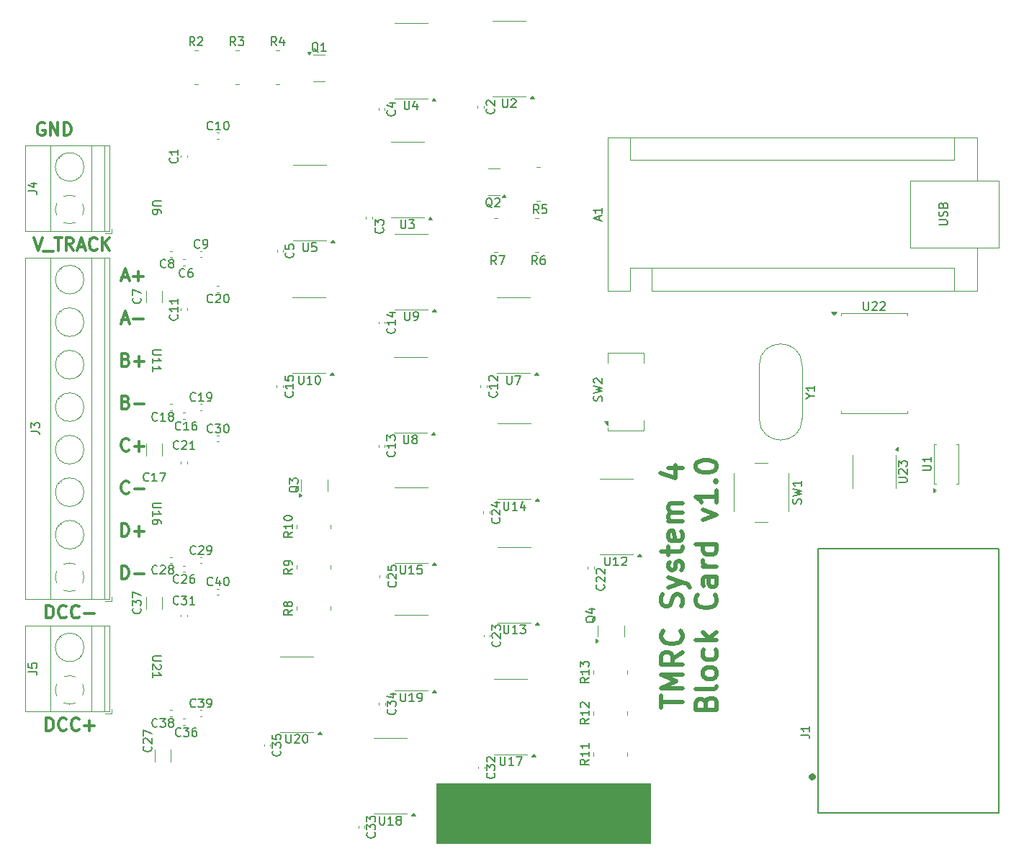
<source format=gbr>
%TF.GenerationSoftware,KiCad,Pcbnew,8.0.1*%
%TF.CreationDate,2024-04-14T18:54:01-04:00*%
%TF.ProjectId,LCC_Booster,4c43435f-426f-46f7-9374-65722e6b6963,rev?*%
%TF.SameCoordinates,Original*%
%TF.FileFunction,Legend,Top*%
%TF.FilePolarity,Positive*%
%FSLAX46Y46*%
G04 Gerber Fmt 4.6, Leading zero omitted, Abs format (unit mm)*
G04 Created by KiCad (PCBNEW 8.0.1) date 2024-04-14 18:54:01*
%MOMM*%
%LPD*%
G01*
G04 APERTURE LIST*
%ADD10C,0.100000*%
%ADD11C,0.300000*%
%ADD12C,0.500000*%
%ADD13C,0.150000*%
%ADD14C,0.120000*%
%ADD15C,0.127000*%
%ADD16C,0.609600*%
G04 APERTURE END LIST*
D10*
X68687500Y-111500000D02*
X93812500Y-111500000D01*
X93812500Y-118500000D01*
X68687500Y-118500000D01*
X68687500Y-111500000D01*
G36*
X68687500Y-111500000D02*
G01*
X93812500Y-111500000D01*
X93812500Y-118500000D01*
X68687500Y-118500000D01*
X68687500Y-111500000D01*
G37*
D11*
X31678571Y-82428328D02*
X31678571Y-80928328D01*
X31678571Y-80928328D02*
X32035714Y-80928328D01*
X32035714Y-80928328D02*
X32250000Y-80999757D01*
X32250000Y-80999757D02*
X32392857Y-81142614D01*
X32392857Y-81142614D02*
X32464286Y-81285471D01*
X32464286Y-81285471D02*
X32535714Y-81571185D01*
X32535714Y-81571185D02*
X32535714Y-81785471D01*
X32535714Y-81785471D02*
X32464286Y-82071185D01*
X32464286Y-82071185D02*
X32392857Y-82214042D01*
X32392857Y-82214042D02*
X32250000Y-82356900D01*
X32250000Y-82356900D02*
X32035714Y-82428328D01*
X32035714Y-82428328D02*
X31678571Y-82428328D01*
X33178571Y-81856900D02*
X34321429Y-81856900D01*
X33750000Y-82428328D02*
X33750000Y-81285471D01*
X31678571Y-87428328D02*
X31678571Y-85928328D01*
X31678571Y-85928328D02*
X32035714Y-85928328D01*
X32035714Y-85928328D02*
X32250000Y-85999757D01*
X32250000Y-85999757D02*
X32392857Y-86142614D01*
X32392857Y-86142614D02*
X32464286Y-86285471D01*
X32464286Y-86285471D02*
X32535714Y-86571185D01*
X32535714Y-86571185D02*
X32535714Y-86785471D01*
X32535714Y-86785471D02*
X32464286Y-87071185D01*
X32464286Y-87071185D02*
X32392857Y-87214042D01*
X32392857Y-87214042D02*
X32250000Y-87356900D01*
X32250000Y-87356900D02*
X32035714Y-87428328D01*
X32035714Y-87428328D02*
X31678571Y-87428328D01*
X33178571Y-86856900D02*
X34321429Y-86856900D01*
X22804510Y-92050828D02*
X22804510Y-90550828D01*
X22804510Y-90550828D02*
X23161653Y-90550828D01*
X23161653Y-90550828D02*
X23375939Y-90622257D01*
X23375939Y-90622257D02*
X23518796Y-90765114D01*
X23518796Y-90765114D02*
X23590225Y-90907971D01*
X23590225Y-90907971D02*
X23661653Y-91193685D01*
X23661653Y-91193685D02*
X23661653Y-91407971D01*
X23661653Y-91407971D02*
X23590225Y-91693685D01*
X23590225Y-91693685D02*
X23518796Y-91836542D01*
X23518796Y-91836542D02*
X23375939Y-91979400D01*
X23375939Y-91979400D02*
X23161653Y-92050828D01*
X23161653Y-92050828D02*
X22804510Y-92050828D01*
X25161653Y-91907971D02*
X25090225Y-91979400D01*
X25090225Y-91979400D02*
X24875939Y-92050828D01*
X24875939Y-92050828D02*
X24733082Y-92050828D01*
X24733082Y-92050828D02*
X24518796Y-91979400D01*
X24518796Y-91979400D02*
X24375939Y-91836542D01*
X24375939Y-91836542D02*
X24304510Y-91693685D01*
X24304510Y-91693685D02*
X24233082Y-91407971D01*
X24233082Y-91407971D02*
X24233082Y-91193685D01*
X24233082Y-91193685D02*
X24304510Y-90907971D01*
X24304510Y-90907971D02*
X24375939Y-90765114D01*
X24375939Y-90765114D02*
X24518796Y-90622257D01*
X24518796Y-90622257D02*
X24733082Y-90550828D01*
X24733082Y-90550828D02*
X24875939Y-90550828D01*
X24875939Y-90550828D02*
X25090225Y-90622257D01*
X25090225Y-90622257D02*
X25161653Y-90693685D01*
X26661653Y-91907971D02*
X26590225Y-91979400D01*
X26590225Y-91979400D02*
X26375939Y-92050828D01*
X26375939Y-92050828D02*
X26233082Y-92050828D01*
X26233082Y-92050828D02*
X26018796Y-91979400D01*
X26018796Y-91979400D02*
X25875939Y-91836542D01*
X25875939Y-91836542D02*
X25804510Y-91693685D01*
X25804510Y-91693685D02*
X25733082Y-91407971D01*
X25733082Y-91407971D02*
X25733082Y-91193685D01*
X25733082Y-91193685D02*
X25804510Y-90907971D01*
X25804510Y-90907971D02*
X25875939Y-90765114D01*
X25875939Y-90765114D02*
X26018796Y-90622257D01*
X26018796Y-90622257D02*
X26233082Y-90550828D01*
X26233082Y-90550828D02*
X26375939Y-90550828D01*
X26375939Y-90550828D02*
X26590225Y-90622257D01*
X26590225Y-90622257D02*
X26661653Y-90693685D01*
X27304510Y-91479400D02*
X28447368Y-91479400D01*
X21340225Y-47300828D02*
X21840225Y-48800828D01*
X21840225Y-48800828D02*
X22340225Y-47300828D01*
X22483082Y-48943685D02*
X23625939Y-48943685D01*
X23768796Y-47300828D02*
X24625939Y-47300828D01*
X24197367Y-48800828D02*
X24197367Y-47300828D01*
X25983081Y-48800828D02*
X25483081Y-48086542D01*
X25125938Y-48800828D02*
X25125938Y-47300828D01*
X25125938Y-47300828D02*
X25697367Y-47300828D01*
X25697367Y-47300828D02*
X25840224Y-47372257D01*
X25840224Y-47372257D02*
X25911653Y-47443685D01*
X25911653Y-47443685D02*
X25983081Y-47586542D01*
X25983081Y-47586542D02*
X25983081Y-47800828D01*
X25983081Y-47800828D02*
X25911653Y-47943685D01*
X25911653Y-47943685D02*
X25840224Y-48015114D01*
X25840224Y-48015114D02*
X25697367Y-48086542D01*
X25697367Y-48086542D02*
X25125938Y-48086542D01*
X26554510Y-48372257D02*
X27268796Y-48372257D01*
X26411653Y-48800828D02*
X26911653Y-47300828D01*
X26911653Y-47300828D02*
X27411653Y-48800828D01*
X28768795Y-48657971D02*
X28697367Y-48729400D01*
X28697367Y-48729400D02*
X28483081Y-48800828D01*
X28483081Y-48800828D02*
X28340224Y-48800828D01*
X28340224Y-48800828D02*
X28125938Y-48729400D01*
X28125938Y-48729400D02*
X27983081Y-48586542D01*
X27983081Y-48586542D02*
X27911652Y-48443685D01*
X27911652Y-48443685D02*
X27840224Y-48157971D01*
X27840224Y-48157971D02*
X27840224Y-47943685D01*
X27840224Y-47943685D02*
X27911652Y-47657971D01*
X27911652Y-47657971D02*
X27983081Y-47515114D01*
X27983081Y-47515114D02*
X28125938Y-47372257D01*
X28125938Y-47372257D02*
X28340224Y-47300828D01*
X28340224Y-47300828D02*
X28483081Y-47300828D01*
X28483081Y-47300828D02*
X28697367Y-47372257D01*
X28697367Y-47372257D02*
X28768795Y-47443685D01*
X29411652Y-48800828D02*
X29411652Y-47300828D01*
X30268795Y-48800828D02*
X29625938Y-47943685D01*
X30268795Y-47300828D02*
X29411652Y-48157971D01*
X32178571Y-61642614D02*
X32392857Y-61714042D01*
X32392857Y-61714042D02*
X32464286Y-61785471D01*
X32464286Y-61785471D02*
X32535714Y-61928328D01*
X32535714Y-61928328D02*
X32535714Y-62142614D01*
X32535714Y-62142614D02*
X32464286Y-62285471D01*
X32464286Y-62285471D02*
X32392857Y-62356900D01*
X32392857Y-62356900D02*
X32250000Y-62428328D01*
X32250000Y-62428328D02*
X31678571Y-62428328D01*
X31678571Y-62428328D02*
X31678571Y-60928328D01*
X31678571Y-60928328D02*
X32178571Y-60928328D01*
X32178571Y-60928328D02*
X32321429Y-60999757D01*
X32321429Y-60999757D02*
X32392857Y-61071185D01*
X32392857Y-61071185D02*
X32464286Y-61214042D01*
X32464286Y-61214042D02*
X32464286Y-61356900D01*
X32464286Y-61356900D02*
X32392857Y-61499757D01*
X32392857Y-61499757D02*
X32321429Y-61571185D01*
X32321429Y-61571185D02*
X32178571Y-61642614D01*
X32178571Y-61642614D02*
X31678571Y-61642614D01*
X33178571Y-61856900D02*
X34321429Y-61856900D01*
X33750000Y-62428328D02*
X33750000Y-61285471D01*
X31714286Y-56999757D02*
X32428572Y-56999757D01*
X31571429Y-57428328D02*
X32071429Y-55928328D01*
X32071429Y-55928328D02*
X32571429Y-57428328D01*
X33071428Y-56856900D02*
X34214286Y-56856900D01*
X22804510Y-105300828D02*
X22804510Y-103800828D01*
X22804510Y-103800828D02*
X23161653Y-103800828D01*
X23161653Y-103800828D02*
X23375939Y-103872257D01*
X23375939Y-103872257D02*
X23518796Y-104015114D01*
X23518796Y-104015114D02*
X23590225Y-104157971D01*
X23590225Y-104157971D02*
X23661653Y-104443685D01*
X23661653Y-104443685D02*
X23661653Y-104657971D01*
X23661653Y-104657971D02*
X23590225Y-104943685D01*
X23590225Y-104943685D02*
X23518796Y-105086542D01*
X23518796Y-105086542D02*
X23375939Y-105229400D01*
X23375939Y-105229400D02*
X23161653Y-105300828D01*
X23161653Y-105300828D02*
X22804510Y-105300828D01*
X25161653Y-105157971D02*
X25090225Y-105229400D01*
X25090225Y-105229400D02*
X24875939Y-105300828D01*
X24875939Y-105300828D02*
X24733082Y-105300828D01*
X24733082Y-105300828D02*
X24518796Y-105229400D01*
X24518796Y-105229400D02*
X24375939Y-105086542D01*
X24375939Y-105086542D02*
X24304510Y-104943685D01*
X24304510Y-104943685D02*
X24233082Y-104657971D01*
X24233082Y-104657971D02*
X24233082Y-104443685D01*
X24233082Y-104443685D02*
X24304510Y-104157971D01*
X24304510Y-104157971D02*
X24375939Y-104015114D01*
X24375939Y-104015114D02*
X24518796Y-103872257D01*
X24518796Y-103872257D02*
X24733082Y-103800828D01*
X24733082Y-103800828D02*
X24875939Y-103800828D01*
X24875939Y-103800828D02*
X25090225Y-103872257D01*
X25090225Y-103872257D02*
X25161653Y-103943685D01*
X26661653Y-105157971D02*
X26590225Y-105229400D01*
X26590225Y-105229400D02*
X26375939Y-105300828D01*
X26375939Y-105300828D02*
X26233082Y-105300828D01*
X26233082Y-105300828D02*
X26018796Y-105229400D01*
X26018796Y-105229400D02*
X25875939Y-105086542D01*
X25875939Y-105086542D02*
X25804510Y-104943685D01*
X25804510Y-104943685D02*
X25733082Y-104657971D01*
X25733082Y-104657971D02*
X25733082Y-104443685D01*
X25733082Y-104443685D02*
X25804510Y-104157971D01*
X25804510Y-104157971D02*
X25875939Y-104015114D01*
X25875939Y-104015114D02*
X26018796Y-103872257D01*
X26018796Y-103872257D02*
X26233082Y-103800828D01*
X26233082Y-103800828D02*
X26375939Y-103800828D01*
X26375939Y-103800828D02*
X26590225Y-103872257D01*
X26590225Y-103872257D02*
X26661653Y-103943685D01*
X27304510Y-104729400D02*
X28447368Y-104729400D01*
X27875939Y-105300828D02*
X27875939Y-104157971D01*
X22590225Y-33872257D02*
X22447368Y-33800828D01*
X22447368Y-33800828D02*
X22233082Y-33800828D01*
X22233082Y-33800828D02*
X22018796Y-33872257D01*
X22018796Y-33872257D02*
X21875939Y-34015114D01*
X21875939Y-34015114D02*
X21804510Y-34157971D01*
X21804510Y-34157971D02*
X21733082Y-34443685D01*
X21733082Y-34443685D02*
X21733082Y-34657971D01*
X21733082Y-34657971D02*
X21804510Y-34943685D01*
X21804510Y-34943685D02*
X21875939Y-35086542D01*
X21875939Y-35086542D02*
X22018796Y-35229400D01*
X22018796Y-35229400D02*
X22233082Y-35300828D01*
X22233082Y-35300828D02*
X22375939Y-35300828D01*
X22375939Y-35300828D02*
X22590225Y-35229400D01*
X22590225Y-35229400D02*
X22661653Y-35157971D01*
X22661653Y-35157971D02*
X22661653Y-34657971D01*
X22661653Y-34657971D02*
X22375939Y-34657971D01*
X23304510Y-35300828D02*
X23304510Y-33800828D01*
X23304510Y-33800828D02*
X24161653Y-35300828D01*
X24161653Y-35300828D02*
X24161653Y-33800828D01*
X24875939Y-35300828D02*
X24875939Y-33800828D01*
X24875939Y-33800828D02*
X25233082Y-33800828D01*
X25233082Y-33800828D02*
X25447368Y-33872257D01*
X25447368Y-33872257D02*
X25590225Y-34015114D01*
X25590225Y-34015114D02*
X25661654Y-34157971D01*
X25661654Y-34157971D02*
X25733082Y-34443685D01*
X25733082Y-34443685D02*
X25733082Y-34657971D01*
X25733082Y-34657971D02*
X25661654Y-34943685D01*
X25661654Y-34943685D02*
X25590225Y-35086542D01*
X25590225Y-35086542D02*
X25447368Y-35229400D01*
X25447368Y-35229400D02*
X25233082Y-35300828D01*
X25233082Y-35300828D02*
X24875939Y-35300828D01*
X31714286Y-51999757D02*
X32428572Y-51999757D01*
X31571429Y-52428328D02*
X32071429Y-50928328D01*
X32071429Y-50928328D02*
X32571429Y-52428328D01*
X33071428Y-51856900D02*
X34214286Y-51856900D01*
X33642857Y-52428328D02*
X33642857Y-51285471D01*
X32535714Y-72285471D02*
X32464286Y-72356900D01*
X32464286Y-72356900D02*
X32250000Y-72428328D01*
X32250000Y-72428328D02*
X32107143Y-72428328D01*
X32107143Y-72428328D02*
X31892857Y-72356900D01*
X31892857Y-72356900D02*
X31750000Y-72214042D01*
X31750000Y-72214042D02*
X31678571Y-72071185D01*
X31678571Y-72071185D02*
X31607143Y-71785471D01*
X31607143Y-71785471D02*
X31607143Y-71571185D01*
X31607143Y-71571185D02*
X31678571Y-71285471D01*
X31678571Y-71285471D02*
X31750000Y-71142614D01*
X31750000Y-71142614D02*
X31892857Y-70999757D01*
X31892857Y-70999757D02*
X32107143Y-70928328D01*
X32107143Y-70928328D02*
X32250000Y-70928328D01*
X32250000Y-70928328D02*
X32464286Y-70999757D01*
X32464286Y-70999757D02*
X32535714Y-71071185D01*
X33178571Y-71856900D02*
X34321429Y-71856900D01*
X33750000Y-72428328D02*
X33750000Y-71285471D01*
X32535714Y-77285471D02*
X32464286Y-77356900D01*
X32464286Y-77356900D02*
X32250000Y-77428328D01*
X32250000Y-77428328D02*
X32107143Y-77428328D01*
X32107143Y-77428328D02*
X31892857Y-77356900D01*
X31892857Y-77356900D02*
X31750000Y-77214042D01*
X31750000Y-77214042D02*
X31678571Y-77071185D01*
X31678571Y-77071185D02*
X31607143Y-76785471D01*
X31607143Y-76785471D02*
X31607143Y-76571185D01*
X31607143Y-76571185D02*
X31678571Y-76285471D01*
X31678571Y-76285471D02*
X31750000Y-76142614D01*
X31750000Y-76142614D02*
X31892857Y-75999757D01*
X31892857Y-75999757D02*
X32107143Y-75928328D01*
X32107143Y-75928328D02*
X32250000Y-75928328D01*
X32250000Y-75928328D02*
X32464286Y-75999757D01*
X32464286Y-75999757D02*
X32535714Y-76071185D01*
X33178571Y-76856900D02*
X34321429Y-76856900D01*
X32178571Y-66642614D02*
X32392857Y-66714042D01*
X32392857Y-66714042D02*
X32464286Y-66785471D01*
X32464286Y-66785471D02*
X32535714Y-66928328D01*
X32535714Y-66928328D02*
X32535714Y-67142614D01*
X32535714Y-67142614D02*
X32464286Y-67285471D01*
X32464286Y-67285471D02*
X32392857Y-67356900D01*
X32392857Y-67356900D02*
X32250000Y-67428328D01*
X32250000Y-67428328D02*
X31678571Y-67428328D01*
X31678571Y-67428328D02*
X31678571Y-65928328D01*
X31678571Y-65928328D02*
X32178571Y-65928328D01*
X32178571Y-65928328D02*
X32321429Y-65999757D01*
X32321429Y-65999757D02*
X32392857Y-66071185D01*
X32392857Y-66071185D02*
X32464286Y-66214042D01*
X32464286Y-66214042D02*
X32464286Y-66356900D01*
X32464286Y-66356900D02*
X32392857Y-66499757D01*
X32392857Y-66499757D02*
X32321429Y-66571185D01*
X32321429Y-66571185D02*
X32178571Y-66642614D01*
X32178571Y-66642614D02*
X31678571Y-66642614D01*
X33178571Y-66856900D02*
X34321429Y-66856900D01*
D12*
X95118117Y-102595237D02*
X95118117Y-101166666D01*
X97618117Y-101880952D02*
X95118117Y-101880952D01*
X97618117Y-100333332D02*
X95118117Y-100333332D01*
X95118117Y-100333332D02*
X96903831Y-99499999D01*
X96903831Y-99499999D02*
X95118117Y-98666666D01*
X95118117Y-98666666D02*
X97618117Y-98666666D01*
X97618117Y-96047618D02*
X96427641Y-96880951D01*
X97618117Y-97476189D02*
X95118117Y-97476189D01*
X95118117Y-97476189D02*
X95118117Y-96523808D01*
X95118117Y-96523808D02*
X95237165Y-96285713D01*
X95237165Y-96285713D02*
X95356212Y-96166666D01*
X95356212Y-96166666D02*
X95594308Y-96047618D01*
X95594308Y-96047618D02*
X95951450Y-96047618D01*
X95951450Y-96047618D02*
X96189546Y-96166666D01*
X96189546Y-96166666D02*
X96308593Y-96285713D01*
X96308593Y-96285713D02*
X96427641Y-96523808D01*
X96427641Y-96523808D02*
X96427641Y-97476189D01*
X97380022Y-93547618D02*
X97499070Y-93666666D01*
X97499070Y-93666666D02*
X97618117Y-94023808D01*
X97618117Y-94023808D02*
X97618117Y-94261904D01*
X97618117Y-94261904D02*
X97499070Y-94619047D01*
X97499070Y-94619047D02*
X97260974Y-94857142D01*
X97260974Y-94857142D02*
X97022879Y-94976189D01*
X97022879Y-94976189D02*
X96546689Y-95095237D01*
X96546689Y-95095237D02*
X96189546Y-95095237D01*
X96189546Y-95095237D02*
X95713355Y-94976189D01*
X95713355Y-94976189D02*
X95475260Y-94857142D01*
X95475260Y-94857142D02*
X95237165Y-94619047D01*
X95237165Y-94619047D02*
X95118117Y-94261904D01*
X95118117Y-94261904D02*
X95118117Y-94023808D01*
X95118117Y-94023808D02*
X95237165Y-93666666D01*
X95237165Y-93666666D02*
X95356212Y-93547618D01*
X97499070Y-90690475D02*
X97618117Y-90333332D01*
X97618117Y-90333332D02*
X97618117Y-89738094D01*
X97618117Y-89738094D02*
X97499070Y-89499999D01*
X97499070Y-89499999D02*
X97380022Y-89380951D01*
X97380022Y-89380951D02*
X97141927Y-89261904D01*
X97141927Y-89261904D02*
X96903831Y-89261904D01*
X96903831Y-89261904D02*
X96665736Y-89380951D01*
X96665736Y-89380951D02*
X96546689Y-89499999D01*
X96546689Y-89499999D02*
X96427641Y-89738094D01*
X96427641Y-89738094D02*
X96308593Y-90214285D01*
X96308593Y-90214285D02*
X96189546Y-90452380D01*
X96189546Y-90452380D02*
X96070498Y-90571427D01*
X96070498Y-90571427D02*
X95832403Y-90690475D01*
X95832403Y-90690475D02*
X95594308Y-90690475D01*
X95594308Y-90690475D02*
X95356212Y-90571427D01*
X95356212Y-90571427D02*
X95237165Y-90452380D01*
X95237165Y-90452380D02*
X95118117Y-90214285D01*
X95118117Y-90214285D02*
X95118117Y-89619046D01*
X95118117Y-89619046D02*
X95237165Y-89261904D01*
X95951450Y-88428571D02*
X97618117Y-87833333D01*
X95951450Y-87238094D02*
X97618117Y-87833333D01*
X97618117Y-87833333D02*
X98213355Y-88071428D01*
X98213355Y-88071428D02*
X98332403Y-88190475D01*
X98332403Y-88190475D02*
X98451450Y-88428571D01*
X97499070Y-86404761D02*
X97618117Y-86166666D01*
X97618117Y-86166666D02*
X97618117Y-85690475D01*
X97618117Y-85690475D02*
X97499070Y-85452380D01*
X97499070Y-85452380D02*
X97260974Y-85333332D01*
X97260974Y-85333332D02*
X97141927Y-85333332D01*
X97141927Y-85333332D02*
X96903831Y-85452380D01*
X96903831Y-85452380D02*
X96784784Y-85690475D01*
X96784784Y-85690475D02*
X96784784Y-86047618D01*
X96784784Y-86047618D02*
X96665736Y-86285713D01*
X96665736Y-86285713D02*
X96427641Y-86404761D01*
X96427641Y-86404761D02*
X96308593Y-86404761D01*
X96308593Y-86404761D02*
X96070498Y-86285713D01*
X96070498Y-86285713D02*
X95951450Y-86047618D01*
X95951450Y-86047618D02*
X95951450Y-85690475D01*
X95951450Y-85690475D02*
X96070498Y-85452380D01*
X95951450Y-84619046D02*
X95951450Y-83666665D01*
X95118117Y-84261903D02*
X97260974Y-84261903D01*
X97260974Y-84261903D02*
X97499070Y-84142856D01*
X97499070Y-84142856D02*
X97618117Y-83904761D01*
X97618117Y-83904761D02*
X97618117Y-83666665D01*
X97499070Y-81880951D02*
X97618117Y-82119047D01*
X97618117Y-82119047D02*
X97618117Y-82595237D01*
X97618117Y-82595237D02*
X97499070Y-82833332D01*
X97499070Y-82833332D02*
X97260974Y-82952380D01*
X97260974Y-82952380D02*
X96308593Y-82952380D01*
X96308593Y-82952380D02*
X96070498Y-82833332D01*
X96070498Y-82833332D02*
X95951450Y-82595237D01*
X95951450Y-82595237D02*
X95951450Y-82119047D01*
X95951450Y-82119047D02*
X96070498Y-81880951D01*
X96070498Y-81880951D02*
X96308593Y-81761904D01*
X96308593Y-81761904D02*
X96546689Y-81761904D01*
X96546689Y-81761904D02*
X96784784Y-82952380D01*
X97618117Y-80690475D02*
X95951450Y-80690475D01*
X96189546Y-80690475D02*
X96070498Y-80571428D01*
X96070498Y-80571428D02*
X95951450Y-80333333D01*
X95951450Y-80333333D02*
X95951450Y-79976190D01*
X95951450Y-79976190D02*
X96070498Y-79738094D01*
X96070498Y-79738094D02*
X96308593Y-79619047D01*
X96308593Y-79619047D02*
X97618117Y-79619047D01*
X96308593Y-79619047D02*
X96070498Y-79499999D01*
X96070498Y-79499999D02*
X95951450Y-79261904D01*
X95951450Y-79261904D02*
X95951450Y-78904761D01*
X95951450Y-78904761D02*
X96070498Y-78666666D01*
X96070498Y-78666666D02*
X96308593Y-78547618D01*
X96308593Y-78547618D02*
X97618117Y-78547618D01*
X95951450Y-74380952D02*
X97618117Y-74380952D01*
X94999070Y-74976190D02*
X96784784Y-75571428D01*
X96784784Y-75571428D02*
X96784784Y-74023809D01*
X100333453Y-102059523D02*
X100452501Y-101702380D01*
X100452501Y-101702380D02*
X100571549Y-101583333D01*
X100571549Y-101583333D02*
X100809644Y-101464285D01*
X100809644Y-101464285D02*
X101166787Y-101464285D01*
X101166787Y-101464285D02*
X101404882Y-101583333D01*
X101404882Y-101583333D02*
X101523930Y-101702380D01*
X101523930Y-101702380D02*
X101642977Y-101940475D01*
X101642977Y-101940475D02*
X101642977Y-102892856D01*
X101642977Y-102892856D02*
X99142977Y-102892856D01*
X99142977Y-102892856D02*
X99142977Y-102059523D01*
X99142977Y-102059523D02*
X99262025Y-101821428D01*
X99262025Y-101821428D02*
X99381072Y-101702380D01*
X99381072Y-101702380D02*
X99619168Y-101583333D01*
X99619168Y-101583333D02*
X99857263Y-101583333D01*
X99857263Y-101583333D02*
X100095358Y-101702380D01*
X100095358Y-101702380D02*
X100214406Y-101821428D01*
X100214406Y-101821428D02*
X100333453Y-102059523D01*
X100333453Y-102059523D02*
X100333453Y-102892856D01*
X101642977Y-100035714D02*
X101523930Y-100273809D01*
X101523930Y-100273809D02*
X101285834Y-100392856D01*
X101285834Y-100392856D02*
X99142977Y-100392856D01*
X101642977Y-98726190D02*
X101523930Y-98964285D01*
X101523930Y-98964285D02*
X101404882Y-99083332D01*
X101404882Y-99083332D02*
X101166787Y-99202380D01*
X101166787Y-99202380D02*
X100452501Y-99202380D01*
X100452501Y-99202380D02*
X100214406Y-99083332D01*
X100214406Y-99083332D02*
X100095358Y-98964285D01*
X100095358Y-98964285D02*
X99976310Y-98726190D01*
X99976310Y-98726190D02*
X99976310Y-98369047D01*
X99976310Y-98369047D02*
X100095358Y-98130951D01*
X100095358Y-98130951D02*
X100214406Y-98011904D01*
X100214406Y-98011904D02*
X100452501Y-97892856D01*
X100452501Y-97892856D02*
X101166787Y-97892856D01*
X101166787Y-97892856D02*
X101404882Y-98011904D01*
X101404882Y-98011904D02*
X101523930Y-98130951D01*
X101523930Y-98130951D02*
X101642977Y-98369047D01*
X101642977Y-98369047D02*
X101642977Y-98726190D01*
X101523930Y-95749999D02*
X101642977Y-95988094D01*
X101642977Y-95988094D02*
X101642977Y-96464285D01*
X101642977Y-96464285D02*
X101523930Y-96702380D01*
X101523930Y-96702380D02*
X101404882Y-96821427D01*
X101404882Y-96821427D02*
X101166787Y-96940475D01*
X101166787Y-96940475D02*
X100452501Y-96940475D01*
X100452501Y-96940475D02*
X100214406Y-96821427D01*
X100214406Y-96821427D02*
X100095358Y-96702380D01*
X100095358Y-96702380D02*
X99976310Y-96464285D01*
X99976310Y-96464285D02*
X99976310Y-95988094D01*
X99976310Y-95988094D02*
X100095358Y-95749999D01*
X101642977Y-94678570D02*
X99142977Y-94678570D01*
X100690596Y-94440475D02*
X101642977Y-93726189D01*
X99976310Y-93726189D02*
X100928691Y-94678570D01*
X101404882Y-89321427D02*
X101523930Y-89440475D01*
X101523930Y-89440475D02*
X101642977Y-89797617D01*
X101642977Y-89797617D02*
X101642977Y-90035713D01*
X101642977Y-90035713D02*
X101523930Y-90392856D01*
X101523930Y-90392856D02*
X101285834Y-90630951D01*
X101285834Y-90630951D02*
X101047739Y-90749998D01*
X101047739Y-90749998D02*
X100571549Y-90869046D01*
X100571549Y-90869046D02*
X100214406Y-90869046D01*
X100214406Y-90869046D02*
X99738215Y-90749998D01*
X99738215Y-90749998D02*
X99500120Y-90630951D01*
X99500120Y-90630951D02*
X99262025Y-90392856D01*
X99262025Y-90392856D02*
X99142977Y-90035713D01*
X99142977Y-90035713D02*
X99142977Y-89797617D01*
X99142977Y-89797617D02*
X99262025Y-89440475D01*
X99262025Y-89440475D02*
X99381072Y-89321427D01*
X101642977Y-87178570D02*
X100333453Y-87178570D01*
X100333453Y-87178570D02*
X100095358Y-87297617D01*
X100095358Y-87297617D02*
X99976310Y-87535713D01*
X99976310Y-87535713D02*
X99976310Y-88011903D01*
X99976310Y-88011903D02*
X100095358Y-88249998D01*
X101523930Y-87178570D02*
X101642977Y-87416665D01*
X101642977Y-87416665D02*
X101642977Y-88011903D01*
X101642977Y-88011903D02*
X101523930Y-88249998D01*
X101523930Y-88249998D02*
X101285834Y-88369046D01*
X101285834Y-88369046D02*
X101047739Y-88369046D01*
X101047739Y-88369046D02*
X100809644Y-88249998D01*
X100809644Y-88249998D02*
X100690596Y-88011903D01*
X100690596Y-88011903D02*
X100690596Y-87416665D01*
X100690596Y-87416665D02*
X100571549Y-87178570D01*
X101642977Y-85988093D02*
X99976310Y-85988093D01*
X100452501Y-85988093D02*
X100214406Y-85869046D01*
X100214406Y-85869046D02*
X100095358Y-85749998D01*
X100095358Y-85749998D02*
X99976310Y-85511903D01*
X99976310Y-85511903D02*
X99976310Y-85273808D01*
X101642977Y-83369046D02*
X99142977Y-83369046D01*
X101523930Y-83369046D02*
X101642977Y-83607141D01*
X101642977Y-83607141D02*
X101642977Y-84083332D01*
X101642977Y-84083332D02*
X101523930Y-84321427D01*
X101523930Y-84321427D02*
X101404882Y-84440474D01*
X101404882Y-84440474D02*
X101166787Y-84559522D01*
X101166787Y-84559522D02*
X100452501Y-84559522D01*
X100452501Y-84559522D02*
X100214406Y-84440474D01*
X100214406Y-84440474D02*
X100095358Y-84321427D01*
X100095358Y-84321427D02*
X99976310Y-84083332D01*
X99976310Y-84083332D02*
X99976310Y-83607141D01*
X99976310Y-83607141D02*
X100095358Y-83369046D01*
X99976310Y-80511903D02*
X101642977Y-79916665D01*
X101642977Y-79916665D02*
X99976310Y-79321426D01*
X101642977Y-77059522D02*
X101642977Y-78488093D01*
X101642977Y-77773807D02*
X99142977Y-77773807D01*
X99142977Y-77773807D02*
X99500120Y-78011903D01*
X99500120Y-78011903D02*
X99738215Y-78249998D01*
X99738215Y-78249998D02*
X99857263Y-78488093D01*
X101404882Y-75988093D02*
X101523930Y-75869046D01*
X101523930Y-75869046D02*
X101642977Y-75988093D01*
X101642977Y-75988093D02*
X101523930Y-76107141D01*
X101523930Y-76107141D02*
X101404882Y-75988093D01*
X101404882Y-75988093D02*
X101642977Y-75988093D01*
X99142977Y-74321427D02*
X99142977Y-74083332D01*
X99142977Y-74083332D02*
X99262025Y-73845236D01*
X99262025Y-73845236D02*
X99381072Y-73726189D01*
X99381072Y-73726189D02*
X99619168Y-73607141D01*
X99619168Y-73607141D02*
X100095358Y-73488094D01*
X100095358Y-73488094D02*
X100690596Y-73488094D01*
X100690596Y-73488094D02*
X101166787Y-73607141D01*
X101166787Y-73607141D02*
X101404882Y-73726189D01*
X101404882Y-73726189D02*
X101523930Y-73845236D01*
X101523930Y-73845236D02*
X101642977Y-74083332D01*
X101642977Y-74083332D02*
X101642977Y-74321427D01*
X101642977Y-74321427D02*
X101523930Y-74559522D01*
X101523930Y-74559522D02*
X101404882Y-74678570D01*
X101404882Y-74678570D02*
X101166787Y-74797617D01*
X101166787Y-74797617D02*
X100690596Y-74916665D01*
X100690596Y-74916665D02*
X100095358Y-74916665D01*
X100095358Y-74916665D02*
X99619168Y-74797617D01*
X99619168Y-74797617D02*
X99381072Y-74678570D01*
X99381072Y-74678570D02*
X99262025Y-74559522D01*
X99262025Y-74559522D02*
X99142977Y-74321427D01*
D13*
X42357142Y-88149580D02*
X42309523Y-88197200D01*
X42309523Y-88197200D02*
X42166666Y-88244819D01*
X42166666Y-88244819D02*
X42071428Y-88244819D01*
X42071428Y-88244819D02*
X41928571Y-88197200D01*
X41928571Y-88197200D02*
X41833333Y-88101961D01*
X41833333Y-88101961D02*
X41785714Y-88006723D01*
X41785714Y-88006723D02*
X41738095Y-87816247D01*
X41738095Y-87816247D02*
X41738095Y-87673390D01*
X41738095Y-87673390D02*
X41785714Y-87482914D01*
X41785714Y-87482914D02*
X41833333Y-87387676D01*
X41833333Y-87387676D02*
X41928571Y-87292438D01*
X41928571Y-87292438D02*
X42071428Y-87244819D01*
X42071428Y-87244819D02*
X42166666Y-87244819D01*
X42166666Y-87244819D02*
X42309523Y-87292438D01*
X42309523Y-87292438D02*
X42357142Y-87340057D01*
X43214285Y-87578152D02*
X43214285Y-88244819D01*
X42976190Y-87197200D02*
X42738095Y-87911485D01*
X42738095Y-87911485D02*
X43357142Y-87911485D01*
X43928571Y-87244819D02*
X44023809Y-87244819D01*
X44023809Y-87244819D02*
X44119047Y-87292438D01*
X44119047Y-87292438D02*
X44166666Y-87340057D01*
X44166666Y-87340057D02*
X44214285Y-87435295D01*
X44214285Y-87435295D02*
X44261904Y-87625771D01*
X44261904Y-87625771D02*
X44261904Y-87863866D01*
X44261904Y-87863866D02*
X44214285Y-88054342D01*
X44214285Y-88054342D02*
X44166666Y-88149580D01*
X44166666Y-88149580D02*
X44119047Y-88197200D01*
X44119047Y-88197200D02*
X44023809Y-88244819D01*
X44023809Y-88244819D02*
X43928571Y-88244819D01*
X43928571Y-88244819D02*
X43833333Y-88197200D01*
X43833333Y-88197200D02*
X43785714Y-88149580D01*
X43785714Y-88149580D02*
X43738095Y-88054342D01*
X43738095Y-88054342D02*
X43690476Y-87863866D01*
X43690476Y-87863866D02*
X43690476Y-87625771D01*
X43690476Y-87625771D02*
X43738095Y-87435295D01*
X43738095Y-87435295D02*
X43785714Y-87340057D01*
X43785714Y-87340057D02*
X43833333Y-87292438D01*
X43833333Y-87292438D02*
X43928571Y-87244819D01*
X64913095Y-31234819D02*
X64913095Y-32044342D01*
X64913095Y-32044342D02*
X64960714Y-32139580D01*
X64960714Y-32139580D02*
X65008333Y-32187200D01*
X65008333Y-32187200D02*
X65103571Y-32234819D01*
X65103571Y-32234819D02*
X65294047Y-32234819D01*
X65294047Y-32234819D02*
X65389285Y-32187200D01*
X65389285Y-32187200D02*
X65436904Y-32139580D01*
X65436904Y-32139580D02*
X65484523Y-32044342D01*
X65484523Y-32044342D02*
X65484523Y-31234819D01*
X66389285Y-31568152D02*
X66389285Y-32234819D01*
X66151190Y-31187200D02*
X65913095Y-31901485D01*
X65913095Y-31901485D02*
X66532142Y-31901485D01*
X20704819Y-98333333D02*
X21419104Y-98333333D01*
X21419104Y-98333333D02*
X21561961Y-98380952D01*
X21561961Y-98380952D02*
X21657200Y-98476190D01*
X21657200Y-98476190D02*
X21704819Y-98619047D01*
X21704819Y-98619047D02*
X21704819Y-98714285D01*
X20704819Y-97380952D02*
X20704819Y-97857142D01*
X20704819Y-97857142D02*
X21181009Y-97904761D01*
X21181009Y-97904761D02*
X21133390Y-97857142D01*
X21133390Y-97857142D02*
X21085771Y-97761904D01*
X21085771Y-97761904D02*
X21085771Y-97523809D01*
X21085771Y-97523809D02*
X21133390Y-97428571D01*
X21133390Y-97428571D02*
X21181009Y-97380952D01*
X21181009Y-97380952D02*
X21276247Y-97333333D01*
X21276247Y-97333333D02*
X21514342Y-97333333D01*
X21514342Y-97333333D02*
X21609580Y-97380952D01*
X21609580Y-97380952D02*
X21657200Y-97428571D01*
X21657200Y-97428571D02*
X21704819Y-97523809D01*
X21704819Y-97523809D02*
X21704819Y-97761904D01*
X21704819Y-97761904D02*
X21657200Y-97857142D01*
X21657200Y-97857142D02*
X21609580Y-97904761D01*
X75744580Y-65452857D02*
X75792200Y-65500476D01*
X75792200Y-65500476D02*
X75839819Y-65643333D01*
X75839819Y-65643333D02*
X75839819Y-65738571D01*
X75839819Y-65738571D02*
X75792200Y-65881428D01*
X75792200Y-65881428D02*
X75696961Y-65976666D01*
X75696961Y-65976666D02*
X75601723Y-66024285D01*
X75601723Y-66024285D02*
X75411247Y-66071904D01*
X75411247Y-66071904D02*
X75268390Y-66071904D01*
X75268390Y-66071904D02*
X75077914Y-66024285D01*
X75077914Y-66024285D02*
X74982676Y-65976666D01*
X74982676Y-65976666D02*
X74887438Y-65881428D01*
X74887438Y-65881428D02*
X74839819Y-65738571D01*
X74839819Y-65738571D02*
X74839819Y-65643333D01*
X74839819Y-65643333D02*
X74887438Y-65500476D01*
X74887438Y-65500476D02*
X74935057Y-65452857D01*
X75839819Y-64500476D02*
X75839819Y-65071904D01*
X75839819Y-64786190D02*
X74839819Y-64786190D01*
X74839819Y-64786190D02*
X74982676Y-64881428D01*
X74982676Y-64881428D02*
X75077914Y-64976666D01*
X75077914Y-64976666D02*
X75125533Y-65071904D01*
X74935057Y-64119523D02*
X74887438Y-64071904D01*
X74887438Y-64071904D02*
X74839819Y-63976666D01*
X74839819Y-63976666D02*
X74839819Y-63738571D01*
X74839819Y-63738571D02*
X74887438Y-63643333D01*
X74887438Y-63643333D02*
X74935057Y-63595714D01*
X74935057Y-63595714D02*
X75030295Y-63548095D01*
X75030295Y-63548095D02*
X75125533Y-63548095D01*
X75125533Y-63548095D02*
X75268390Y-63595714D01*
X75268390Y-63595714D02*
X75839819Y-64167142D01*
X75839819Y-64167142D02*
X75839819Y-63548095D01*
X42357142Y-54869580D02*
X42309523Y-54917200D01*
X42309523Y-54917200D02*
X42166666Y-54964819D01*
X42166666Y-54964819D02*
X42071428Y-54964819D01*
X42071428Y-54964819D02*
X41928571Y-54917200D01*
X41928571Y-54917200D02*
X41833333Y-54821961D01*
X41833333Y-54821961D02*
X41785714Y-54726723D01*
X41785714Y-54726723D02*
X41738095Y-54536247D01*
X41738095Y-54536247D02*
X41738095Y-54393390D01*
X41738095Y-54393390D02*
X41785714Y-54202914D01*
X41785714Y-54202914D02*
X41833333Y-54107676D01*
X41833333Y-54107676D02*
X41928571Y-54012438D01*
X41928571Y-54012438D02*
X42071428Y-53964819D01*
X42071428Y-53964819D02*
X42166666Y-53964819D01*
X42166666Y-53964819D02*
X42309523Y-54012438D01*
X42309523Y-54012438D02*
X42357142Y-54060057D01*
X42738095Y-54060057D02*
X42785714Y-54012438D01*
X42785714Y-54012438D02*
X42880952Y-53964819D01*
X42880952Y-53964819D02*
X43119047Y-53964819D01*
X43119047Y-53964819D02*
X43214285Y-54012438D01*
X43214285Y-54012438D02*
X43261904Y-54060057D01*
X43261904Y-54060057D02*
X43309523Y-54155295D01*
X43309523Y-54155295D02*
X43309523Y-54250533D01*
X43309523Y-54250533D02*
X43261904Y-54393390D01*
X43261904Y-54393390D02*
X42690476Y-54964819D01*
X42690476Y-54964819D02*
X43309523Y-54964819D01*
X43928571Y-53964819D02*
X44023809Y-53964819D01*
X44023809Y-53964819D02*
X44119047Y-54012438D01*
X44119047Y-54012438D02*
X44166666Y-54060057D01*
X44166666Y-54060057D02*
X44214285Y-54155295D01*
X44214285Y-54155295D02*
X44261904Y-54345771D01*
X44261904Y-54345771D02*
X44261904Y-54583866D01*
X44261904Y-54583866D02*
X44214285Y-54774342D01*
X44214285Y-54774342D02*
X44166666Y-54869580D01*
X44166666Y-54869580D02*
X44119047Y-54917200D01*
X44119047Y-54917200D02*
X44023809Y-54964819D01*
X44023809Y-54964819D02*
X43928571Y-54964819D01*
X43928571Y-54964819D02*
X43833333Y-54917200D01*
X43833333Y-54917200D02*
X43785714Y-54869580D01*
X43785714Y-54869580D02*
X43738095Y-54774342D01*
X43738095Y-54774342D02*
X43690476Y-54583866D01*
X43690476Y-54583866D02*
X43690476Y-54345771D01*
X43690476Y-54345771D02*
X43738095Y-54155295D01*
X43738095Y-54155295D02*
X43785714Y-54060057D01*
X43785714Y-54060057D02*
X43833333Y-54012438D01*
X43833333Y-54012438D02*
X43928571Y-53964819D01*
X20704819Y-41833333D02*
X21419104Y-41833333D01*
X21419104Y-41833333D02*
X21561961Y-41880952D01*
X21561961Y-41880952D02*
X21657200Y-41976190D01*
X21657200Y-41976190D02*
X21704819Y-42119047D01*
X21704819Y-42119047D02*
X21704819Y-42214285D01*
X21038152Y-40928571D02*
X21704819Y-40928571D01*
X20657200Y-41166666D02*
X21371485Y-41404761D01*
X21371485Y-41404761D02*
X21371485Y-40785714D01*
X35109580Y-107142857D02*
X35157200Y-107190476D01*
X35157200Y-107190476D02*
X35204819Y-107333333D01*
X35204819Y-107333333D02*
X35204819Y-107428571D01*
X35204819Y-107428571D02*
X35157200Y-107571428D01*
X35157200Y-107571428D02*
X35061961Y-107666666D01*
X35061961Y-107666666D02*
X34966723Y-107714285D01*
X34966723Y-107714285D02*
X34776247Y-107761904D01*
X34776247Y-107761904D02*
X34633390Y-107761904D01*
X34633390Y-107761904D02*
X34442914Y-107714285D01*
X34442914Y-107714285D02*
X34347676Y-107666666D01*
X34347676Y-107666666D02*
X34252438Y-107571428D01*
X34252438Y-107571428D02*
X34204819Y-107428571D01*
X34204819Y-107428571D02*
X34204819Y-107333333D01*
X34204819Y-107333333D02*
X34252438Y-107190476D01*
X34252438Y-107190476D02*
X34300057Y-107142857D01*
X34300057Y-106761904D02*
X34252438Y-106714285D01*
X34252438Y-106714285D02*
X34204819Y-106619047D01*
X34204819Y-106619047D02*
X34204819Y-106380952D01*
X34204819Y-106380952D02*
X34252438Y-106285714D01*
X34252438Y-106285714D02*
X34300057Y-106238095D01*
X34300057Y-106238095D02*
X34395295Y-106190476D01*
X34395295Y-106190476D02*
X34490533Y-106190476D01*
X34490533Y-106190476D02*
X34633390Y-106238095D01*
X34633390Y-106238095D02*
X35204819Y-106809523D01*
X35204819Y-106809523D02*
X35204819Y-106190476D01*
X34204819Y-105857142D02*
X34204819Y-105190476D01*
X34204819Y-105190476D02*
X35204819Y-105619047D01*
X87839104Y-45254285D02*
X87839104Y-44778095D01*
X88124819Y-45349523D02*
X87124819Y-45016190D01*
X87124819Y-45016190D02*
X88124819Y-44682857D01*
X88124819Y-43825714D02*
X88124819Y-44397142D01*
X88124819Y-44111428D02*
X87124819Y-44111428D01*
X87124819Y-44111428D02*
X87267676Y-44206666D01*
X87267676Y-44206666D02*
X87362914Y-44301904D01*
X87362914Y-44301904D02*
X87410533Y-44397142D01*
X127764819Y-45801904D02*
X128574342Y-45801904D01*
X128574342Y-45801904D02*
X128669580Y-45754285D01*
X128669580Y-45754285D02*
X128717200Y-45706666D01*
X128717200Y-45706666D02*
X128764819Y-45611428D01*
X128764819Y-45611428D02*
X128764819Y-45420952D01*
X128764819Y-45420952D02*
X128717200Y-45325714D01*
X128717200Y-45325714D02*
X128669580Y-45278095D01*
X128669580Y-45278095D02*
X128574342Y-45230476D01*
X128574342Y-45230476D02*
X127764819Y-45230476D01*
X128717200Y-44801904D02*
X128764819Y-44659047D01*
X128764819Y-44659047D02*
X128764819Y-44420952D01*
X128764819Y-44420952D02*
X128717200Y-44325714D01*
X128717200Y-44325714D02*
X128669580Y-44278095D01*
X128669580Y-44278095D02*
X128574342Y-44230476D01*
X128574342Y-44230476D02*
X128479104Y-44230476D01*
X128479104Y-44230476D02*
X128383866Y-44278095D01*
X128383866Y-44278095D02*
X128336247Y-44325714D01*
X128336247Y-44325714D02*
X128288628Y-44420952D01*
X128288628Y-44420952D02*
X128241009Y-44611428D01*
X128241009Y-44611428D02*
X128193390Y-44706666D01*
X128193390Y-44706666D02*
X128145771Y-44754285D01*
X128145771Y-44754285D02*
X128050533Y-44801904D01*
X128050533Y-44801904D02*
X127955295Y-44801904D01*
X127955295Y-44801904D02*
X127860057Y-44754285D01*
X127860057Y-44754285D02*
X127812438Y-44706666D01*
X127812438Y-44706666D02*
X127764819Y-44611428D01*
X127764819Y-44611428D02*
X127764819Y-44373333D01*
X127764819Y-44373333D02*
X127812438Y-44230476D01*
X128241009Y-43468571D02*
X128288628Y-43325714D01*
X128288628Y-43325714D02*
X128336247Y-43278095D01*
X128336247Y-43278095D02*
X128431485Y-43230476D01*
X128431485Y-43230476D02*
X128574342Y-43230476D01*
X128574342Y-43230476D02*
X128669580Y-43278095D01*
X128669580Y-43278095D02*
X128717200Y-43325714D01*
X128717200Y-43325714D02*
X128764819Y-43420952D01*
X128764819Y-43420952D02*
X128764819Y-43801904D01*
X128764819Y-43801904D02*
X127764819Y-43801904D01*
X127764819Y-43801904D02*
X127764819Y-43468571D01*
X127764819Y-43468571D02*
X127812438Y-43373333D01*
X127812438Y-43373333D02*
X127860057Y-43325714D01*
X127860057Y-43325714D02*
X127955295Y-43278095D01*
X127955295Y-43278095D02*
X128050533Y-43278095D01*
X128050533Y-43278095D02*
X128145771Y-43325714D01*
X128145771Y-43325714D02*
X128193390Y-43373333D01*
X128193390Y-43373333D02*
X128241009Y-43468571D01*
X128241009Y-43468571D02*
X128241009Y-43801904D01*
X38357142Y-72109580D02*
X38309523Y-72157200D01*
X38309523Y-72157200D02*
X38166666Y-72204819D01*
X38166666Y-72204819D02*
X38071428Y-72204819D01*
X38071428Y-72204819D02*
X37928571Y-72157200D01*
X37928571Y-72157200D02*
X37833333Y-72061961D01*
X37833333Y-72061961D02*
X37785714Y-71966723D01*
X37785714Y-71966723D02*
X37738095Y-71776247D01*
X37738095Y-71776247D02*
X37738095Y-71633390D01*
X37738095Y-71633390D02*
X37785714Y-71442914D01*
X37785714Y-71442914D02*
X37833333Y-71347676D01*
X37833333Y-71347676D02*
X37928571Y-71252438D01*
X37928571Y-71252438D02*
X38071428Y-71204819D01*
X38071428Y-71204819D02*
X38166666Y-71204819D01*
X38166666Y-71204819D02*
X38309523Y-71252438D01*
X38309523Y-71252438D02*
X38357142Y-71300057D01*
X38738095Y-71300057D02*
X38785714Y-71252438D01*
X38785714Y-71252438D02*
X38880952Y-71204819D01*
X38880952Y-71204819D02*
X39119047Y-71204819D01*
X39119047Y-71204819D02*
X39214285Y-71252438D01*
X39214285Y-71252438D02*
X39261904Y-71300057D01*
X39261904Y-71300057D02*
X39309523Y-71395295D01*
X39309523Y-71395295D02*
X39309523Y-71490533D01*
X39309523Y-71490533D02*
X39261904Y-71633390D01*
X39261904Y-71633390D02*
X38690476Y-72204819D01*
X38690476Y-72204819D02*
X39309523Y-72204819D01*
X40261904Y-72204819D02*
X39690476Y-72204819D01*
X39976190Y-72204819D02*
X39976190Y-71204819D01*
X39976190Y-71204819D02*
X39880952Y-71347676D01*
X39880952Y-71347676D02*
X39785714Y-71442914D01*
X39785714Y-71442914D02*
X39690476Y-71490533D01*
X64488095Y-45234819D02*
X64488095Y-46044342D01*
X64488095Y-46044342D02*
X64535714Y-46139580D01*
X64535714Y-46139580D02*
X64583333Y-46187200D01*
X64583333Y-46187200D02*
X64678571Y-46234819D01*
X64678571Y-46234819D02*
X64869047Y-46234819D01*
X64869047Y-46234819D02*
X64964285Y-46187200D01*
X64964285Y-46187200D02*
X65011904Y-46139580D01*
X65011904Y-46139580D02*
X65059523Y-46044342D01*
X65059523Y-46044342D02*
X65059523Y-45234819D01*
X65440476Y-45234819D02*
X66059523Y-45234819D01*
X66059523Y-45234819D02*
X65726190Y-45615771D01*
X65726190Y-45615771D02*
X65869047Y-45615771D01*
X65869047Y-45615771D02*
X65964285Y-45663390D01*
X65964285Y-45663390D02*
X66011904Y-45711009D01*
X66011904Y-45711009D02*
X66059523Y-45806247D01*
X66059523Y-45806247D02*
X66059523Y-46044342D01*
X66059523Y-46044342D02*
X66011904Y-46139580D01*
X66011904Y-46139580D02*
X65964285Y-46187200D01*
X65964285Y-46187200D02*
X65869047Y-46234819D01*
X65869047Y-46234819D02*
X65583333Y-46234819D01*
X65583333Y-46234819D02*
X65488095Y-46187200D01*
X65488095Y-46187200D02*
X65440476Y-46139580D01*
X76963095Y-63544819D02*
X76963095Y-64354342D01*
X76963095Y-64354342D02*
X77010714Y-64449580D01*
X77010714Y-64449580D02*
X77058333Y-64497200D01*
X77058333Y-64497200D02*
X77153571Y-64544819D01*
X77153571Y-64544819D02*
X77344047Y-64544819D01*
X77344047Y-64544819D02*
X77439285Y-64497200D01*
X77439285Y-64497200D02*
X77486904Y-64449580D01*
X77486904Y-64449580D02*
X77534523Y-64354342D01*
X77534523Y-64354342D02*
X77534523Y-63544819D01*
X77915476Y-63544819D02*
X78582142Y-63544819D01*
X78582142Y-63544819D02*
X78153571Y-64544819D01*
X45058333Y-24724819D02*
X44725000Y-24248628D01*
X44486905Y-24724819D02*
X44486905Y-23724819D01*
X44486905Y-23724819D02*
X44867857Y-23724819D01*
X44867857Y-23724819D02*
X44963095Y-23772438D01*
X44963095Y-23772438D02*
X45010714Y-23820057D01*
X45010714Y-23820057D02*
X45058333Y-23915295D01*
X45058333Y-23915295D02*
X45058333Y-24058152D01*
X45058333Y-24058152D02*
X45010714Y-24153390D01*
X45010714Y-24153390D02*
X44963095Y-24201009D01*
X44963095Y-24201009D02*
X44867857Y-24248628D01*
X44867857Y-24248628D02*
X44486905Y-24248628D01*
X45391667Y-23724819D02*
X46010714Y-23724819D01*
X46010714Y-23724819D02*
X45677381Y-24105771D01*
X45677381Y-24105771D02*
X45820238Y-24105771D01*
X45820238Y-24105771D02*
X45915476Y-24153390D01*
X45915476Y-24153390D02*
X45963095Y-24201009D01*
X45963095Y-24201009D02*
X46010714Y-24296247D01*
X46010714Y-24296247D02*
X46010714Y-24534342D01*
X46010714Y-24534342D02*
X45963095Y-24629580D01*
X45963095Y-24629580D02*
X45915476Y-24677200D01*
X45915476Y-24677200D02*
X45820238Y-24724819D01*
X45820238Y-24724819D02*
X45534524Y-24724819D01*
X45534524Y-24724819D02*
X45439286Y-24677200D01*
X45439286Y-24677200D02*
X45391667Y-24629580D01*
X34857142Y-75859580D02*
X34809523Y-75907200D01*
X34809523Y-75907200D02*
X34666666Y-75954819D01*
X34666666Y-75954819D02*
X34571428Y-75954819D01*
X34571428Y-75954819D02*
X34428571Y-75907200D01*
X34428571Y-75907200D02*
X34333333Y-75811961D01*
X34333333Y-75811961D02*
X34285714Y-75716723D01*
X34285714Y-75716723D02*
X34238095Y-75526247D01*
X34238095Y-75526247D02*
X34238095Y-75383390D01*
X34238095Y-75383390D02*
X34285714Y-75192914D01*
X34285714Y-75192914D02*
X34333333Y-75097676D01*
X34333333Y-75097676D02*
X34428571Y-75002438D01*
X34428571Y-75002438D02*
X34571428Y-74954819D01*
X34571428Y-74954819D02*
X34666666Y-74954819D01*
X34666666Y-74954819D02*
X34809523Y-75002438D01*
X34809523Y-75002438D02*
X34857142Y-75050057D01*
X35809523Y-75954819D02*
X35238095Y-75954819D01*
X35523809Y-75954819D02*
X35523809Y-74954819D01*
X35523809Y-74954819D02*
X35428571Y-75097676D01*
X35428571Y-75097676D02*
X35333333Y-75192914D01*
X35333333Y-75192914D02*
X35238095Y-75240533D01*
X36142857Y-74954819D02*
X36809523Y-74954819D01*
X36809523Y-74954819D02*
X36380952Y-75954819D01*
X80713333Y-44454819D02*
X80380000Y-43978628D01*
X80141905Y-44454819D02*
X80141905Y-43454819D01*
X80141905Y-43454819D02*
X80522857Y-43454819D01*
X80522857Y-43454819D02*
X80618095Y-43502438D01*
X80618095Y-43502438D02*
X80665714Y-43550057D01*
X80665714Y-43550057D02*
X80713333Y-43645295D01*
X80713333Y-43645295D02*
X80713333Y-43788152D01*
X80713333Y-43788152D02*
X80665714Y-43883390D01*
X80665714Y-43883390D02*
X80618095Y-43931009D01*
X80618095Y-43931009D02*
X80522857Y-43978628D01*
X80522857Y-43978628D02*
X80141905Y-43978628D01*
X81618095Y-43454819D02*
X81141905Y-43454819D01*
X81141905Y-43454819D02*
X81094286Y-43931009D01*
X81094286Y-43931009D02*
X81141905Y-43883390D01*
X81141905Y-43883390D02*
X81237143Y-43835771D01*
X81237143Y-43835771D02*
X81475238Y-43835771D01*
X81475238Y-43835771D02*
X81570476Y-43883390D01*
X81570476Y-43883390D02*
X81618095Y-43931009D01*
X81618095Y-43931009D02*
X81665714Y-44026247D01*
X81665714Y-44026247D02*
X81665714Y-44264342D01*
X81665714Y-44264342D02*
X81618095Y-44359580D01*
X81618095Y-44359580D02*
X81570476Y-44407200D01*
X81570476Y-44407200D02*
X81475238Y-44454819D01*
X81475238Y-44454819D02*
X81237143Y-44454819D01*
X81237143Y-44454819D02*
X81141905Y-44407200D01*
X81141905Y-44407200D02*
X81094286Y-44359580D01*
X51724819Y-91061666D02*
X51248628Y-91394999D01*
X51724819Y-91633094D02*
X50724819Y-91633094D01*
X50724819Y-91633094D02*
X50724819Y-91252142D01*
X50724819Y-91252142D02*
X50772438Y-91156904D01*
X50772438Y-91156904D02*
X50820057Y-91109285D01*
X50820057Y-91109285D02*
X50915295Y-91061666D01*
X50915295Y-91061666D02*
X51058152Y-91061666D01*
X51058152Y-91061666D02*
X51153390Y-91109285D01*
X51153390Y-91109285D02*
X51201009Y-91156904D01*
X51201009Y-91156904D02*
X51248628Y-91252142D01*
X51248628Y-91252142D02*
X51248628Y-91633094D01*
X51153390Y-90490237D02*
X51105771Y-90585475D01*
X51105771Y-90585475D02*
X51058152Y-90633094D01*
X51058152Y-90633094D02*
X50962914Y-90680713D01*
X50962914Y-90680713D02*
X50915295Y-90680713D01*
X50915295Y-90680713D02*
X50820057Y-90633094D01*
X50820057Y-90633094D02*
X50772438Y-90585475D01*
X50772438Y-90585475D02*
X50724819Y-90490237D01*
X50724819Y-90490237D02*
X50724819Y-90299761D01*
X50724819Y-90299761D02*
X50772438Y-90204523D01*
X50772438Y-90204523D02*
X50820057Y-90156904D01*
X50820057Y-90156904D02*
X50915295Y-90109285D01*
X50915295Y-90109285D02*
X50962914Y-90109285D01*
X50962914Y-90109285D02*
X51058152Y-90156904D01*
X51058152Y-90156904D02*
X51105771Y-90204523D01*
X51105771Y-90204523D02*
X51153390Y-90299761D01*
X51153390Y-90299761D02*
X51153390Y-90490237D01*
X51153390Y-90490237D02*
X51201009Y-90585475D01*
X51201009Y-90585475D02*
X51248628Y-90633094D01*
X51248628Y-90633094D02*
X51343866Y-90680713D01*
X51343866Y-90680713D02*
X51534342Y-90680713D01*
X51534342Y-90680713D02*
X51629580Y-90633094D01*
X51629580Y-90633094D02*
X51677200Y-90585475D01*
X51677200Y-90585475D02*
X51724819Y-90490237D01*
X51724819Y-90490237D02*
X51724819Y-90299761D01*
X51724819Y-90299761D02*
X51677200Y-90204523D01*
X51677200Y-90204523D02*
X51629580Y-90156904D01*
X51629580Y-90156904D02*
X51534342Y-90109285D01*
X51534342Y-90109285D02*
X51343866Y-90109285D01*
X51343866Y-90109285D02*
X51248628Y-90156904D01*
X51248628Y-90156904D02*
X51201009Y-90204523D01*
X51201009Y-90204523D02*
X51153390Y-90299761D01*
X123009819Y-76098394D02*
X123819342Y-76098394D01*
X123819342Y-76098394D02*
X123914580Y-76050775D01*
X123914580Y-76050775D02*
X123962200Y-76003156D01*
X123962200Y-76003156D02*
X124009819Y-75907918D01*
X124009819Y-75907918D02*
X124009819Y-75717442D01*
X124009819Y-75717442D02*
X123962200Y-75622204D01*
X123962200Y-75622204D02*
X123914580Y-75574585D01*
X123914580Y-75574585D02*
X123819342Y-75526966D01*
X123819342Y-75526966D02*
X123009819Y-75526966D01*
X123105057Y-75098394D02*
X123057438Y-75050775D01*
X123057438Y-75050775D02*
X123009819Y-74955537D01*
X123009819Y-74955537D02*
X123009819Y-74717442D01*
X123009819Y-74717442D02*
X123057438Y-74622204D01*
X123057438Y-74622204D02*
X123105057Y-74574585D01*
X123105057Y-74574585D02*
X123200295Y-74526966D01*
X123200295Y-74526966D02*
X123295533Y-74526966D01*
X123295533Y-74526966D02*
X123438390Y-74574585D01*
X123438390Y-74574585D02*
X124009819Y-75146013D01*
X124009819Y-75146013D02*
X124009819Y-74526966D01*
X123009819Y-74193632D02*
X123009819Y-73574585D01*
X123009819Y-73574585D02*
X123390771Y-73907918D01*
X123390771Y-73907918D02*
X123390771Y-73765061D01*
X123390771Y-73765061D02*
X123438390Y-73669823D01*
X123438390Y-73669823D02*
X123486009Y-73622204D01*
X123486009Y-73622204D02*
X123581247Y-73574585D01*
X123581247Y-73574585D02*
X123819342Y-73574585D01*
X123819342Y-73574585D02*
X123914580Y-73622204D01*
X123914580Y-73622204D02*
X123962200Y-73669823D01*
X123962200Y-73669823D02*
X124009819Y-73765061D01*
X124009819Y-73765061D02*
X124009819Y-74050775D01*
X124009819Y-74050775D02*
X123962200Y-74146013D01*
X123962200Y-74146013D02*
X123914580Y-74193632D01*
X63744580Y-72452857D02*
X63792200Y-72500476D01*
X63792200Y-72500476D02*
X63839819Y-72643333D01*
X63839819Y-72643333D02*
X63839819Y-72738571D01*
X63839819Y-72738571D02*
X63792200Y-72881428D01*
X63792200Y-72881428D02*
X63696961Y-72976666D01*
X63696961Y-72976666D02*
X63601723Y-73024285D01*
X63601723Y-73024285D02*
X63411247Y-73071904D01*
X63411247Y-73071904D02*
X63268390Y-73071904D01*
X63268390Y-73071904D02*
X63077914Y-73024285D01*
X63077914Y-73024285D02*
X62982676Y-72976666D01*
X62982676Y-72976666D02*
X62887438Y-72881428D01*
X62887438Y-72881428D02*
X62839819Y-72738571D01*
X62839819Y-72738571D02*
X62839819Y-72643333D01*
X62839819Y-72643333D02*
X62887438Y-72500476D01*
X62887438Y-72500476D02*
X62935057Y-72452857D01*
X63839819Y-71500476D02*
X63839819Y-72071904D01*
X63839819Y-71786190D02*
X62839819Y-71786190D01*
X62839819Y-71786190D02*
X62982676Y-71881428D01*
X62982676Y-71881428D02*
X63077914Y-71976666D01*
X63077914Y-71976666D02*
X63125533Y-72071904D01*
X62839819Y-71167142D02*
X62839819Y-70548095D01*
X62839819Y-70548095D02*
X63220771Y-70881428D01*
X63220771Y-70881428D02*
X63220771Y-70738571D01*
X63220771Y-70738571D02*
X63268390Y-70643333D01*
X63268390Y-70643333D02*
X63316009Y-70595714D01*
X63316009Y-70595714D02*
X63411247Y-70548095D01*
X63411247Y-70548095D02*
X63649342Y-70548095D01*
X63649342Y-70548095D02*
X63744580Y-70595714D01*
X63744580Y-70595714D02*
X63792200Y-70643333D01*
X63792200Y-70643333D02*
X63839819Y-70738571D01*
X63839819Y-70738571D02*
X63839819Y-71024285D01*
X63839819Y-71024285D02*
X63792200Y-71119523D01*
X63792200Y-71119523D02*
X63744580Y-71167142D01*
X36295180Y-96511905D02*
X35485657Y-96511905D01*
X35485657Y-96511905D02*
X35390419Y-96559524D01*
X35390419Y-96559524D02*
X35342800Y-96607143D01*
X35342800Y-96607143D02*
X35295180Y-96702381D01*
X35295180Y-96702381D02*
X35295180Y-96892857D01*
X35295180Y-96892857D02*
X35342800Y-96988095D01*
X35342800Y-96988095D02*
X35390419Y-97035714D01*
X35390419Y-97035714D02*
X35485657Y-97083333D01*
X35485657Y-97083333D02*
X36295180Y-97083333D01*
X36199942Y-97511905D02*
X36247561Y-97559524D01*
X36247561Y-97559524D02*
X36295180Y-97654762D01*
X36295180Y-97654762D02*
X36295180Y-97892857D01*
X36295180Y-97892857D02*
X36247561Y-97988095D01*
X36247561Y-97988095D02*
X36199942Y-98035714D01*
X36199942Y-98035714D02*
X36104704Y-98083333D01*
X36104704Y-98083333D02*
X36009466Y-98083333D01*
X36009466Y-98083333D02*
X35866609Y-98035714D01*
X35866609Y-98035714D02*
X35295180Y-97464286D01*
X35295180Y-97464286D02*
X35295180Y-98083333D01*
X35295180Y-99035714D02*
X35295180Y-98464286D01*
X35295180Y-98750000D02*
X36295180Y-98750000D01*
X36295180Y-98750000D02*
X36152323Y-98654762D01*
X36152323Y-98654762D02*
X36057085Y-98559524D01*
X36057085Y-98559524D02*
X36009466Y-98464286D01*
X40833333Y-48449580D02*
X40785714Y-48497200D01*
X40785714Y-48497200D02*
X40642857Y-48544819D01*
X40642857Y-48544819D02*
X40547619Y-48544819D01*
X40547619Y-48544819D02*
X40404762Y-48497200D01*
X40404762Y-48497200D02*
X40309524Y-48401961D01*
X40309524Y-48401961D02*
X40261905Y-48306723D01*
X40261905Y-48306723D02*
X40214286Y-48116247D01*
X40214286Y-48116247D02*
X40214286Y-47973390D01*
X40214286Y-47973390D02*
X40261905Y-47782914D01*
X40261905Y-47782914D02*
X40309524Y-47687676D01*
X40309524Y-47687676D02*
X40404762Y-47592438D01*
X40404762Y-47592438D02*
X40547619Y-47544819D01*
X40547619Y-47544819D02*
X40642857Y-47544819D01*
X40642857Y-47544819D02*
X40785714Y-47592438D01*
X40785714Y-47592438D02*
X40833333Y-47640057D01*
X41309524Y-48544819D02*
X41500000Y-48544819D01*
X41500000Y-48544819D02*
X41595238Y-48497200D01*
X41595238Y-48497200D02*
X41642857Y-48449580D01*
X41642857Y-48449580D02*
X41738095Y-48306723D01*
X41738095Y-48306723D02*
X41785714Y-48116247D01*
X41785714Y-48116247D02*
X41785714Y-47735295D01*
X41785714Y-47735295D02*
X41738095Y-47640057D01*
X41738095Y-47640057D02*
X41690476Y-47592438D01*
X41690476Y-47592438D02*
X41595238Y-47544819D01*
X41595238Y-47544819D02*
X41404762Y-47544819D01*
X41404762Y-47544819D02*
X41309524Y-47592438D01*
X41309524Y-47592438D02*
X41261905Y-47640057D01*
X41261905Y-47640057D02*
X41214286Y-47735295D01*
X41214286Y-47735295D02*
X41214286Y-47973390D01*
X41214286Y-47973390D02*
X41261905Y-48068628D01*
X41261905Y-48068628D02*
X41309524Y-48116247D01*
X41309524Y-48116247D02*
X41404762Y-48163866D01*
X41404762Y-48163866D02*
X41595238Y-48163866D01*
X41595238Y-48163866D02*
X41690476Y-48116247D01*
X41690476Y-48116247D02*
X41738095Y-48068628D01*
X41738095Y-48068628D02*
X41785714Y-47973390D01*
X63769580Y-32356666D02*
X63817200Y-32404285D01*
X63817200Y-32404285D02*
X63864819Y-32547142D01*
X63864819Y-32547142D02*
X63864819Y-32642380D01*
X63864819Y-32642380D02*
X63817200Y-32785237D01*
X63817200Y-32785237D02*
X63721961Y-32880475D01*
X63721961Y-32880475D02*
X63626723Y-32928094D01*
X63626723Y-32928094D02*
X63436247Y-32975713D01*
X63436247Y-32975713D02*
X63293390Y-32975713D01*
X63293390Y-32975713D02*
X63102914Y-32928094D01*
X63102914Y-32928094D02*
X63007676Y-32880475D01*
X63007676Y-32880475D02*
X62912438Y-32785237D01*
X62912438Y-32785237D02*
X62864819Y-32642380D01*
X62864819Y-32642380D02*
X62864819Y-32547142D01*
X62864819Y-32547142D02*
X62912438Y-32404285D01*
X62912438Y-32404285D02*
X62960057Y-32356666D01*
X63198152Y-31499523D02*
X63864819Y-31499523D01*
X62817200Y-31737618D02*
X63531485Y-31975713D01*
X63531485Y-31975713D02*
X63531485Y-31356666D01*
X118911905Y-54844819D02*
X118911905Y-55654342D01*
X118911905Y-55654342D02*
X118959524Y-55749580D01*
X118959524Y-55749580D02*
X119007143Y-55797200D01*
X119007143Y-55797200D02*
X119102381Y-55844819D01*
X119102381Y-55844819D02*
X119292857Y-55844819D01*
X119292857Y-55844819D02*
X119388095Y-55797200D01*
X119388095Y-55797200D02*
X119435714Y-55749580D01*
X119435714Y-55749580D02*
X119483333Y-55654342D01*
X119483333Y-55654342D02*
X119483333Y-54844819D01*
X119911905Y-54940057D02*
X119959524Y-54892438D01*
X119959524Y-54892438D02*
X120054762Y-54844819D01*
X120054762Y-54844819D02*
X120292857Y-54844819D01*
X120292857Y-54844819D02*
X120388095Y-54892438D01*
X120388095Y-54892438D02*
X120435714Y-54940057D01*
X120435714Y-54940057D02*
X120483333Y-55035295D01*
X120483333Y-55035295D02*
X120483333Y-55130533D01*
X120483333Y-55130533D02*
X120435714Y-55273390D01*
X120435714Y-55273390D02*
X119864286Y-55844819D01*
X119864286Y-55844819D02*
X120483333Y-55844819D01*
X120864286Y-54940057D02*
X120911905Y-54892438D01*
X120911905Y-54892438D02*
X121007143Y-54844819D01*
X121007143Y-54844819D02*
X121245238Y-54844819D01*
X121245238Y-54844819D02*
X121340476Y-54892438D01*
X121340476Y-54892438D02*
X121388095Y-54940057D01*
X121388095Y-54940057D02*
X121435714Y-55035295D01*
X121435714Y-55035295D02*
X121435714Y-55130533D01*
X121435714Y-55130533D02*
X121388095Y-55273390D01*
X121388095Y-55273390D02*
X120816667Y-55844819D01*
X120816667Y-55844819D02*
X121435714Y-55844819D01*
X36295180Y-42988095D02*
X35485657Y-42988095D01*
X35485657Y-42988095D02*
X35390419Y-43035714D01*
X35390419Y-43035714D02*
X35342800Y-43083333D01*
X35342800Y-43083333D02*
X35295180Y-43178571D01*
X35295180Y-43178571D02*
X35295180Y-43369047D01*
X35295180Y-43369047D02*
X35342800Y-43464285D01*
X35342800Y-43464285D02*
X35390419Y-43511904D01*
X35390419Y-43511904D02*
X35485657Y-43559523D01*
X35485657Y-43559523D02*
X36295180Y-43559523D01*
X36295180Y-44464285D02*
X36295180Y-44273809D01*
X36295180Y-44273809D02*
X36247561Y-44178571D01*
X36247561Y-44178571D02*
X36199942Y-44130952D01*
X36199942Y-44130952D02*
X36057085Y-44035714D01*
X36057085Y-44035714D02*
X35866609Y-43988095D01*
X35866609Y-43988095D02*
X35485657Y-43988095D01*
X35485657Y-43988095D02*
X35390419Y-44035714D01*
X35390419Y-44035714D02*
X35342800Y-44083333D01*
X35342800Y-44083333D02*
X35295180Y-44178571D01*
X35295180Y-44178571D02*
X35295180Y-44369047D01*
X35295180Y-44369047D02*
X35342800Y-44464285D01*
X35342800Y-44464285D02*
X35390419Y-44511904D01*
X35390419Y-44511904D02*
X35485657Y-44559523D01*
X35485657Y-44559523D02*
X35723752Y-44559523D01*
X35723752Y-44559523D02*
X35818990Y-44511904D01*
X35818990Y-44511904D02*
X35866609Y-44464285D01*
X35866609Y-44464285D02*
X35914228Y-44369047D01*
X35914228Y-44369047D02*
X35914228Y-44178571D01*
X35914228Y-44178571D02*
X35866609Y-44083333D01*
X35866609Y-44083333D02*
X35818990Y-44035714D01*
X35818990Y-44035714D02*
X35723752Y-43988095D01*
X35857142Y-86769580D02*
X35809523Y-86817200D01*
X35809523Y-86817200D02*
X35666666Y-86864819D01*
X35666666Y-86864819D02*
X35571428Y-86864819D01*
X35571428Y-86864819D02*
X35428571Y-86817200D01*
X35428571Y-86817200D02*
X35333333Y-86721961D01*
X35333333Y-86721961D02*
X35285714Y-86626723D01*
X35285714Y-86626723D02*
X35238095Y-86436247D01*
X35238095Y-86436247D02*
X35238095Y-86293390D01*
X35238095Y-86293390D02*
X35285714Y-86102914D01*
X35285714Y-86102914D02*
X35333333Y-86007676D01*
X35333333Y-86007676D02*
X35428571Y-85912438D01*
X35428571Y-85912438D02*
X35571428Y-85864819D01*
X35571428Y-85864819D02*
X35666666Y-85864819D01*
X35666666Y-85864819D02*
X35809523Y-85912438D01*
X35809523Y-85912438D02*
X35857142Y-85960057D01*
X36238095Y-85960057D02*
X36285714Y-85912438D01*
X36285714Y-85912438D02*
X36380952Y-85864819D01*
X36380952Y-85864819D02*
X36619047Y-85864819D01*
X36619047Y-85864819D02*
X36714285Y-85912438D01*
X36714285Y-85912438D02*
X36761904Y-85960057D01*
X36761904Y-85960057D02*
X36809523Y-86055295D01*
X36809523Y-86055295D02*
X36809523Y-86150533D01*
X36809523Y-86150533D02*
X36761904Y-86293390D01*
X36761904Y-86293390D02*
X36190476Y-86864819D01*
X36190476Y-86864819D02*
X36809523Y-86864819D01*
X37380952Y-86293390D02*
X37285714Y-86245771D01*
X37285714Y-86245771D02*
X37238095Y-86198152D01*
X37238095Y-86198152D02*
X37190476Y-86102914D01*
X37190476Y-86102914D02*
X37190476Y-86055295D01*
X37190476Y-86055295D02*
X37238095Y-85960057D01*
X37238095Y-85960057D02*
X37285714Y-85912438D01*
X37285714Y-85912438D02*
X37380952Y-85864819D01*
X37380952Y-85864819D02*
X37571428Y-85864819D01*
X37571428Y-85864819D02*
X37666666Y-85912438D01*
X37666666Y-85912438D02*
X37714285Y-85960057D01*
X37714285Y-85960057D02*
X37761904Y-86055295D01*
X37761904Y-86055295D02*
X37761904Y-86102914D01*
X37761904Y-86102914D02*
X37714285Y-86198152D01*
X37714285Y-86198152D02*
X37666666Y-86245771D01*
X37666666Y-86245771D02*
X37571428Y-86293390D01*
X37571428Y-86293390D02*
X37380952Y-86293390D01*
X37380952Y-86293390D02*
X37285714Y-86341009D01*
X37285714Y-86341009D02*
X37238095Y-86388628D01*
X37238095Y-86388628D02*
X37190476Y-86483866D01*
X37190476Y-86483866D02*
X37190476Y-86674342D01*
X37190476Y-86674342D02*
X37238095Y-86769580D01*
X37238095Y-86769580D02*
X37285714Y-86817200D01*
X37285714Y-86817200D02*
X37380952Y-86864819D01*
X37380952Y-86864819D02*
X37571428Y-86864819D01*
X37571428Y-86864819D02*
X37666666Y-86817200D01*
X37666666Y-86817200D02*
X37714285Y-86769580D01*
X37714285Y-86769580D02*
X37761904Y-86674342D01*
X37761904Y-86674342D02*
X37761904Y-86483866D01*
X37761904Y-86483866D02*
X37714285Y-86388628D01*
X37714285Y-86388628D02*
X37666666Y-86341009D01*
X37666666Y-86341009D02*
X37571428Y-86293390D01*
X64963095Y-56044819D02*
X64963095Y-56854342D01*
X64963095Y-56854342D02*
X65010714Y-56949580D01*
X65010714Y-56949580D02*
X65058333Y-56997200D01*
X65058333Y-56997200D02*
X65153571Y-57044819D01*
X65153571Y-57044819D02*
X65344047Y-57044819D01*
X65344047Y-57044819D02*
X65439285Y-56997200D01*
X65439285Y-56997200D02*
X65486904Y-56949580D01*
X65486904Y-56949580D02*
X65534523Y-56854342D01*
X65534523Y-56854342D02*
X65534523Y-56044819D01*
X66058333Y-57044819D02*
X66248809Y-57044819D01*
X66248809Y-57044819D02*
X66344047Y-56997200D01*
X66344047Y-56997200D02*
X66391666Y-56949580D01*
X66391666Y-56949580D02*
X66486904Y-56806723D01*
X66486904Y-56806723D02*
X66534523Y-56616247D01*
X66534523Y-56616247D02*
X66534523Y-56235295D01*
X66534523Y-56235295D02*
X66486904Y-56140057D01*
X66486904Y-56140057D02*
X66439285Y-56092438D01*
X66439285Y-56092438D02*
X66344047Y-56044819D01*
X66344047Y-56044819D02*
X66153571Y-56044819D01*
X66153571Y-56044819D02*
X66058333Y-56092438D01*
X66058333Y-56092438D02*
X66010714Y-56140057D01*
X66010714Y-56140057D02*
X65963095Y-56235295D01*
X65963095Y-56235295D02*
X65963095Y-56473390D01*
X65963095Y-56473390D02*
X66010714Y-56568628D01*
X66010714Y-56568628D02*
X66058333Y-56616247D01*
X66058333Y-56616247D02*
X66153571Y-56663866D01*
X66153571Y-56663866D02*
X66344047Y-56663866D01*
X66344047Y-56663866D02*
X66439285Y-56616247D01*
X66439285Y-56616247D02*
X66486904Y-56568628D01*
X66486904Y-56568628D02*
X66534523Y-56473390D01*
X75713333Y-50454819D02*
X75380000Y-49978628D01*
X75141905Y-50454819D02*
X75141905Y-49454819D01*
X75141905Y-49454819D02*
X75522857Y-49454819D01*
X75522857Y-49454819D02*
X75618095Y-49502438D01*
X75618095Y-49502438D02*
X75665714Y-49550057D01*
X75665714Y-49550057D02*
X75713333Y-49645295D01*
X75713333Y-49645295D02*
X75713333Y-49788152D01*
X75713333Y-49788152D02*
X75665714Y-49883390D01*
X75665714Y-49883390D02*
X75618095Y-49931009D01*
X75618095Y-49931009D02*
X75522857Y-49978628D01*
X75522857Y-49978628D02*
X75141905Y-49978628D01*
X76046667Y-49454819D02*
X76713333Y-49454819D01*
X76713333Y-49454819D02*
X76284762Y-50454819D01*
X40248333Y-24724819D02*
X39915000Y-24248628D01*
X39676905Y-24724819D02*
X39676905Y-23724819D01*
X39676905Y-23724819D02*
X40057857Y-23724819D01*
X40057857Y-23724819D02*
X40153095Y-23772438D01*
X40153095Y-23772438D02*
X40200714Y-23820057D01*
X40200714Y-23820057D02*
X40248333Y-23915295D01*
X40248333Y-23915295D02*
X40248333Y-24058152D01*
X40248333Y-24058152D02*
X40200714Y-24153390D01*
X40200714Y-24153390D02*
X40153095Y-24201009D01*
X40153095Y-24201009D02*
X40057857Y-24248628D01*
X40057857Y-24248628D02*
X39676905Y-24248628D01*
X40629286Y-23820057D02*
X40676905Y-23772438D01*
X40676905Y-23772438D02*
X40772143Y-23724819D01*
X40772143Y-23724819D02*
X41010238Y-23724819D01*
X41010238Y-23724819D02*
X41105476Y-23772438D01*
X41105476Y-23772438D02*
X41153095Y-23820057D01*
X41153095Y-23820057D02*
X41200714Y-23915295D01*
X41200714Y-23915295D02*
X41200714Y-24010533D01*
X41200714Y-24010533D02*
X41153095Y-24153390D01*
X41153095Y-24153390D02*
X40581667Y-24724819D01*
X40581667Y-24724819D02*
X41200714Y-24724819D01*
X64476905Y-100864819D02*
X64476905Y-101674342D01*
X64476905Y-101674342D02*
X64524524Y-101769580D01*
X64524524Y-101769580D02*
X64572143Y-101817200D01*
X64572143Y-101817200D02*
X64667381Y-101864819D01*
X64667381Y-101864819D02*
X64857857Y-101864819D01*
X64857857Y-101864819D02*
X64953095Y-101817200D01*
X64953095Y-101817200D02*
X65000714Y-101769580D01*
X65000714Y-101769580D02*
X65048333Y-101674342D01*
X65048333Y-101674342D02*
X65048333Y-100864819D01*
X66048333Y-101864819D02*
X65476905Y-101864819D01*
X65762619Y-101864819D02*
X65762619Y-100864819D01*
X65762619Y-100864819D02*
X65667381Y-101007676D01*
X65667381Y-101007676D02*
X65572143Y-101102914D01*
X65572143Y-101102914D02*
X65476905Y-101150533D01*
X66524524Y-101864819D02*
X66715000Y-101864819D01*
X66715000Y-101864819D02*
X66810238Y-101817200D01*
X66810238Y-101817200D02*
X66857857Y-101769580D01*
X66857857Y-101769580D02*
X66953095Y-101626723D01*
X66953095Y-101626723D02*
X67000714Y-101436247D01*
X67000714Y-101436247D02*
X67000714Y-101055295D01*
X67000714Y-101055295D02*
X66953095Y-100960057D01*
X66953095Y-100960057D02*
X66905476Y-100912438D01*
X66905476Y-100912438D02*
X66810238Y-100864819D01*
X66810238Y-100864819D02*
X66619762Y-100864819D01*
X66619762Y-100864819D02*
X66524524Y-100912438D01*
X66524524Y-100912438D02*
X66476905Y-100960057D01*
X66476905Y-100960057D02*
X66429286Y-101055295D01*
X66429286Y-101055295D02*
X66429286Y-101293390D01*
X66429286Y-101293390D02*
X66476905Y-101388628D01*
X66476905Y-101388628D02*
X66524524Y-101436247D01*
X66524524Y-101436247D02*
X66619762Y-101483866D01*
X66619762Y-101483866D02*
X66810238Y-101483866D01*
X66810238Y-101483866D02*
X66905476Y-101436247D01*
X66905476Y-101436247D02*
X66953095Y-101388628D01*
X66953095Y-101388628D02*
X67000714Y-101293390D01*
X87359957Y-91817738D02*
X87312338Y-91912976D01*
X87312338Y-91912976D02*
X87217100Y-92008214D01*
X87217100Y-92008214D02*
X87074242Y-92151071D01*
X87074242Y-92151071D02*
X87026623Y-92246309D01*
X87026623Y-92246309D02*
X87026623Y-92341547D01*
X87264719Y-92293928D02*
X87217100Y-92389166D01*
X87217100Y-92389166D02*
X87121861Y-92484404D01*
X87121861Y-92484404D02*
X86931385Y-92532023D01*
X86931385Y-92532023D02*
X86598052Y-92532023D01*
X86598052Y-92532023D02*
X86407576Y-92484404D01*
X86407576Y-92484404D02*
X86312338Y-92389166D01*
X86312338Y-92389166D02*
X86264719Y-92293928D01*
X86264719Y-92293928D02*
X86264719Y-92103452D01*
X86264719Y-92103452D02*
X86312338Y-92008214D01*
X86312338Y-92008214D02*
X86407576Y-91912976D01*
X86407576Y-91912976D02*
X86598052Y-91865357D01*
X86598052Y-91865357D02*
X86931385Y-91865357D01*
X86931385Y-91865357D02*
X87121861Y-91912976D01*
X87121861Y-91912976D02*
X87217100Y-92008214D01*
X87217100Y-92008214D02*
X87264719Y-92103452D01*
X87264719Y-92103452D02*
X87264719Y-92293928D01*
X86598052Y-91008214D02*
X87264719Y-91008214D01*
X86217100Y-91246309D02*
X86931385Y-91484404D01*
X86931385Y-91484404D02*
X86931385Y-90865357D01*
X51724819Y-81917857D02*
X51248628Y-82251190D01*
X51724819Y-82489285D02*
X50724819Y-82489285D01*
X50724819Y-82489285D02*
X50724819Y-82108333D01*
X50724819Y-82108333D02*
X50772438Y-82013095D01*
X50772438Y-82013095D02*
X50820057Y-81965476D01*
X50820057Y-81965476D02*
X50915295Y-81917857D01*
X50915295Y-81917857D02*
X51058152Y-81917857D01*
X51058152Y-81917857D02*
X51153390Y-81965476D01*
X51153390Y-81965476D02*
X51201009Y-82013095D01*
X51201009Y-82013095D02*
X51248628Y-82108333D01*
X51248628Y-82108333D02*
X51248628Y-82489285D01*
X51724819Y-80965476D02*
X51724819Y-81536904D01*
X51724819Y-81251190D02*
X50724819Y-81251190D01*
X50724819Y-81251190D02*
X50867676Y-81346428D01*
X50867676Y-81346428D02*
X50962914Y-81441666D01*
X50962914Y-81441666D02*
X51010533Y-81536904D01*
X50724819Y-80346428D02*
X50724819Y-80251190D01*
X50724819Y-80251190D02*
X50772438Y-80155952D01*
X50772438Y-80155952D02*
X50820057Y-80108333D01*
X50820057Y-80108333D02*
X50915295Y-80060714D01*
X50915295Y-80060714D02*
X51105771Y-80013095D01*
X51105771Y-80013095D02*
X51343866Y-80013095D01*
X51343866Y-80013095D02*
X51534342Y-80060714D01*
X51534342Y-80060714D02*
X51629580Y-80108333D01*
X51629580Y-80108333D02*
X51677200Y-80155952D01*
X51677200Y-80155952D02*
X51724819Y-80251190D01*
X51724819Y-80251190D02*
X51724819Y-80346428D01*
X51724819Y-80346428D02*
X51677200Y-80441666D01*
X51677200Y-80441666D02*
X51629580Y-80489285D01*
X51629580Y-80489285D02*
X51534342Y-80536904D01*
X51534342Y-80536904D02*
X51343866Y-80584523D01*
X51343866Y-80584523D02*
X51105771Y-80584523D01*
X51105771Y-80584523D02*
X50915295Y-80536904D01*
X50915295Y-80536904D02*
X50820057Y-80489285D01*
X50820057Y-80489285D02*
X50772438Y-80441666D01*
X50772438Y-80441666D02*
X50724819Y-80346428D01*
X21009819Y-70083333D02*
X21724104Y-70083333D01*
X21724104Y-70083333D02*
X21866961Y-70130952D01*
X21866961Y-70130952D02*
X21962200Y-70226190D01*
X21962200Y-70226190D02*
X22009819Y-70369047D01*
X22009819Y-70369047D02*
X22009819Y-70464285D01*
X21009819Y-69702380D02*
X21009819Y-69083333D01*
X21009819Y-69083333D02*
X21390771Y-69416666D01*
X21390771Y-69416666D02*
X21390771Y-69273809D01*
X21390771Y-69273809D02*
X21438390Y-69178571D01*
X21438390Y-69178571D02*
X21486009Y-69130952D01*
X21486009Y-69130952D02*
X21581247Y-69083333D01*
X21581247Y-69083333D02*
X21819342Y-69083333D01*
X21819342Y-69083333D02*
X21914580Y-69130952D01*
X21914580Y-69130952D02*
X21962200Y-69178571D01*
X21962200Y-69178571D02*
X22009819Y-69273809D01*
X22009819Y-69273809D02*
X22009819Y-69559523D01*
X22009819Y-69559523D02*
X21962200Y-69654761D01*
X21962200Y-69654761D02*
X21914580Y-69702380D01*
X42357142Y-70149580D02*
X42309523Y-70197200D01*
X42309523Y-70197200D02*
X42166666Y-70244819D01*
X42166666Y-70244819D02*
X42071428Y-70244819D01*
X42071428Y-70244819D02*
X41928571Y-70197200D01*
X41928571Y-70197200D02*
X41833333Y-70101961D01*
X41833333Y-70101961D02*
X41785714Y-70006723D01*
X41785714Y-70006723D02*
X41738095Y-69816247D01*
X41738095Y-69816247D02*
X41738095Y-69673390D01*
X41738095Y-69673390D02*
X41785714Y-69482914D01*
X41785714Y-69482914D02*
X41833333Y-69387676D01*
X41833333Y-69387676D02*
X41928571Y-69292438D01*
X41928571Y-69292438D02*
X42071428Y-69244819D01*
X42071428Y-69244819D02*
X42166666Y-69244819D01*
X42166666Y-69244819D02*
X42309523Y-69292438D01*
X42309523Y-69292438D02*
X42357142Y-69340057D01*
X42690476Y-69244819D02*
X43309523Y-69244819D01*
X43309523Y-69244819D02*
X42976190Y-69625771D01*
X42976190Y-69625771D02*
X43119047Y-69625771D01*
X43119047Y-69625771D02*
X43214285Y-69673390D01*
X43214285Y-69673390D02*
X43261904Y-69721009D01*
X43261904Y-69721009D02*
X43309523Y-69816247D01*
X43309523Y-69816247D02*
X43309523Y-70054342D01*
X43309523Y-70054342D02*
X43261904Y-70149580D01*
X43261904Y-70149580D02*
X43214285Y-70197200D01*
X43214285Y-70197200D02*
X43119047Y-70244819D01*
X43119047Y-70244819D02*
X42833333Y-70244819D01*
X42833333Y-70244819D02*
X42738095Y-70197200D01*
X42738095Y-70197200D02*
X42690476Y-70149580D01*
X43928571Y-69244819D02*
X44023809Y-69244819D01*
X44023809Y-69244819D02*
X44119047Y-69292438D01*
X44119047Y-69292438D02*
X44166666Y-69340057D01*
X44166666Y-69340057D02*
X44214285Y-69435295D01*
X44214285Y-69435295D02*
X44261904Y-69625771D01*
X44261904Y-69625771D02*
X44261904Y-69863866D01*
X44261904Y-69863866D02*
X44214285Y-70054342D01*
X44214285Y-70054342D02*
X44166666Y-70149580D01*
X44166666Y-70149580D02*
X44119047Y-70197200D01*
X44119047Y-70197200D02*
X44023809Y-70244819D01*
X44023809Y-70244819D02*
X43928571Y-70244819D01*
X43928571Y-70244819D02*
X43833333Y-70197200D01*
X43833333Y-70197200D02*
X43785714Y-70149580D01*
X43785714Y-70149580D02*
X43738095Y-70054342D01*
X43738095Y-70054342D02*
X43690476Y-69863866D01*
X43690476Y-69863866D02*
X43690476Y-69625771D01*
X43690476Y-69625771D02*
X43738095Y-69435295D01*
X43738095Y-69435295D02*
X43785714Y-69340057D01*
X43785714Y-69340057D02*
X43833333Y-69292438D01*
X43833333Y-69292438D02*
X43928571Y-69244819D01*
X52486905Y-63544819D02*
X52486905Y-64354342D01*
X52486905Y-64354342D02*
X52534524Y-64449580D01*
X52534524Y-64449580D02*
X52582143Y-64497200D01*
X52582143Y-64497200D02*
X52677381Y-64544819D01*
X52677381Y-64544819D02*
X52867857Y-64544819D01*
X52867857Y-64544819D02*
X52963095Y-64497200D01*
X52963095Y-64497200D02*
X53010714Y-64449580D01*
X53010714Y-64449580D02*
X53058333Y-64354342D01*
X53058333Y-64354342D02*
X53058333Y-63544819D01*
X54058333Y-64544819D02*
X53486905Y-64544819D01*
X53772619Y-64544819D02*
X53772619Y-63544819D01*
X53772619Y-63544819D02*
X53677381Y-63687676D01*
X53677381Y-63687676D02*
X53582143Y-63782914D01*
X53582143Y-63782914D02*
X53486905Y-63830533D01*
X54677381Y-63544819D02*
X54772619Y-63544819D01*
X54772619Y-63544819D02*
X54867857Y-63592438D01*
X54867857Y-63592438D02*
X54915476Y-63640057D01*
X54915476Y-63640057D02*
X54963095Y-63735295D01*
X54963095Y-63735295D02*
X55010714Y-63925771D01*
X55010714Y-63925771D02*
X55010714Y-64163866D01*
X55010714Y-64163866D02*
X54963095Y-64354342D01*
X54963095Y-64354342D02*
X54915476Y-64449580D01*
X54915476Y-64449580D02*
X54867857Y-64497200D01*
X54867857Y-64497200D02*
X54772619Y-64544819D01*
X54772619Y-64544819D02*
X54677381Y-64544819D01*
X54677381Y-64544819D02*
X54582143Y-64497200D01*
X54582143Y-64497200D02*
X54534524Y-64449580D01*
X54534524Y-64449580D02*
X54486905Y-64354342D01*
X54486905Y-64354342D02*
X54439286Y-64163866D01*
X54439286Y-64163866D02*
X54439286Y-63925771D01*
X54439286Y-63925771D02*
X54486905Y-63735295D01*
X54486905Y-63735295D02*
X54534524Y-63640057D01*
X54534524Y-63640057D02*
X54582143Y-63592438D01*
X54582143Y-63592438D02*
X54677381Y-63544819D01*
X51769580Y-65452857D02*
X51817200Y-65500476D01*
X51817200Y-65500476D02*
X51864819Y-65643333D01*
X51864819Y-65643333D02*
X51864819Y-65738571D01*
X51864819Y-65738571D02*
X51817200Y-65881428D01*
X51817200Y-65881428D02*
X51721961Y-65976666D01*
X51721961Y-65976666D02*
X51626723Y-66024285D01*
X51626723Y-66024285D02*
X51436247Y-66071904D01*
X51436247Y-66071904D02*
X51293390Y-66071904D01*
X51293390Y-66071904D02*
X51102914Y-66024285D01*
X51102914Y-66024285D02*
X51007676Y-65976666D01*
X51007676Y-65976666D02*
X50912438Y-65881428D01*
X50912438Y-65881428D02*
X50864819Y-65738571D01*
X50864819Y-65738571D02*
X50864819Y-65643333D01*
X50864819Y-65643333D02*
X50912438Y-65500476D01*
X50912438Y-65500476D02*
X50960057Y-65452857D01*
X51864819Y-64500476D02*
X51864819Y-65071904D01*
X51864819Y-64786190D02*
X50864819Y-64786190D01*
X50864819Y-64786190D02*
X51007676Y-64881428D01*
X51007676Y-64881428D02*
X51102914Y-64976666D01*
X51102914Y-64976666D02*
X51150533Y-65071904D01*
X50864819Y-63595714D02*
X50864819Y-64071904D01*
X50864819Y-64071904D02*
X51341009Y-64119523D01*
X51341009Y-64119523D02*
X51293390Y-64071904D01*
X51293390Y-64071904D02*
X51245771Y-63976666D01*
X51245771Y-63976666D02*
X51245771Y-63738571D01*
X51245771Y-63738571D02*
X51293390Y-63643333D01*
X51293390Y-63643333D02*
X51341009Y-63595714D01*
X51341009Y-63595714D02*
X51436247Y-63548095D01*
X51436247Y-63548095D02*
X51674342Y-63548095D01*
X51674342Y-63548095D02*
X51769580Y-63595714D01*
X51769580Y-63595714D02*
X51817200Y-63643333D01*
X51817200Y-63643333D02*
X51864819Y-63738571D01*
X51864819Y-63738571D02*
X51864819Y-63976666D01*
X51864819Y-63976666D02*
X51817200Y-64071904D01*
X51817200Y-64071904D02*
X51769580Y-64119523D01*
X76064580Y-80272857D02*
X76112200Y-80320476D01*
X76112200Y-80320476D02*
X76159819Y-80463333D01*
X76159819Y-80463333D02*
X76159819Y-80558571D01*
X76159819Y-80558571D02*
X76112200Y-80701428D01*
X76112200Y-80701428D02*
X76016961Y-80796666D01*
X76016961Y-80796666D02*
X75921723Y-80844285D01*
X75921723Y-80844285D02*
X75731247Y-80891904D01*
X75731247Y-80891904D02*
X75588390Y-80891904D01*
X75588390Y-80891904D02*
X75397914Y-80844285D01*
X75397914Y-80844285D02*
X75302676Y-80796666D01*
X75302676Y-80796666D02*
X75207438Y-80701428D01*
X75207438Y-80701428D02*
X75159819Y-80558571D01*
X75159819Y-80558571D02*
X75159819Y-80463333D01*
X75159819Y-80463333D02*
X75207438Y-80320476D01*
X75207438Y-80320476D02*
X75255057Y-80272857D01*
X75255057Y-79891904D02*
X75207438Y-79844285D01*
X75207438Y-79844285D02*
X75159819Y-79749047D01*
X75159819Y-79749047D02*
X75159819Y-79510952D01*
X75159819Y-79510952D02*
X75207438Y-79415714D01*
X75207438Y-79415714D02*
X75255057Y-79368095D01*
X75255057Y-79368095D02*
X75350295Y-79320476D01*
X75350295Y-79320476D02*
X75445533Y-79320476D01*
X75445533Y-79320476D02*
X75588390Y-79368095D01*
X75588390Y-79368095D02*
X76159819Y-79939523D01*
X76159819Y-79939523D02*
X76159819Y-79320476D01*
X75493152Y-78463333D02*
X76159819Y-78463333D01*
X75112200Y-78701428D02*
X75826485Y-78939523D01*
X75826485Y-78939523D02*
X75826485Y-78320476D01*
X39083333Y-51859580D02*
X39035714Y-51907200D01*
X39035714Y-51907200D02*
X38892857Y-51954819D01*
X38892857Y-51954819D02*
X38797619Y-51954819D01*
X38797619Y-51954819D02*
X38654762Y-51907200D01*
X38654762Y-51907200D02*
X38559524Y-51811961D01*
X38559524Y-51811961D02*
X38511905Y-51716723D01*
X38511905Y-51716723D02*
X38464286Y-51526247D01*
X38464286Y-51526247D02*
X38464286Y-51383390D01*
X38464286Y-51383390D02*
X38511905Y-51192914D01*
X38511905Y-51192914D02*
X38559524Y-51097676D01*
X38559524Y-51097676D02*
X38654762Y-51002438D01*
X38654762Y-51002438D02*
X38797619Y-50954819D01*
X38797619Y-50954819D02*
X38892857Y-50954819D01*
X38892857Y-50954819D02*
X39035714Y-51002438D01*
X39035714Y-51002438D02*
X39083333Y-51050057D01*
X39940476Y-50954819D02*
X39750000Y-50954819D01*
X39750000Y-50954819D02*
X39654762Y-51002438D01*
X39654762Y-51002438D02*
X39607143Y-51050057D01*
X39607143Y-51050057D02*
X39511905Y-51192914D01*
X39511905Y-51192914D02*
X39464286Y-51383390D01*
X39464286Y-51383390D02*
X39464286Y-51764342D01*
X39464286Y-51764342D02*
X39511905Y-51859580D01*
X39511905Y-51859580D02*
X39559524Y-51907200D01*
X39559524Y-51907200D02*
X39654762Y-51954819D01*
X39654762Y-51954819D02*
X39845238Y-51954819D01*
X39845238Y-51954819D02*
X39940476Y-51907200D01*
X39940476Y-51907200D02*
X39988095Y-51859580D01*
X39988095Y-51859580D02*
X40035714Y-51764342D01*
X40035714Y-51764342D02*
X40035714Y-51526247D01*
X40035714Y-51526247D02*
X39988095Y-51431009D01*
X39988095Y-51431009D02*
X39940476Y-51383390D01*
X39940476Y-51383390D02*
X39845238Y-51335771D01*
X39845238Y-51335771D02*
X39654762Y-51335771D01*
X39654762Y-51335771D02*
X39559524Y-51383390D01*
X39559524Y-51383390D02*
X39511905Y-51431009D01*
X39511905Y-51431009D02*
X39464286Y-51526247D01*
X86597219Y-108675357D02*
X86121028Y-109008690D01*
X86597219Y-109246785D02*
X85597219Y-109246785D01*
X85597219Y-109246785D02*
X85597219Y-108865833D01*
X85597219Y-108865833D02*
X85644838Y-108770595D01*
X85644838Y-108770595D02*
X85692457Y-108722976D01*
X85692457Y-108722976D02*
X85787695Y-108675357D01*
X85787695Y-108675357D02*
X85930552Y-108675357D01*
X85930552Y-108675357D02*
X86025790Y-108722976D01*
X86025790Y-108722976D02*
X86073409Y-108770595D01*
X86073409Y-108770595D02*
X86121028Y-108865833D01*
X86121028Y-108865833D02*
X86121028Y-109246785D01*
X86597219Y-107722976D02*
X86597219Y-108294404D01*
X86597219Y-108008690D02*
X85597219Y-108008690D01*
X85597219Y-108008690D02*
X85740076Y-108103928D01*
X85740076Y-108103928D02*
X85835314Y-108199166D01*
X85835314Y-108199166D02*
X85882933Y-108294404D01*
X86597219Y-106770595D02*
X86597219Y-107342023D01*
X86597219Y-107056309D02*
X85597219Y-107056309D01*
X85597219Y-107056309D02*
X85740076Y-107151547D01*
X85740076Y-107151547D02*
X85835314Y-107246785D01*
X85835314Y-107246785D02*
X85882933Y-107342023D01*
X86597219Y-99055357D02*
X86121028Y-99388690D01*
X86597219Y-99626785D02*
X85597219Y-99626785D01*
X85597219Y-99626785D02*
X85597219Y-99245833D01*
X85597219Y-99245833D02*
X85644838Y-99150595D01*
X85644838Y-99150595D02*
X85692457Y-99102976D01*
X85692457Y-99102976D02*
X85787695Y-99055357D01*
X85787695Y-99055357D02*
X85930552Y-99055357D01*
X85930552Y-99055357D02*
X86025790Y-99102976D01*
X86025790Y-99102976D02*
X86073409Y-99150595D01*
X86073409Y-99150595D02*
X86121028Y-99245833D01*
X86121028Y-99245833D02*
X86121028Y-99626785D01*
X86597219Y-98102976D02*
X86597219Y-98674404D01*
X86597219Y-98388690D02*
X85597219Y-98388690D01*
X85597219Y-98388690D02*
X85740076Y-98483928D01*
X85740076Y-98483928D02*
X85835314Y-98579166D01*
X85835314Y-98579166D02*
X85882933Y-98674404D01*
X85597219Y-97769642D02*
X85597219Y-97150595D01*
X85597219Y-97150595D02*
X85978171Y-97483928D01*
X85978171Y-97483928D02*
X85978171Y-97341071D01*
X85978171Y-97341071D02*
X86025790Y-97245833D01*
X86025790Y-97245833D02*
X86073409Y-97198214D01*
X86073409Y-97198214D02*
X86168647Y-97150595D01*
X86168647Y-97150595D02*
X86406742Y-97150595D01*
X86406742Y-97150595D02*
X86501980Y-97198214D01*
X86501980Y-97198214D02*
X86549600Y-97245833D01*
X86549600Y-97245833D02*
X86597219Y-97341071D01*
X86597219Y-97341071D02*
X86597219Y-97626785D01*
X86597219Y-97626785D02*
X86549600Y-97722023D01*
X86549600Y-97722023D02*
X86501980Y-97769642D01*
X64838095Y-70544819D02*
X64838095Y-71354342D01*
X64838095Y-71354342D02*
X64885714Y-71449580D01*
X64885714Y-71449580D02*
X64933333Y-71497200D01*
X64933333Y-71497200D02*
X65028571Y-71544819D01*
X65028571Y-71544819D02*
X65219047Y-71544819D01*
X65219047Y-71544819D02*
X65314285Y-71497200D01*
X65314285Y-71497200D02*
X65361904Y-71449580D01*
X65361904Y-71449580D02*
X65409523Y-71354342D01*
X65409523Y-71354342D02*
X65409523Y-70544819D01*
X66028571Y-70973390D02*
X65933333Y-70925771D01*
X65933333Y-70925771D02*
X65885714Y-70878152D01*
X65885714Y-70878152D02*
X65838095Y-70782914D01*
X65838095Y-70782914D02*
X65838095Y-70735295D01*
X65838095Y-70735295D02*
X65885714Y-70640057D01*
X65885714Y-70640057D02*
X65933333Y-70592438D01*
X65933333Y-70592438D02*
X66028571Y-70544819D01*
X66028571Y-70544819D02*
X66219047Y-70544819D01*
X66219047Y-70544819D02*
X66314285Y-70592438D01*
X66314285Y-70592438D02*
X66361904Y-70640057D01*
X66361904Y-70640057D02*
X66409523Y-70735295D01*
X66409523Y-70735295D02*
X66409523Y-70782914D01*
X66409523Y-70782914D02*
X66361904Y-70878152D01*
X66361904Y-70878152D02*
X66314285Y-70925771D01*
X66314285Y-70925771D02*
X66219047Y-70973390D01*
X66219047Y-70973390D02*
X66028571Y-70973390D01*
X66028571Y-70973390D02*
X65933333Y-71021009D01*
X65933333Y-71021009D02*
X65885714Y-71068628D01*
X65885714Y-71068628D02*
X65838095Y-71163866D01*
X65838095Y-71163866D02*
X65838095Y-71354342D01*
X65838095Y-71354342D02*
X65885714Y-71449580D01*
X65885714Y-71449580D02*
X65933333Y-71497200D01*
X65933333Y-71497200D02*
X66028571Y-71544819D01*
X66028571Y-71544819D02*
X66219047Y-71544819D01*
X66219047Y-71544819D02*
X66314285Y-71497200D01*
X66314285Y-71497200D02*
X66361904Y-71449580D01*
X66361904Y-71449580D02*
X66409523Y-71354342D01*
X66409523Y-71354342D02*
X66409523Y-71163866D01*
X66409523Y-71163866D02*
X66361904Y-71068628D01*
X66361904Y-71068628D02*
X66314285Y-71021009D01*
X66314285Y-71021009D02*
X66219047Y-70973390D01*
X49868333Y-24724819D02*
X49535000Y-24248628D01*
X49296905Y-24724819D02*
X49296905Y-23724819D01*
X49296905Y-23724819D02*
X49677857Y-23724819D01*
X49677857Y-23724819D02*
X49773095Y-23772438D01*
X49773095Y-23772438D02*
X49820714Y-23820057D01*
X49820714Y-23820057D02*
X49868333Y-23915295D01*
X49868333Y-23915295D02*
X49868333Y-24058152D01*
X49868333Y-24058152D02*
X49820714Y-24153390D01*
X49820714Y-24153390D02*
X49773095Y-24201009D01*
X49773095Y-24201009D02*
X49677857Y-24248628D01*
X49677857Y-24248628D02*
X49296905Y-24248628D01*
X50725476Y-24058152D02*
X50725476Y-24724819D01*
X50487381Y-23677200D02*
X50249286Y-24391485D01*
X50249286Y-24391485D02*
X50868333Y-24391485D01*
X80523333Y-50454819D02*
X80190000Y-49978628D01*
X79951905Y-50454819D02*
X79951905Y-49454819D01*
X79951905Y-49454819D02*
X80332857Y-49454819D01*
X80332857Y-49454819D02*
X80428095Y-49502438D01*
X80428095Y-49502438D02*
X80475714Y-49550057D01*
X80475714Y-49550057D02*
X80523333Y-49645295D01*
X80523333Y-49645295D02*
X80523333Y-49788152D01*
X80523333Y-49788152D02*
X80475714Y-49883390D01*
X80475714Y-49883390D02*
X80428095Y-49931009D01*
X80428095Y-49931009D02*
X80332857Y-49978628D01*
X80332857Y-49978628D02*
X79951905Y-49978628D01*
X81380476Y-49454819D02*
X81190000Y-49454819D01*
X81190000Y-49454819D02*
X81094762Y-49502438D01*
X81094762Y-49502438D02*
X81047143Y-49550057D01*
X81047143Y-49550057D02*
X80951905Y-49692914D01*
X80951905Y-49692914D02*
X80904286Y-49883390D01*
X80904286Y-49883390D02*
X80904286Y-50264342D01*
X80904286Y-50264342D02*
X80951905Y-50359580D01*
X80951905Y-50359580D02*
X80999524Y-50407200D01*
X80999524Y-50407200D02*
X81094762Y-50454819D01*
X81094762Y-50454819D02*
X81285238Y-50454819D01*
X81285238Y-50454819D02*
X81380476Y-50407200D01*
X81380476Y-50407200D02*
X81428095Y-50359580D01*
X81428095Y-50359580D02*
X81475714Y-50264342D01*
X81475714Y-50264342D02*
X81475714Y-50026247D01*
X81475714Y-50026247D02*
X81428095Y-49931009D01*
X81428095Y-49931009D02*
X81380476Y-49883390D01*
X81380476Y-49883390D02*
X81285238Y-49835771D01*
X81285238Y-49835771D02*
X81094762Y-49835771D01*
X81094762Y-49835771D02*
X80999524Y-49883390D01*
X80999524Y-49883390D02*
X80951905Y-49931009D01*
X80951905Y-49931009D02*
X80904286Y-50026247D01*
X76611905Y-78364819D02*
X76611905Y-79174342D01*
X76611905Y-79174342D02*
X76659524Y-79269580D01*
X76659524Y-79269580D02*
X76707143Y-79317200D01*
X76707143Y-79317200D02*
X76802381Y-79364819D01*
X76802381Y-79364819D02*
X76992857Y-79364819D01*
X76992857Y-79364819D02*
X77088095Y-79317200D01*
X77088095Y-79317200D02*
X77135714Y-79269580D01*
X77135714Y-79269580D02*
X77183333Y-79174342D01*
X77183333Y-79174342D02*
X77183333Y-78364819D01*
X78183333Y-79364819D02*
X77611905Y-79364819D01*
X77897619Y-79364819D02*
X77897619Y-78364819D01*
X77897619Y-78364819D02*
X77802381Y-78507676D01*
X77802381Y-78507676D02*
X77707143Y-78602914D01*
X77707143Y-78602914D02*
X77611905Y-78650533D01*
X79040476Y-78698152D02*
X79040476Y-79364819D01*
X78802381Y-78317200D02*
X78564286Y-79031485D01*
X78564286Y-79031485D02*
X79183333Y-79031485D01*
X33859580Y-90892857D02*
X33907200Y-90940476D01*
X33907200Y-90940476D02*
X33954819Y-91083333D01*
X33954819Y-91083333D02*
X33954819Y-91178571D01*
X33954819Y-91178571D02*
X33907200Y-91321428D01*
X33907200Y-91321428D02*
X33811961Y-91416666D01*
X33811961Y-91416666D02*
X33716723Y-91464285D01*
X33716723Y-91464285D02*
X33526247Y-91511904D01*
X33526247Y-91511904D02*
X33383390Y-91511904D01*
X33383390Y-91511904D02*
X33192914Y-91464285D01*
X33192914Y-91464285D02*
X33097676Y-91416666D01*
X33097676Y-91416666D02*
X33002438Y-91321428D01*
X33002438Y-91321428D02*
X32954819Y-91178571D01*
X32954819Y-91178571D02*
X32954819Y-91083333D01*
X32954819Y-91083333D02*
X33002438Y-90940476D01*
X33002438Y-90940476D02*
X33050057Y-90892857D01*
X32954819Y-90559523D02*
X32954819Y-89940476D01*
X32954819Y-89940476D02*
X33335771Y-90273809D01*
X33335771Y-90273809D02*
X33335771Y-90130952D01*
X33335771Y-90130952D02*
X33383390Y-90035714D01*
X33383390Y-90035714D02*
X33431009Y-89988095D01*
X33431009Y-89988095D02*
X33526247Y-89940476D01*
X33526247Y-89940476D02*
X33764342Y-89940476D01*
X33764342Y-89940476D02*
X33859580Y-89988095D01*
X33859580Y-89988095D02*
X33907200Y-90035714D01*
X33907200Y-90035714D02*
X33954819Y-90130952D01*
X33954819Y-90130952D02*
X33954819Y-90416666D01*
X33954819Y-90416666D02*
X33907200Y-90511904D01*
X33907200Y-90511904D02*
X33859580Y-90559523D01*
X32954819Y-89607142D02*
X32954819Y-88940476D01*
X32954819Y-88940476D02*
X33954819Y-89369047D01*
X111545224Y-105783163D02*
X112260055Y-105783163D01*
X112260055Y-105783163D02*
X112403022Y-105830818D01*
X112403022Y-105830818D02*
X112498333Y-105926129D01*
X112498333Y-105926129D02*
X112545988Y-106069095D01*
X112545988Y-106069095D02*
X112545988Y-106164406D01*
X112545988Y-104782399D02*
X112545988Y-105354264D01*
X112545988Y-105068331D02*
X111545224Y-105068331D01*
X111545224Y-105068331D02*
X111688190Y-105163642D01*
X111688190Y-105163642D02*
X111783501Y-105258953D01*
X111783501Y-105258953D02*
X111831157Y-105354264D01*
X64466905Y-85864819D02*
X64466905Y-86674342D01*
X64466905Y-86674342D02*
X64514524Y-86769580D01*
X64514524Y-86769580D02*
X64562143Y-86817200D01*
X64562143Y-86817200D02*
X64657381Y-86864819D01*
X64657381Y-86864819D02*
X64847857Y-86864819D01*
X64847857Y-86864819D02*
X64943095Y-86817200D01*
X64943095Y-86817200D02*
X64990714Y-86769580D01*
X64990714Y-86769580D02*
X65038333Y-86674342D01*
X65038333Y-86674342D02*
X65038333Y-85864819D01*
X66038333Y-86864819D02*
X65466905Y-86864819D01*
X65752619Y-86864819D02*
X65752619Y-85864819D01*
X65752619Y-85864819D02*
X65657381Y-86007676D01*
X65657381Y-86007676D02*
X65562143Y-86102914D01*
X65562143Y-86102914D02*
X65466905Y-86150533D01*
X66943095Y-85864819D02*
X66466905Y-85864819D01*
X66466905Y-85864819D02*
X66419286Y-86341009D01*
X66419286Y-86341009D02*
X66466905Y-86293390D01*
X66466905Y-86293390D02*
X66562143Y-86245771D01*
X66562143Y-86245771D02*
X66800238Y-86245771D01*
X66800238Y-86245771D02*
X66895476Y-86293390D01*
X66895476Y-86293390D02*
X66943095Y-86341009D01*
X66943095Y-86341009D02*
X66990714Y-86436247D01*
X66990714Y-86436247D02*
X66990714Y-86674342D01*
X66990714Y-86674342D02*
X66943095Y-86769580D01*
X66943095Y-86769580D02*
X66895476Y-86817200D01*
X66895476Y-86817200D02*
X66800238Y-86864819D01*
X66800238Y-86864819D02*
X66562143Y-86864819D01*
X66562143Y-86864819D02*
X66466905Y-86817200D01*
X66466905Y-86817200D02*
X66419286Y-86769580D01*
X125814819Y-74681904D02*
X126624342Y-74681904D01*
X126624342Y-74681904D02*
X126719580Y-74634285D01*
X126719580Y-74634285D02*
X126767200Y-74586666D01*
X126767200Y-74586666D02*
X126814819Y-74491428D01*
X126814819Y-74491428D02*
X126814819Y-74300952D01*
X126814819Y-74300952D02*
X126767200Y-74205714D01*
X126767200Y-74205714D02*
X126719580Y-74158095D01*
X126719580Y-74158095D02*
X126624342Y-74110476D01*
X126624342Y-74110476D02*
X125814819Y-74110476D01*
X126814819Y-73110476D02*
X126814819Y-73681904D01*
X126814819Y-73396190D02*
X125814819Y-73396190D01*
X125814819Y-73396190D02*
X125957676Y-73491428D01*
X125957676Y-73491428D02*
X126052914Y-73586666D01*
X126052914Y-73586666D02*
X126100533Y-73681904D01*
X33859580Y-54416666D02*
X33907200Y-54464285D01*
X33907200Y-54464285D02*
X33954819Y-54607142D01*
X33954819Y-54607142D02*
X33954819Y-54702380D01*
X33954819Y-54702380D02*
X33907200Y-54845237D01*
X33907200Y-54845237D02*
X33811961Y-54940475D01*
X33811961Y-54940475D02*
X33716723Y-54988094D01*
X33716723Y-54988094D02*
X33526247Y-55035713D01*
X33526247Y-55035713D02*
X33383390Y-55035713D01*
X33383390Y-55035713D02*
X33192914Y-54988094D01*
X33192914Y-54988094D02*
X33097676Y-54940475D01*
X33097676Y-54940475D02*
X33002438Y-54845237D01*
X33002438Y-54845237D02*
X32954819Y-54702380D01*
X32954819Y-54702380D02*
X32954819Y-54607142D01*
X32954819Y-54607142D02*
X33002438Y-54464285D01*
X33002438Y-54464285D02*
X33050057Y-54416666D01*
X32954819Y-54083332D02*
X32954819Y-53416666D01*
X32954819Y-53416666D02*
X33954819Y-53845237D01*
X40357142Y-84449580D02*
X40309523Y-84497200D01*
X40309523Y-84497200D02*
X40166666Y-84544819D01*
X40166666Y-84544819D02*
X40071428Y-84544819D01*
X40071428Y-84544819D02*
X39928571Y-84497200D01*
X39928571Y-84497200D02*
X39833333Y-84401961D01*
X39833333Y-84401961D02*
X39785714Y-84306723D01*
X39785714Y-84306723D02*
X39738095Y-84116247D01*
X39738095Y-84116247D02*
X39738095Y-83973390D01*
X39738095Y-83973390D02*
X39785714Y-83782914D01*
X39785714Y-83782914D02*
X39833333Y-83687676D01*
X39833333Y-83687676D02*
X39928571Y-83592438D01*
X39928571Y-83592438D02*
X40071428Y-83544819D01*
X40071428Y-83544819D02*
X40166666Y-83544819D01*
X40166666Y-83544819D02*
X40309523Y-83592438D01*
X40309523Y-83592438D02*
X40357142Y-83640057D01*
X40738095Y-83640057D02*
X40785714Y-83592438D01*
X40785714Y-83592438D02*
X40880952Y-83544819D01*
X40880952Y-83544819D02*
X41119047Y-83544819D01*
X41119047Y-83544819D02*
X41214285Y-83592438D01*
X41214285Y-83592438D02*
X41261904Y-83640057D01*
X41261904Y-83640057D02*
X41309523Y-83735295D01*
X41309523Y-83735295D02*
X41309523Y-83830533D01*
X41309523Y-83830533D02*
X41261904Y-83973390D01*
X41261904Y-83973390D02*
X40690476Y-84544819D01*
X40690476Y-84544819D02*
X41309523Y-84544819D01*
X41785714Y-84544819D02*
X41976190Y-84544819D01*
X41976190Y-84544819D02*
X42071428Y-84497200D01*
X42071428Y-84497200D02*
X42119047Y-84449580D01*
X42119047Y-84449580D02*
X42214285Y-84306723D01*
X42214285Y-84306723D02*
X42261904Y-84116247D01*
X42261904Y-84116247D02*
X42261904Y-83735295D01*
X42261904Y-83735295D02*
X42214285Y-83640057D01*
X42214285Y-83640057D02*
X42166666Y-83592438D01*
X42166666Y-83592438D02*
X42071428Y-83544819D01*
X42071428Y-83544819D02*
X41880952Y-83544819D01*
X41880952Y-83544819D02*
X41785714Y-83592438D01*
X41785714Y-83592438D02*
X41738095Y-83640057D01*
X41738095Y-83640057D02*
X41690476Y-83735295D01*
X41690476Y-83735295D02*
X41690476Y-83973390D01*
X41690476Y-83973390D02*
X41738095Y-84068628D01*
X41738095Y-84068628D02*
X41785714Y-84116247D01*
X41785714Y-84116247D02*
X41880952Y-84163866D01*
X41880952Y-84163866D02*
X42071428Y-84163866D01*
X42071428Y-84163866D02*
X42166666Y-84116247D01*
X42166666Y-84116247D02*
X42214285Y-84068628D01*
X42214285Y-84068628D02*
X42261904Y-83973390D01*
X38607142Y-105859580D02*
X38559523Y-105907200D01*
X38559523Y-105907200D02*
X38416666Y-105954819D01*
X38416666Y-105954819D02*
X38321428Y-105954819D01*
X38321428Y-105954819D02*
X38178571Y-105907200D01*
X38178571Y-105907200D02*
X38083333Y-105811961D01*
X38083333Y-105811961D02*
X38035714Y-105716723D01*
X38035714Y-105716723D02*
X37988095Y-105526247D01*
X37988095Y-105526247D02*
X37988095Y-105383390D01*
X37988095Y-105383390D02*
X38035714Y-105192914D01*
X38035714Y-105192914D02*
X38083333Y-105097676D01*
X38083333Y-105097676D02*
X38178571Y-105002438D01*
X38178571Y-105002438D02*
X38321428Y-104954819D01*
X38321428Y-104954819D02*
X38416666Y-104954819D01*
X38416666Y-104954819D02*
X38559523Y-105002438D01*
X38559523Y-105002438D02*
X38607142Y-105050057D01*
X38940476Y-104954819D02*
X39559523Y-104954819D01*
X39559523Y-104954819D02*
X39226190Y-105335771D01*
X39226190Y-105335771D02*
X39369047Y-105335771D01*
X39369047Y-105335771D02*
X39464285Y-105383390D01*
X39464285Y-105383390D02*
X39511904Y-105431009D01*
X39511904Y-105431009D02*
X39559523Y-105526247D01*
X39559523Y-105526247D02*
X39559523Y-105764342D01*
X39559523Y-105764342D02*
X39511904Y-105859580D01*
X39511904Y-105859580D02*
X39464285Y-105907200D01*
X39464285Y-105907200D02*
X39369047Y-105954819D01*
X39369047Y-105954819D02*
X39083333Y-105954819D01*
X39083333Y-105954819D02*
X38988095Y-105907200D01*
X38988095Y-105907200D02*
X38940476Y-105859580D01*
X40416666Y-104954819D02*
X40226190Y-104954819D01*
X40226190Y-104954819D02*
X40130952Y-105002438D01*
X40130952Y-105002438D02*
X40083333Y-105050057D01*
X40083333Y-105050057D02*
X39988095Y-105192914D01*
X39988095Y-105192914D02*
X39940476Y-105383390D01*
X39940476Y-105383390D02*
X39940476Y-105764342D01*
X39940476Y-105764342D02*
X39988095Y-105859580D01*
X39988095Y-105859580D02*
X40035714Y-105907200D01*
X40035714Y-105907200D02*
X40130952Y-105954819D01*
X40130952Y-105954819D02*
X40321428Y-105954819D01*
X40321428Y-105954819D02*
X40416666Y-105907200D01*
X40416666Y-105907200D02*
X40464285Y-105859580D01*
X40464285Y-105859580D02*
X40511904Y-105764342D01*
X40511904Y-105764342D02*
X40511904Y-105526247D01*
X40511904Y-105526247D02*
X40464285Y-105431009D01*
X40464285Y-105431009D02*
X40416666Y-105383390D01*
X40416666Y-105383390D02*
X40321428Y-105335771D01*
X40321428Y-105335771D02*
X40130952Y-105335771D01*
X40130952Y-105335771D02*
X40035714Y-105383390D01*
X40035714Y-105383390D02*
X39988095Y-105431009D01*
X39988095Y-105431009D02*
X39940476Y-105526247D01*
X75419580Y-32126666D02*
X75467200Y-32174285D01*
X75467200Y-32174285D02*
X75514819Y-32317142D01*
X75514819Y-32317142D02*
X75514819Y-32412380D01*
X75514819Y-32412380D02*
X75467200Y-32555237D01*
X75467200Y-32555237D02*
X75371961Y-32650475D01*
X75371961Y-32650475D02*
X75276723Y-32698094D01*
X75276723Y-32698094D02*
X75086247Y-32745713D01*
X75086247Y-32745713D02*
X74943390Y-32745713D01*
X74943390Y-32745713D02*
X74752914Y-32698094D01*
X74752914Y-32698094D02*
X74657676Y-32650475D01*
X74657676Y-32650475D02*
X74562438Y-32555237D01*
X74562438Y-32555237D02*
X74514819Y-32412380D01*
X74514819Y-32412380D02*
X74514819Y-32317142D01*
X74514819Y-32317142D02*
X74562438Y-32174285D01*
X74562438Y-32174285D02*
X74610057Y-32126666D01*
X74610057Y-31745713D02*
X74562438Y-31698094D01*
X74562438Y-31698094D02*
X74514819Y-31602856D01*
X74514819Y-31602856D02*
X74514819Y-31364761D01*
X74514819Y-31364761D02*
X74562438Y-31269523D01*
X74562438Y-31269523D02*
X74610057Y-31221904D01*
X74610057Y-31221904D02*
X74705295Y-31174285D01*
X74705295Y-31174285D02*
X74800533Y-31174285D01*
X74800533Y-31174285D02*
X74943390Y-31221904D01*
X74943390Y-31221904D02*
X75514819Y-31793332D01*
X75514819Y-31793332D02*
X75514819Y-31174285D01*
X38357142Y-90359580D02*
X38309523Y-90407200D01*
X38309523Y-90407200D02*
X38166666Y-90454819D01*
X38166666Y-90454819D02*
X38071428Y-90454819D01*
X38071428Y-90454819D02*
X37928571Y-90407200D01*
X37928571Y-90407200D02*
X37833333Y-90311961D01*
X37833333Y-90311961D02*
X37785714Y-90216723D01*
X37785714Y-90216723D02*
X37738095Y-90026247D01*
X37738095Y-90026247D02*
X37738095Y-89883390D01*
X37738095Y-89883390D02*
X37785714Y-89692914D01*
X37785714Y-89692914D02*
X37833333Y-89597676D01*
X37833333Y-89597676D02*
X37928571Y-89502438D01*
X37928571Y-89502438D02*
X38071428Y-89454819D01*
X38071428Y-89454819D02*
X38166666Y-89454819D01*
X38166666Y-89454819D02*
X38309523Y-89502438D01*
X38309523Y-89502438D02*
X38357142Y-89550057D01*
X38690476Y-89454819D02*
X39309523Y-89454819D01*
X39309523Y-89454819D02*
X38976190Y-89835771D01*
X38976190Y-89835771D02*
X39119047Y-89835771D01*
X39119047Y-89835771D02*
X39214285Y-89883390D01*
X39214285Y-89883390D02*
X39261904Y-89931009D01*
X39261904Y-89931009D02*
X39309523Y-90026247D01*
X39309523Y-90026247D02*
X39309523Y-90264342D01*
X39309523Y-90264342D02*
X39261904Y-90359580D01*
X39261904Y-90359580D02*
X39214285Y-90407200D01*
X39214285Y-90407200D02*
X39119047Y-90454819D01*
X39119047Y-90454819D02*
X38833333Y-90454819D01*
X38833333Y-90454819D02*
X38738095Y-90407200D01*
X38738095Y-90407200D02*
X38690476Y-90359580D01*
X40261904Y-90454819D02*
X39690476Y-90454819D01*
X39976190Y-90454819D02*
X39976190Y-89454819D01*
X39976190Y-89454819D02*
X39880952Y-89597676D01*
X39880952Y-89597676D02*
X39785714Y-89692914D01*
X39785714Y-89692914D02*
X39690476Y-89740533D01*
X88117200Y-66503332D02*
X88164819Y-66360475D01*
X88164819Y-66360475D02*
X88164819Y-66122380D01*
X88164819Y-66122380D02*
X88117200Y-66027142D01*
X88117200Y-66027142D02*
X88069580Y-65979523D01*
X88069580Y-65979523D02*
X87974342Y-65931904D01*
X87974342Y-65931904D02*
X87879104Y-65931904D01*
X87879104Y-65931904D02*
X87783866Y-65979523D01*
X87783866Y-65979523D02*
X87736247Y-66027142D01*
X87736247Y-66027142D02*
X87688628Y-66122380D01*
X87688628Y-66122380D02*
X87641009Y-66312856D01*
X87641009Y-66312856D02*
X87593390Y-66408094D01*
X87593390Y-66408094D02*
X87545771Y-66455713D01*
X87545771Y-66455713D02*
X87450533Y-66503332D01*
X87450533Y-66503332D02*
X87355295Y-66503332D01*
X87355295Y-66503332D02*
X87260057Y-66455713D01*
X87260057Y-66455713D02*
X87212438Y-66408094D01*
X87212438Y-66408094D02*
X87164819Y-66312856D01*
X87164819Y-66312856D02*
X87164819Y-66074761D01*
X87164819Y-66074761D02*
X87212438Y-65931904D01*
X87164819Y-65598570D02*
X88164819Y-65360475D01*
X88164819Y-65360475D02*
X87450533Y-65169999D01*
X87450533Y-65169999D02*
X88164819Y-64979523D01*
X88164819Y-64979523D02*
X87164819Y-64741428D01*
X87260057Y-64408094D02*
X87212438Y-64360475D01*
X87212438Y-64360475D02*
X87164819Y-64265237D01*
X87164819Y-64265237D02*
X87164819Y-64027142D01*
X87164819Y-64027142D02*
X87212438Y-63931904D01*
X87212438Y-63931904D02*
X87260057Y-63884285D01*
X87260057Y-63884285D02*
X87355295Y-63836666D01*
X87355295Y-63836666D02*
X87450533Y-63836666D01*
X87450533Y-63836666D02*
X87593390Y-63884285D01*
X87593390Y-63884285D02*
X88164819Y-64455713D01*
X88164819Y-64455713D02*
X88164819Y-63836666D01*
X38199580Y-56392857D02*
X38247200Y-56440476D01*
X38247200Y-56440476D02*
X38294819Y-56583333D01*
X38294819Y-56583333D02*
X38294819Y-56678571D01*
X38294819Y-56678571D02*
X38247200Y-56821428D01*
X38247200Y-56821428D02*
X38151961Y-56916666D01*
X38151961Y-56916666D02*
X38056723Y-56964285D01*
X38056723Y-56964285D02*
X37866247Y-57011904D01*
X37866247Y-57011904D02*
X37723390Y-57011904D01*
X37723390Y-57011904D02*
X37532914Y-56964285D01*
X37532914Y-56964285D02*
X37437676Y-56916666D01*
X37437676Y-56916666D02*
X37342438Y-56821428D01*
X37342438Y-56821428D02*
X37294819Y-56678571D01*
X37294819Y-56678571D02*
X37294819Y-56583333D01*
X37294819Y-56583333D02*
X37342438Y-56440476D01*
X37342438Y-56440476D02*
X37390057Y-56392857D01*
X38294819Y-55440476D02*
X38294819Y-56011904D01*
X38294819Y-55726190D02*
X37294819Y-55726190D01*
X37294819Y-55726190D02*
X37437676Y-55821428D01*
X37437676Y-55821428D02*
X37532914Y-55916666D01*
X37532914Y-55916666D02*
X37580533Y-56011904D01*
X38294819Y-54488095D02*
X38294819Y-55059523D01*
X38294819Y-54773809D02*
X37294819Y-54773809D01*
X37294819Y-54773809D02*
X37437676Y-54869047D01*
X37437676Y-54869047D02*
X37532914Y-54964285D01*
X37532914Y-54964285D02*
X37580533Y-55059523D01*
X38199580Y-37916666D02*
X38247200Y-37964285D01*
X38247200Y-37964285D02*
X38294819Y-38107142D01*
X38294819Y-38107142D02*
X38294819Y-38202380D01*
X38294819Y-38202380D02*
X38247200Y-38345237D01*
X38247200Y-38345237D02*
X38151961Y-38440475D01*
X38151961Y-38440475D02*
X38056723Y-38488094D01*
X38056723Y-38488094D02*
X37866247Y-38535713D01*
X37866247Y-38535713D02*
X37723390Y-38535713D01*
X37723390Y-38535713D02*
X37532914Y-38488094D01*
X37532914Y-38488094D02*
X37437676Y-38440475D01*
X37437676Y-38440475D02*
X37342438Y-38345237D01*
X37342438Y-38345237D02*
X37294819Y-38202380D01*
X37294819Y-38202380D02*
X37294819Y-38107142D01*
X37294819Y-38107142D02*
X37342438Y-37964285D01*
X37342438Y-37964285D02*
X37390057Y-37916666D01*
X38294819Y-36964285D02*
X38294819Y-37535713D01*
X38294819Y-37249999D02*
X37294819Y-37249999D01*
X37294819Y-37249999D02*
X37437676Y-37345237D01*
X37437676Y-37345237D02*
X37532914Y-37440475D01*
X37532914Y-37440475D02*
X37580533Y-37535713D01*
X75233365Y-43763661D02*
X75138127Y-43716042D01*
X75138127Y-43716042D02*
X75042889Y-43620804D01*
X75042889Y-43620804D02*
X74900032Y-43477946D01*
X74900032Y-43477946D02*
X74804794Y-43430327D01*
X74804794Y-43430327D02*
X74709556Y-43430327D01*
X74757175Y-43668423D02*
X74661937Y-43620804D01*
X74661937Y-43620804D02*
X74566699Y-43525565D01*
X74566699Y-43525565D02*
X74519080Y-43335089D01*
X74519080Y-43335089D02*
X74519080Y-43001756D01*
X74519080Y-43001756D02*
X74566699Y-42811280D01*
X74566699Y-42811280D02*
X74661937Y-42716042D01*
X74661937Y-42716042D02*
X74757175Y-42668423D01*
X74757175Y-42668423D02*
X74947651Y-42668423D01*
X74947651Y-42668423D02*
X75042889Y-42716042D01*
X75042889Y-42716042D02*
X75138127Y-42811280D01*
X75138127Y-42811280D02*
X75185746Y-43001756D01*
X75185746Y-43001756D02*
X75185746Y-43335089D01*
X75185746Y-43335089D02*
X75138127Y-43525565D01*
X75138127Y-43525565D02*
X75042889Y-43620804D01*
X75042889Y-43620804D02*
X74947651Y-43668423D01*
X74947651Y-43668423D02*
X74757175Y-43668423D01*
X75566699Y-42763661D02*
X75614318Y-42716042D01*
X75614318Y-42716042D02*
X75709556Y-42668423D01*
X75709556Y-42668423D02*
X75947651Y-42668423D01*
X75947651Y-42668423D02*
X76042889Y-42716042D01*
X76042889Y-42716042D02*
X76090508Y-42763661D01*
X76090508Y-42763661D02*
X76138127Y-42858899D01*
X76138127Y-42858899D02*
X76138127Y-42954137D01*
X76138127Y-42954137D02*
X76090508Y-43096994D01*
X76090508Y-43096994D02*
X75519080Y-43668423D01*
X75519080Y-43668423D02*
X76138127Y-43668423D01*
X76114580Y-94772857D02*
X76162200Y-94820476D01*
X76162200Y-94820476D02*
X76209819Y-94963333D01*
X76209819Y-94963333D02*
X76209819Y-95058571D01*
X76209819Y-95058571D02*
X76162200Y-95201428D01*
X76162200Y-95201428D02*
X76066961Y-95296666D01*
X76066961Y-95296666D02*
X75971723Y-95344285D01*
X75971723Y-95344285D02*
X75781247Y-95391904D01*
X75781247Y-95391904D02*
X75638390Y-95391904D01*
X75638390Y-95391904D02*
X75447914Y-95344285D01*
X75447914Y-95344285D02*
X75352676Y-95296666D01*
X75352676Y-95296666D02*
X75257438Y-95201428D01*
X75257438Y-95201428D02*
X75209819Y-95058571D01*
X75209819Y-95058571D02*
X75209819Y-94963333D01*
X75209819Y-94963333D02*
X75257438Y-94820476D01*
X75257438Y-94820476D02*
X75305057Y-94772857D01*
X75305057Y-94391904D02*
X75257438Y-94344285D01*
X75257438Y-94344285D02*
X75209819Y-94249047D01*
X75209819Y-94249047D02*
X75209819Y-94010952D01*
X75209819Y-94010952D02*
X75257438Y-93915714D01*
X75257438Y-93915714D02*
X75305057Y-93868095D01*
X75305057Y-93868095D02*
X75400295Y-93820476D01*
X75400295Y-93820476D02*
X75495533Y-93820476D01*
X75495533Y-93820476D02*
X75638390Y-93868095D01*
X75638390Y-93868095D02*
X76209819Y-94439523D01*
X76209819Y-94439523D02*
X76209819Y-93820476D01*
X75209819Y-93487142D02*
X75209819Y-92868095D01*
X75209819Y-92868095D02*
X75590771Y-93201428D01*
X75590771Y-93201428D02*
X75590771Y-93058571D01*
X75590771Y-93058571D02*
X75638390Y-92963333D01*
X75638390Y-92963333D02*
X75686009Y-92915714D01*
X75686009Y-92915714D02*
X75781247Y-92868095D01*
X75781247Y-92868095D02*
X76019342Y-92868095D01*
X76019342Y-92868095D02*
X76114580Y-92915714D01*
X76114580Y-92915714D02*
X76162200Y-92963333D01*
X76162200Y-92963333D02*
X76209819Y-93058571D01*
X76209819Y-93058571D02*
X76209819Y-93344285D01*
X76209819Y-93344285D02*
X76162200Y-93439523D01*
X76162200Y-93439523D02*
X76114580Y-93487142D01*
X88511905Y-84864819D02*
X88511905Y-85674342D01*
X88511905Y-85674342D02*
X88559524Y-85769580D01*
X88559524Y-85769580D02*
X88607143Y-85817200D01*
X88607143Y-85817200D02*
X88702381Y-85864819D01*
X88702381Y-85864819D02*
X88892857Y-85864819D01*
X88892857Y-85864819D02*
X88988095Y-85817200D01*
X88988095Y-85817200D02*
X89035714Y-85769580D01*
X89035714Y-85769580D02*
X89083333Y-85674342D01*
X89083333Y-85674342D02*
X89083333Y-84864819D01*
X90083333Y-85864819D02*
X89511905Y-85864819D01*
X89797619Y-85864819D02*
X89797619Y-84864819D01*
X89797619Y-84864819D02*
X89702381Y-85007676D01*
X89702381Y-85007676D02*
X89607143Y-85102914D01*
X89607143Y-85102914D02*
X89511905Y-85150533D01*
X90464286Y-84960057D02*
X90511905Y-84912438D01*
X90511905Y-84912438D02*
X90607143Y-84864819D01*
X90607143Y-84864819D02*
X90845238Y-84864819D01*
X90845238Y-84864819D02*
X90940476Y-84912438D01*
X90940476Y-84912438D02*
X90988095Y-84960057D01*
X90988095Y-84960057D02*
X91035714Y-85055295D01*
X91035714Y-85055295D02*
X91035714Y-85150533D01*
X91035714Y-85150533D02*
X90988095Y-85293390D01*
X90988095Y-85293390D02*
X90416667Y-85864819D01*
X90416667Y-85864819D02*
X91035714Y-85864819D01*
X40357142Y-102449580D02*
X40309523Y-102497200D01*
X40309523Y-102497200D02*
X40166666Y-102544819D01*
X40166666Y-102544819D02*
X40071428Y-102544819D01*
X40071428Y-102544819D02*
X39928571Y-102497200D01*
X39928571Y-102497200D02*
X39833333Y-102401961D01*
X39833333Y-102401961D02*
X39785714Y-102306723D01*
X39785714Y-102306723D02*
X39738095Y-102116247D01*
X39738095Y-102116247D02*
X39738095Y-101973390D01*
X39738095Y-101973390D02*
X39785714Y-101782914D01*
X39785714Y-101782914D02*
X39833333Y-101687676D01*
X39833333Y-101687676D02*
X39928571Y-101592438D01*
X39928571Y-101592438D02*
X40071428Y-101544819D01*
X40071428Y-101544819D02*
X40166666Y-101544819D01*
X40166666Y-101544819D02*
X40309523Y-101592438D01*
X40309523Y-101592438D02*
X40357142Y-101640057D01*
X40690476Y-101544819D02*
X41309523Y-101544819D01*
X41309523Y-101544819D02*
X40976190Y-101925771D01*
X40976190Y-101925771D02*
X41119047Y-101925771D01*
X41119047Y-101925771D02*
X41214285Y-101973390D01*
X41214285Y-101973390D02*
X41261904Y-102021009D01*
X41261904Y-102021009D02*
X41309523Y-102116247D01*
X41309523Y-102116247D02*
X41309523Y-102354342D01*
X41309523Y-102354342D02*
X41261904Y-102449580D01*
X41261904Y-102449580D02*
X41214285Y-102497200D01*
X41214285Y-102497200D02*
X41119047Y-102544819D01*
X41119047Y-102544819D02*
X40833333Y-102544819D01*
X40833333Y-102544819D02*
X40738095Y-102497200D01*
X40738095Y-102497200D02*
X40690476Y-102449580D01*
X41785714Y-102544819D02*
X41976190Y-102544819D01*
X41976190Y-102544819D02*
X42071428Y-102497200D01*
X42071428Y-102497200D02*
X42119047Y-102449580D01*
X42119047Y-102449580D02*
X42214285Y-102306723D01*
X42214285Y-102306723D02*
X42261904Y-102116247D01*
X42261904Y-102116247D02*
X42261904Y-101735295D01*
X42261904Y-101735295D02*
X42214285Y-101640057D01*
X42214285Y-101640057D02*
X42166666Y-101592438D01*
X42166666Y-101592438D02*
X42071428Y-101544819D01*
X42071428Y-101544819D02*
X41880952Y-101544819D01*
X41880952Y-101544819D02*
X41785714Y-101592438D01*
X41785714Y-101592438D02*
X41738095Y-101640057D01*
X41738095Y-101640057D02*
X41690476Y-101735295D01*
X41690476Y-101735295D02*
X41690476Y-101973390D01*
X41690476Y-101973390D02*
X41738095Y-102068628D01*
X41738095Y-102068628D02*
X41785714Y-102116247D01*
X41785714Y-102116247D02*
X41880952Y-102163866D01*
X41880952Y-102163866D02*
X42071428Y-102163866D01*
X42071428Y-102163866D02*
X42166666Y-102116247D01*
X42166666Y-102116247D02*
X42214285Y-102068628D01*
X42214285Y-102068628D02*
X42261904Y-101973390D01*
X36295180Y-78511905D02*
X35485657Y-78511905D01*
X35485657Y-78511905D02*
X35390419Y-78559524D01*
X35390419Y-78559524D02*
X35342800Y-78607143D01*
X35342800Y-78607143D02*
X35295180Y-78702381D01*
X35295180Y-78702381D02*
X35295180Y-78892857D01*
X35295180Y-78892857D02*
X35342800Y-78988095D01*
X35342800Y-78988095D02*
X35390419Y-79035714D01*
X35390419Y-79035714D02*
X35485657Y-79083333D01*
X35485657Y-79083333D02*
X36295180Y-79083333D01*
X35295180Y-80083333D02*
X35295180Y-79511905D01*
X35295180Y-79797619D02*
X36295180Y-79797619D01*
X36295180Y-79797619D02*
X36152323Y-79702381D01*
X36152323Y-79702381D02*
X36057085Y-79607143D01*
X36057085Y-79607143D02*
X36009466Y-79511905D01*
X36295180Y-80940476D02*
X36295180Y-80750000D01*
X36295180Y-80750000D02*
X36247561Y-80654762D01*
X36247561Y-80654762D02*
X36199942Y-80607143D01*
X36199942Y-80607143D02*
X36057085Y-80511905D01*
X36057085Y-80511905D02*
X35866609Y-80464286D01*
X35866609Y-80464286D02*
X35485657Y-80464286D01*
X35485657Y-80464286D02*
X35390419Y-80511905D01*
X35390419Y-80511905D02*
X35342800Y-80559524D01*
X35342800Y-80559524D02*
X35295180Y-80654762D01*
X35295180Y-80654762D02*
X35295180Y-80845238D01*
X35295180Y-80845238D02*
X35342800Y-80940476D01*
X35342800Y-80940476D02*
X35390419Y-80988095D01*
X35390419Y-80988095D02*
X35485657Y-81035714D01*
X35485657Y-81035714D02*
X35723752Y-81035714D01*
X35723752Y-81035714D02*
X35818990Y-80988095D01*
X35818990Y-80988095D02*
X35866609Y-80940476D01*
X35866609Y-80940476D02*
X35914228Y-80845238D01*
X35914228Y-80845238D02*
X35914228Y-80654762D01*
X35914228Y-80654762D02*
X35866609Y-80559524D01*
X35866609Y-80559524D02*
X35818990Y-80511905D01*
X35818990Y-80511905D02*
X35723752Y-80464286D01*
X51819580Y-49066666D02*
X51867200Y-49114285D01*
X51867200Y-49114285D02*
X51914819Y-49257142D01*
X51914819Y-49257142D02*
X51914819Y-49352380D01*
X51914819Y-49352380D02*
X51867200Y-49495237D01*
X51867200Y-49495237D02*
X51771961Y-49590475D01*
X51771961Y-49590475D02*
X51676723Y-49638094D01*
X51676723Y-49638094D02*
X51486247Y-49685713D01*
X51486247Y-49685713D02*
X51343390Y-49685713D01*
X51343390Y-49685713D02*
X51152914Y-49638094D01*
X51152914Y-49638094D02*
X51057676Y-49590475D01*
X51057676Y-49590475D02*
X50962438Y-49495237D01*
X50962438Y-49495237D02*
X50914819Y-49352380D01*
X50914819Y-49352380D02*
X50914819Y-49257142D01*
X50914819Y-49257142D02*
X50962438Y-49114285D01*
X50962438Y-49114285D02*
X51010057Y-49066666D01*
X50914819Y-48161904D02*
X50914819Y-48638094D01*
X50914819Y-48638094D02*
X51391009Y-48685713D01*
X51391009Y-48685713D02*
X51343390Y-48638094D01*
X51343390Y-48638094D02*
X51295771Y-48542856D01*
X51295771Y-48542856D02*
X51295771Y-48304761D01*
X51295771Y-48304761D02*
X51343390Y-48209523D01*
X51343390Y-48209523D02*
X51391009Y-48161904D01*
X51391009Y-48161904D02*
X51486247Y-48114285D01*
X51486247Y-48114285D02*
X51724342Y-48114285D01*
X51724342Y-48114285D02*
X51819580Y-48161904D01*
X51819580Y-48161904D02*
X51867200Y-48209523D01*
X51867200Y-48209523D02*
X51914819Y-48304761D01*
X51914819Y-48304761D02*
X51914819Y-48542856D01*
X51914819Y-48542856D02*
X51867200Y-48638094D01*
X51867200Y-48638094D02*
X51819580Y-48685713D01*
X76611905Y-92864819D02*
X76611905Y-93674342D01*
X76611905Y-93674342D02*
X76659524Y-93769580D01*
X76659524Y-93769580D02*
X76707143Y-93817200D01*
X76707143Y-93817200D02*
X76802381Y-93864819D01*
X76802381Y-93864819D02*
X76992857Y-93864819D01*
X76992857Y-93864819D02*
X77088095Y-93817200D01*
X77088095Y-93817200D02*
X77135714Y-93769580D01*
X77135714Y-93769580D02*
X77183333Y-93674342D01*
X77183333Y-93674342D02*
X77183333Y-92864819D01*
X78183333Y-93864819D02*
X77611905Y-93864819D01*
X77897619Y-93864819D02*
X77897619Y-92864819D01*
X77897619Y-92864819D02*
X77802381Y-93007676D01*
X77802381Y-93007676D02*
X77707143Y-93102914D01*
X77707143Y-93102914D02*
X77611905Y-93150533D01*
X78516667Y-92864819D02*
X79135714Y-92864819D01*
X79135714Y-92864819D02*
X78802381Y-93245771D01*
X78802381Y-93245771D02*
X78945238Y-93245771D01*
X78945238Y-93245771D02*
X79040476Y-93293390D01*
X79040476Y-93293390D02*
X79088095Y-93341009D01*
X79088095Y-93341009D02*
X79135714Y-93436247D01*
X79135714Y-93436247D02*
X79135714Y-93674342D01*
X79135714Y-93674342D02*
X79088095Y-93769580D01*
X79088095Y-93769580D02*
X79040476Y-93817200D01*
X79040476Y-93817200D02*
X78945238Y-93864819D01*
X78945238Y-93864819D02*
X78659524Y-93864819D01*
X78659524Y-93864819D02*
X78564286Y-93817200D01*
X78564286Y-93817200D02*
X78516667Y-93769580D01*
X62011905Y-115364819D02*
X62011905Y-116174342D01*
X62011905Y-116174342D02*
X62059524Y-116269580D01*
X62059524Y-116269580D02*
X62107143Y-116317200D01*
X62107143Y-116317200D02*
X62202381Y-116364819D01*
X62202381Y-116364819D02*
X62392857Y-116364819D01*
X62392857Y-116364819D02*
X62488095Y-116317200D01*
X62488095Y-116317200D02*
X62535714Y-116269580D01*
X62535714Y-116269580D02*
X62583333Y-116174342D01*
X62583333Y-116174342D02*
X62583333Y-115364819D01*
X63583333Y-116364819D02*
X63011905Y-116364819D01*
X63297619Y-116364819D02*
X63297619Y-115364819D01*
X63297619Y-115364819D02*
X63202381Y-115507676D01*
X63202381Y-115507676D02*
X63107143Y-115602914D01*
X63107143Y-115602914D02*
X63011905Y-115650533D01*
X64154762Y-115793390D02*
X64059524Y-115745771D01*
X64059524Y-115745771D02*
X64011905Y-115698152D01*
X64011905Y-115698152D02*
X63964286Y-115602914D01*
X63964286Y-115602914D02*
X63964286Y-115555295D01*
X63964286Y-115555295D02*
X64011905Y-115460057D01*
X64011905Y-115460057D02*
X64059524Y-115412438D01*
X64059524Y-115412438D02*
X64154762Y-115364819D01*
X64154762Y-115364819D02*
X64345238Y-115364819D01*
X64345238Y-115364819D02*
X64440476Y-115412438D01*
X64440476Y-115412438D02*
X64488095Y-115460057D01*
X64488095Y-115460057D02*
X64535714Y-115555295D01*
X64535714Y-115555295D02*
X64535714Y-115602914D01*
X64535714Y-115602914D02*
X64488095Y-115698152D01*
X64488095Y-115698152D02*
X64440476Y-115745771D01*
X64440476Y-115745771D02*
X64345238Y-115793390D01*
X64345238Y-115793390D02*
X64154762Y-115793390D01*
X64154762Y-115793390D02*
X64059524Y-115841009D01*
X64059524Y-115841009D02*
X64011905Y-115888628D01*
X64011905Y-115888628D02*
X63964286Y-115983866D01*
X63964286Y-115983866D02*
X63964286Y-116174342D01*
X63964286Y-116174342D02*
X64011905Y-116269580D01*
X64011905Y-116269580D02*
X64059524Y-116317200D01*
X64059524Y-116317200D02*
X64154762Y-116364819D01*
X64154762Y-116364819D02*
X64345238Y-116364819D01*
X64345238Y-116364819D02*
X64440476Y-116317200D01*
X64440476Y-116317200D02*
X64488095Y-116269580D01*
X64488095Y-116269580D02*
X64535714Y-116174342D01*
X64535714Y-116174342D02*
X64535714Y-115983866D01*
X64535714Y-115983866D02*
X64488095Y-115888628D01*
X64488095Y-115888628D02*
X64440476Y-115841009D01*
X64440476Y-115841009D02*
X64345238Y-115793390D01*
X111517200Y-78603332D02*
X111564819Y-78460475D01*
X111564819Y-78460475D02*
X111564819Y-78222380D01*
X111564819Y-78222380D02*
X111517200Y-78127142D01*
X111517200Y-78127142D02*
X111469580Y-78079523D01*
X111469580Y-78079523D02*
X111374342Y-78031904D01*
X111374342Y-78031904D02*
X111279104Y-78031904D01*
X111279104Y-78031904D02*
X111183866Y-78079523D01*
X111183866Y-78079523D02*
X111136247Y-78127142D01*
X111136247Y-78127142D02*
X111088628Y-78222380D01*
X111088628Y-78222380D02*
X111041009Y-78412856D01*
X111041009Y-78412856D02*
X110993390Y-78508094D01*
X110993390Y-78508094D02*
X110945771Y-78555713D01*
X110945771Y-78555713D02*
X110850533Y-78603332D01*
X110850533Y-78603332D02*
X110755295Y-78603332D01*
X110755295Y-78603332D02*
X110660057Y-78555713D01*
X110660057Y-78555713D02*
X110612438Y-78508094D01*
X110612438Y-78508094D02*
X110564819Y-78412856D01*
X110564819Y-78412856D02*
X110564819Y-78174761D01*
X110564819Y-78174761D02*
X110612438Y-78031904D01*
X110564819Y-77698570D02*
X111564819Y-77460475D01*
X111564819Y-77460475D02*
X110850533Y-77269999D01*
X110850533Y-77269999D02*
X111564819Y-77079523D01*
X111564819Y-77079523D02*
X110564819Y-76841428D01*
X111564819Y-75936666D02*
X111564819Y-76508094D01*
X111564819Y-76222380D02*
X110564819Y-76222380D01*
X110564819Y-76222380D02*
X110707676Y-76317618D01*
X110707676Y-76317618D02*
X110802914Y-76412856D01*
X110802914Y-76412856D02*
X110850533Y-76508094D01*
X63809580Y-102772857D02*
X63857200Y-102820476D01*
X63857200Y-102820476D02*
X63904819Y-102963333D01*
X63904819Y-102963333D02*
X63904819Y-103058571D01*
X63904819Y-103058571D02*
X63857200Y-103201428D01*
X63857200Y-103201428D02*
X63761961Y-103296666D01*
X63761961Y-103296666D02*
X63666723Y-103344285D01*
X63666723Y-103344285D02*
X63476247Y-103391904D01*
X63476247Y-103391904D02*
X63333390Y-103391904D01*
X63333390Y-103391904D02*
X63142914Y-103344285D01*
X63142914Y-103344285D02*
X63047676Y-103296666D01*
X63047676Y-103296666D02*
X62952438Y-103201428D01*
X62952438Y-103201428D02*
X62904819Y-103058571D01*
X62904819Y-103058571D02*
X62904819Y-102963333D01*
X62904819Y-102963333D02*
X62952438Y-102820476D01*
X62952438Y-102820476D02*
X63000057Y-102772857D01*
X62904819Y-102439523D02*
X62904819Y-101820476D01*
X62904819Y-101820476D02*
X63285771Y-102153809D01*
X63285771Y-102153809D02*
X63285771Y-102010952D01*
X63285771Y-102010952D02*
X63333390Y-101915714D01*
X63333390Y-101915714D02*
X63381009Y-101868095D01*
X63381009Y-101868095D02*
X63476247Y-101820476D01*
X63476247Y-101820476D02*
X63714342Y-101820476D01*
X63714342Y-101820476D02*
X63809580Y-101868095D01*
X63809580Y-101868095D02*
X63857200Y-101915714D01*
X63857200Y-101915714D02*
X63904819Y-102010952D01*
X63904819Y-102010952D02*
X63904819Y-102296666D01*
X63904819Y-102296666D02*
X63857200Y-102391904D01*
X63857200Y-102391904D02*
X63809580Y-102439523D01*
X63238152Y-100963333D02*
X63904819Y-100963333D01*
X62857200Y-101201428D02*
X63571485Y-101439523D01*
X63571485Y-101439523D02*
X63571485Y-100820476D01*
X38357142Y-87859580D02*
X38309523Y-87907200D01*
X38309523Y-87907200D02*
X38166666Y-87954819D01*
X38166666Y-87954819D02*
X38071428Y-87954819D01*
X38071428Y-87954819D02*
X37928571Y-87907200D01*
X37928571Y-87907200D02*
X37833333Y-87811961D01*
X37833333Y-87811961D02*
X37785714Y-87716723D01*
X37785714Y-87716723D02*
X37738095Y-87526247D01*
X37738095Y-87526247D02*
X37738095Y-87383390D01*
X37738095Y-87383390D02*
X37785714Y-87192914D01*
X37785714Y-87192914D02*
X37833333Y-87097676D01*
X37833333Y-87097676D02*
X37928571Y-87002438D01*
X37928571Y-87002438D02*
X38071428Y-86954819D01*
X38071428Y-86954819D02*
X38166666Y-86954819D01*
X38166666Y-86954819D02*
X38309523Y-87002438D01*
X38309523Y-87002438D02*
X38357142Y-87050057D01*
X38738095Y-87050057D02*
X38785714Y-87002438D01*
X38785714Y-87002438D02*
X38880952Y-86954819D01*
X38880952Y-86954819D02*
X39119047Y-86954819D01*
X39119047Y-86954819D02*
X39214285Y-87002438D01*
X39214285Y-87002438D02*
X39261904Y-87050057D01*
X39261904Y-87050057D02*
X39309523Y-87145295D01*
X39309523Y-87145295D02*
X39309523Y-87240533D01*
X39309523Y-87240533D02*
X39261904Y-87383390D01*
X39261904Y-87383390D02*
X38690476Y-87954819D01*
X38690476Y-87954819D02*
X39309523Y-87954819D01*
X40166666Y-86954819D02*
X39976190Y-86954819D01*
X39976190Y-86954819D02*
X39880952Y-87002438D01*
X39880952Y-87002438D02*
X39833333Y-87050057D01*
X39833333Y-87050057D02*
X39738095Y-87192914D01*
X39738095Y-87192914D02*
X39690476Y-87383390D01*
X39690476Y-87383390D02*
X39690476Y-87764342D01*
X39690476Y-87764342D02*
X39738095Y-87859580D01*
X39738095Y-87859580D02*
X39785714Y-87907200D01*
X39785714Y-87907200D02*
X39880952Y-87954819D01*
X39880952Y-87954819D02*
X40071428Y-87954819D01*
X40071428Y-87954819D02*
X40166666Y-87907200D01*
X40166666Y-87907200D02*
X40214285Y-87859580D01*
X40214285Y-87859580D02*
X40261904Y-87764342D01*
X40261904Y-87764342D02*
X40261904Y-87526247D01*
X40261904Y-87526247D02*
X40214285Y-87431009D01*
X40214285Y-87431009D02*
X40166666Y-87383390D01*
X40166666Y-87383390D02*
X40071428Y-87335771D01*
X40071428Y-87335771D02*
X39880952Y-87335771D01*
X39880952Y-87335771D02*
X39785714Y-87383390D01*
X39785714Y-87383390D02*
X39738095Y-87431009D01*
X39738095Y-87431009D02*
X39690476Y-87526247D01*
X61394580Y-117272857D02*
X61442200Y-117320476D01*
X61442200Y-117320476D02*
X61489819Y-117463333D01*
X61489819Y-117463333D02*
X61489819Y-117558571D01*
X61489819Y-117558571D02*
X61442200Y-117701428D01*
X61442200Y-117701428D02*
X61346961Y-117796666D01*
X61346961Y-117796666D02*
X61251723Y-117844285D01*
X61251723Y-117844285D02*
X61061247Y-117891904D01*
X61061247Y-117891904D02*
X60918390Y-117891904D01*
X60918390Y-117891904D02*
X60727914Y-117844285D01*
X60727914Y-117844285D02*
X60632676Y-117796666D01*
X60632676Y-117796666D02*
X60537438Y-117701428D01*
X60537438Y-117701428D02*
X60489819Y-117558571D01*
X60489819Y-117558571D02*
X60489819Y-117463333D01*
X60489819Y-117463333D02*
X60537438Y-117320476D01*
X60537438Y-117320476D02*
X60585057Y-117272857D01*
X60489819Y-116939523D02*
X60489819Y-116320476D01*
X60489819Y-116320476D02*
X60870771Y-116653809D01*
X60870771Y-116653809D02*
X60870771Y-116510952D01*
X60870771Y-116510952D02*
X60918390Y-116415714D01*
X60918390Y-116415714D02*
X60966009Y-116368095D01*
X60966009Y-116368095D02*
X61061247Y-116320476D01*
X61061247Y-116320476D02*
X61299342Y-116320476D01*
X61299342Y-116320476D02*
X61394580Y-116368095D01*
X61394580Y-116368095D02*
X61442200Y-116415714D01*
X61442200Y-116415714D02*
X61489819Y-116510952D01*
X61489819Y-116510952D02*
X61489819Y-116796666D01*
X61489819Y-116796666D02*
X61442200Y-116891904D01*
X61442200Y-116891904D02*
X61394580Y-116939523D01*
X60489819Y-115987142D02*
X60489819Y-115368095D01*
X60489819Y-115368095D02*
X60870771Y-115701428D01*
X60870771Y-115701428D02*
X60870771Y-115558571D01*
X60870771Y-115558571D02*
X60918390Y-115463333D01*
X60918390Y-115463333D02*
X60966009Y-115415714D01*
X60966009Y-115415714D02*
X61061247Y-115368095D01*
X61061247Y-115368095D02*
X61299342Y-115368095D01*
X61299342Y-115368095D02*
X61394580Y-115415714D01*
X61394580Y-115415714D02*
X61442200Y-115463333D01*
X61442200Y-115463333D02*
X61489819Y-115558571D01*
X61489819Y-115558571D02*
X61489819Y-115844285D01*
X61489819Y-115844285D02*
X61442200Y-115939523D01*
X61442200Y-115939523D02*
X61394580Y-115987142D01*
X88359580Y-88142857D02*
X88407200Y-88190476D01*
X88407200Y-88190476D02*
X88454819Y-88333333D01*
X88454819Y-88333333D02*
X88454819Y-88428571D01*
X88454819Y-88428571D02*
X88407200Y-88571428D01*
X88407200Y-88571428D02*
X88311961Y-88666666D01*
X88311961Y-88666666D02*
X88216723Y-88714285D01*
X88216723Y-88714285D02*
X88026247Y-88761904D01*
X88026247Y-88761904D02*
X87883390Y-88761904D01*
X87883390Y-88761904D02*
X87692914Y-88714285D01*
X87692914Y-88714285D02*
X87597676Y-88666666D01*
X87597676Y-88666666D02*
X87502438Y-88571428D01*
X87502438Y-88571428D02*
X87454819Y-88428571D01*
X87454819Y-88428571D02*
X87454819Y-88333333D01*
X87454819Y-88333333D02*
X87502438Y-88190476D01*
X87502438Y-88190476D02*
X87550057Y-88142857D01*
X87550057Y-87761904D02*
X87502438Y-87714285D01*
X87502438Y-87714285D02*
X87454819Y-87619047D01*
X87454819Y-87619047D02*
X87454819Y-87380952D01*
X87454819Y-87380952D02*
X87502438Y-87285714D01*
X87502438Y-87285714D02*
X87550057Y-87238095D01*
X87550057Y-87238095D02*
X87645295Y-87190476D01*
X87645295Y-87190476D02*
X87740533Y-87190476D01*
X87740533Y-87190476D02*
X87883390Y-87238095D01*
X87883390Y-87238095D02*
X88454819Y-87809523D01*
X88454819Y-87809523D02*
X88454819Y-87190476D01*
X87550057Y-86809523D02*
X87502438Y-86761904D01*
X87502438Y-86761904D02*
X87454819Y-86666666D01*
X87454819Y-86666666D02*
X87454819Y-86428571D01*
X87454819Y-86428571D02*
X87502438Y-86333333D01*
X87502438Y-86333333D02*
X87550057Y-86285714D01*
X87550057Y-86285714D02*
X87645295Y-86238095D01*
X87645295Y-86238095D02*
X87740533Y-86238095D01*
X87740533Y-86238095D02*
X87883390Y-86285714D01*
X87883390Y-86285714D02*
X88454819Y-86857142D01*
X88454819Y-86857142D02*
X88454819Y-86238095D01*
X51011905Y-105734819D02*
X51011905Y-106544342D01*
X51011905Y-106544342D02*
X51059524Y-106639580D01*
X51059524Y-106639580D02*
X51107143Y-106687200D01*
X51107143Y-106687200D02*
X51202381Y-106734819D01*
X51202381Y-106734819D02*
X51392857Y-106734819D01*
X51392857Y-106734819D02*
X51488095Y-106687200D01*
X51488095Y-106687200D02*
X51535714Y-106639580D01*
X51535714Y-106639580D02*
X51583333Y-106544342D01*
X51583333Y-106544342D02*
X51583333Y-105734819D01*
X52011905Y-105830057D02*
X52059524Y-105782438D01*
X52059524Y-105782438D02*
X52154762Y-105734819D01*
X52154762Y-105734819D02*
X52392857Y-105734819D01*
X52392857Y-105734819D02*
X52488095Y-105782438D01*
X52488095Y-105782438D02*
X52535714Y-105830057D01*
X52535714Y-105830057D02*
X52583333Y-105925295D01*
X52583333Y-105925295D02*
X52583333Y-106020533D01*
X52583333Y-106020533D02*
X52535714Y-106163390D01*
X52535714Y-106163390D02*
X51964286Y-106734819D01*
X51964286Y-106734819D02*
X52583333Y-106734819D01*
X53202381Y-105734819D02*
X53297619Y-105734819D01*
X53297619Y-105734819D02*
X53392857Y-105782438D01*
X53392857Y-105782438D02*
X53440476Y-105830057D01*
X53440476Y-105830057D02*
X53488095Y-105925295D01*
X53488095Y-105925295D02*
X53535714Y-106115771D01*
X53535714Y-106115771D02*
X53535714Y-106353866D01*
X53535714Y-106353866D02*
X53488095Y-106544342D01*
X53488095Y-106544342D02*
X53440476Y-106639580D01*
X53440476Y-106639580D02*
X53392857Y-106687200D01*
X53392857Y-106687200D02*
X53297619Y-106734819D01*
X53297619Y-106734819D02*
X53202381Y-106734819D01*
X53202381Y-106734819D02*
X53107143Y-106687200D01*
X53107143Y-106687200D02*
X53059524Y-106639580D01*
X53059524Y-106639580D02*
X53011905Y-106544342D01*
X53011905Y-106544342D02*
X52964286Y-106353866D01*
X52964286Y-106353866D02*
X52964286Y-106115771D01*
X52964286Y-106115771D02*
X53011905Y-105925295D01*
X53011905Y-105925295D02*
X53059524Y-105830057D01*
X53059524Y-105830057D02*
X53107143Y-105782438D01*
X53107143Y-105782438D02*
X53202381Y-105734819D01*
X51724819Y-86251666D02*
X51248628Y-86584999D01*
X51724819Y-86823094D02*
X50724819Y-86823094D01*
X50724819Y-86823094D02*
X50724819Y-86442142D01*
X50724819Y-86442142D02*
X50772438Y-86346904D01*
X50772438Y-86346904D02*
X50820057Y-86299285D01*
X50820057Y-86299285D02*
X50915295Y-86251666D01*
X50915295Y-86251666D02*
X51058152Y-86251666D01*
X51058152Y-86251666D02*
X51153390Y-86299285D01*
X51153390Y-86299285D02*
X51201009Y-86346904D01*
X51201009Y-86346904D02*
X51248628Y-86442142D01*
X51248628Y-86442142D02*
X51248628Y-86823094D01*
X51724819Y-85775475D02*
X51724819Y-85584999D01*
X51724819Y-85584999D02*
X51677200Y-85489761D01*
X51677200Y-85489761D02*
X51629580Y-85442142D01*
X51629580Y-85442142D02*
X51486723Y-85346904D01*
X51486723Y-85346904D02*
X51296247Y-85299285D01*
X51296247Y-85299285D02*
X50915295Y-85299285D01*
X50915295Y-85299285D02*
X50820057Y-85346904D01*
X50820057Y-85346904D02*
X50772438Y-85394523D01*
X50772438Y-85394523D02*
X50724819Y-85489761D01*
X50724819Y-85489761D02*
X50724819Y-85680237D01*
X50724819Y-85680237D02*
X50772438Y-85775475D01*
X50772438Y-85775475D02*
X50820057Y-85823094D01*
X50820057Y-85823094D02*
X50915295Y-85870713D01*
X50915295Y-85870713D02*
X51153390Y-85870713D01*
X51153390Y-85870713D02*
X51248628Y-85823094D01*
X51248628Y-85823094D02*
X51296247Y-85775475D01*
X51296247Y-85775475D02*
X51343866Y-85680237D01*
X51343866Y-85680237D02*
X51343866Y-85489761D01*
X51343866Y-85489761D02*
X51296247Y-85394523D01*
X51296247Y-85394523D02*
X51248628Y-85346904D01*
X51248628Y-85346904D02*
X51153390Y-85299285D01*
X35857142Y-68769580D02*
X35809523Y-68817200D01*
X35809523Y-68817200D02*
X35666666Y-68864819D01*
X35666666Y-68864819D02*
X35571428Y-68864819D01*
X35571428Y-68864819D02*
X35428571Y-68817200D01*
X35428571Y-68817200D02*
X35333333Y-68721961D01*
X35333333Y-68721961D02*
X35285714Y-68626723D01*
X35285714Y-68626723D02*
X35238095Y-68436247D01*
X35238095Y-68436247D02*
X35238095Y-68293390D01*
X35238095Y-68293390D02*
X35285714Y-68102914D01*
X35285714Y-68102914D02*
X35333333Y-68007676D01*
X35333333Y-68007676D02*
X35428571Y-67912438D01*
X35428571Y-67912438D02*
X35571428Y-67864819D01*
X35571428Y-67864819D02*
X35666666Y-67864819D01*
X35666666Y-67864819D02*
X35809523Y-67912438D01*
X35809523Y-67912438D02*
X35857142Y-67960057D01*
X36809523Y-68864819D02*
X36238095Y-68864819D01*
X36523809Y-68864819D02*
X36523809Y-67864819D01*
X36523809Y-67864819D02*
X36428571Y-68007676D01*
X36428571Y-68007676D02*
X36333333Y-68102914D01*
X36333333Y-68102914D02*
X36238095Y-68150533D01*
X37380952Y-68293390D02*
X37285714Y-68245771D01*
X37285714Y-68245771D02*
X37238095Y-68198152D01*
X37238095Y-68198152D02*
X37190476Y-68102914D01*
X37190476Y-68102914D02*
X37190476Y-68055295D01*
X37190476Y-68055295D02*
X37238095Y-67960057D01*
X37238095Y-67960057D02*
X37285714Y-67912438D01*
X37285714Y-67912438D02*
X37380952Y-67864819D01*
X37380952Y-67864819D02*
X37571428Y-67864819D01*
X37571428Y-67864819D02*
X37666666Y-67912438D01*
X37666666Y-67912438D02*
X37714285Y-67960057D01*
X37714285Y-67960057D02*
X37761904Y-68055295D01*
X37761904Y-68055295D02*
X37761904Y-68102914D01*
X37761904Y-68102914D02*
X37714285Y-68198152D01*
X37714285Y-68198152D02*
X37666666Y-68245771D01*
X37666666Y-68245771D02*
X37571428Y-68293390D01*
X37571428Y-68293390D02*
X37380952Y-68293390D01*
X37380952Y-68293390D02*
X37285714Y-68341009D01*
X37285714Y-68341009D02*
X37238095Y-68388628D01*
X37238095Y-68388628D02*
X37190476Y-68483866D01*
X37190476Y-68483866D02*
X37190476Y-68674342D01*
X37190476Y-68674342D02*
X37238095Y-68769580D01*
X37238095Y-68769580D02*
X37285714Y-68817200D01*
X37285714Y-68817200D02*
X37380952Y-68864819D01*
X37380952Y-68864819D02*
X37571428Y-68864819D01*
X37571428Y-68864819D02*
X37666666Y-68817200D01*
X37666666Y-68817200D02*
X37714285Y-68769580D01*
X37714285Y-68769580D02*
X37761904Y-68674342D01*
X37761904Y-68674342D02*
X37761904Y-68483866D01*
X37761904Y-68483866D02*
X37714285Y-68388628D01*
X37714285Y-68388628D02*
X37666666Y-68341009D01*
X37666666Y-68341009D02*
X37571428Y-68293390D01*
X62359580Y-46166666D02*
X62407200Y-46214285D01*
X62407200Y-46214285D02*
X62454819Y-46357142D01*
X62454819Y-46357142D02*
X62454819Y-46452380D01*
X62454819Y-46452380D02*
X62407200Y-46595237D01*
X62407200Y-46595237D02*
X62311961Y-46690475D01*
X62311961Y-46690475D02*
X62216723Y-46738094D01*
X62216723Y-46738094D02*
X62026247Y-46785713D01*
X62026247Y-46785713D02*
X61883390Y-46785713D01*
X61883390Y-46785713D02*
X61692914Y-46738094D01*
X61692914Y-46738094D02*
X61597676Y-46690475D01*
X61597676Y-46690475D02*
X61502438Y-46595237D01*
X61502438Y-46595237D02*
X61454819Y-46452380D01*
X61454819Y-46452380D02*
X61454819Y-46357142D01*
X61454819Y-46357142D02*
X61502438Y-46214285D01*
X61502438Y-46214285D02*
X61550057Y-46166666D01*
X61454819Y-45833332D02*
X61454819Y-45214285D01*
X61454819Y-45214285D02*
X61835771Y-45547618D01*
X61835771Y-45547618D02*
X61835771Y-45404761D01*
X61835771Y-45404761D02*
X61883390Y-45309523D01*
X61883390Y-45309523D02*
X61931009Y-45261904D01*
X61931009Y-45261904D02*
X62026247Y-45214285D01*
X62026247Y-45214285D02*
X62264342Y-45214285D01*
X62264342Y-45214285D02*
X62359580Y-45261904D01*
X62359580Y-45261904D02*
X62407200Y-45309523D01*
X62407200Y-45309523D02*
X62454819Y-45404761D01*
X62454819Y-45404761D02*
X62454819Y-45690475D01*
X62454819Y-45690475D02*
X62407200Y-45785713D01*
X62407200Y-45785713D02*
X62359580Y-45833332D01*
X63869580Y-87772857D02*
X63917200Y-87820476D01*
X63917200Y-87820476D02*
X63964819Y-87963333D01*
X63964819Y-87963333D02*
X63964819Y-88058571D01*
X63964819Y-88058571D02*
X63917200Y-88201428D01*
X63917200Y-88201428D02*
X63821961Y-88296666D01*
X63821961Y-88296666D02*
X63726723Y-88344285D01*
X63726723Y-88344285D02*
X63536247Y-88391904D01*
X63536247Y-88391904D02*
X63393390Y-88391904D01*
X63393390Y-88391904D02*
X63202914Y-88344285D01*
X63202914Y-88344285D02*
X63107676Y-88296666D01*
X63107676Y-88296666D02*
X63012438Y-88201428D01*
X63012438Y-88201428D02*
X62964819Y-88058571D01*
X62964819Y-88058571D02*
X62964819Y-87963333D01*
X62964819Y-87963333D02*
X63012438Y-87820476D01*
X63012438Y-87820476D02*
X63060057Y-87772857D01*
X63060057Y-87391904D02*
X63012438Y-87344285D01*
X63012438Y-87344285D02*
X62964819Y-87249047D01*
X62964819Y-87249047D02*
X62964819Y-87010952D01*
X62964819Y-87010952D02*
X63012438Y-86915714D01*
X63012438Y-86915714D02*
X63060057Y-86868095D01*
X63060057Y-86868095D02*
X63155295Y-86820476D01*
X63155295Y-86820476D02*
X63250533Y-86820476D01*
X63250533Y-86820476D02*
X63393390Y-86868095D01*
X63393390Y-86868095D02*
X63964819Y-87439523D01*
X63964819Y-87439523D02*
X63964819Y-86820476D01*
X62964819Y-85915714D02*
X62964819Y-86391904D01*
X62964819Y-86391904D02*
X63441009Y-86439523D01*
X63441009Y-86439523D02*
X63393390Y-86391904D01*
X63393390Y-86391904D02*
X63345771Y-86296666D01*
X63345771Y-86296666D02*
X63345771Y-86058571D01*
X63345771Y-86058571D02*
X63393390Y-85963333D01*
X63393390Y-85963333D02*
X63441009Y-85915714D01*
X63441009Y-85915714D02*
X63536247Y-85868095D01*
X63536247Y-85868095D02*
X63774342Y-85868095D01*
X63774342Y-85868095D02*
X63869580Y-85915714D01*
X63869580Y-85915714D02*
X63917200Y-85963333D01*
X63917200Y-85963333D02*
X63964819Y-86058571D01*
X63964819Y-86058571D02*
X63964819Y-86296666D01*
X63964819Y-86296666D02*
X63917200Y-86391904D01*
X63917200Y-86391904D02*
X63869580Y-86439523D01*
X76186905Y-108364819D02*
X76186905Y-109174342D01*
X76186905Y-109174342D02*
X76234524Y-109269580D01*
X76234524Y-109269580D02*
X76282143Y-109317200D01*
X76282143Y-109317200D02*
X76377381Y-109364819D01*
X76377381Y-109364819D02*
X76567857Y-109364819D01*
X76567857Y-109364819D02*
X76663095Y-109317200D01*
X76663095Y-109317200D02*
X76710714Y-109269580D01*
X76710714Y-109269580D02*
X76758333Y-109174342D01*
X76758333Y-109174342D02*
X76758333Y-108364819D01*
X77758333Y-109364819D02*
X77186905Y-109364819D01*
X77472619Y-109364819D02*
X77472619Y-108364819D01*
X77472619Y-108364819D02*
X77377381Y-108507676D01*
X77377381Y-108507676D02*
X77282143Y-108602914D01*
X77282143Y-108602914D02*
X77186905Y-108650533D01*
X78091667Y-108364819D02*
X78758333Y-108364819D01*
X78758333Y-108364819D02*
X78329762Y-109364819D01*
X35857142Y-104769580D02*
X35809523Y-104817200D01*
X35809523Y-104817200D02*
X35666666Y-104864819D01*
X35666666Y-104864819D02*
X35571428Y-104864819D01*
X35571428Y-104864819D02*
X35428571Y-104817200D01*
X35428571Y-104817200D02*
X35333333Y-104721961D01*
X35333333Y-104721961D02*
X35285714Y-104626723D01*
X35285714Y-104626723D02*
X35238095Y-104436247D01*
X35238095Y-104436247D02*
X35238095Y-104293390D01*
X35238095Y-104293390D02*
X35285714Y-104102914D01*
X35285714Y-104102914D02*
X35333333Y-104007676D01*
X35333333Y-104007676D02*
X35428571Y-103912438D01*
X35428571Y-103912438D02*
X35571428Y-103864819D01*
X35571428Y-103864819D02*
X35666666Y-103864819D01*
X35666666Y-103864819D02*
X35809523Y-103912438D01*
X35809523Y-103912438D02*
X35857142Y-103960057D01*
X36190476Y-103864819D02*
X36809523Y-103864819D01*
X36809523Y-103864819D02*
X36476190Y-104245771D01*
X36476190Y-104245771D02*
X36619047Y-104245771D01*
X36619047Y-104245771D02*
X36714285Y-104293390D01*
X36714285Y-104293390D02*
X36761904Y-104341009D01*
X36761904Y-104341009D02*
X36809523Y-104436247D01*
X36809523Y-104436247D02*
X36809523Y-104674342D01*
X36809523Y-104674342D02*
X36761904Y-104769580D01*
X36761904Y-104769580D02*
X36714285Y-104817200D01*
X36714285Y-104817200D02*
X36619047Y-104864819D01*
X36619047Y-104864819D02*
X36333333Y-104864819D01*
X36333333Y-104864819D02*
X36238095Y-104817200D01*
X36238095Y-104817200D02*
X36190476Y-104769580D01*
X37380952Y-104293390D02*
X37285714Y-104245771D01*
X37285714Y-104245771D02*
X37238095Y-104198152D01*
X37238095Y-104198152D02*
X37190476Y-104102914D01*
X37190476Y-104102914D02*
X37190476Y-104055295D01*
X37190476Y-104055295D02*
X37238095Y-103960057D01*
X37238095Y-103960057D02*
X37285714Y-103912438D01*
X37285714Y-103912438D02*
X37380952Y-103864819D01*
X37380952Y-103864819D02*
X37571428Y-103864819D01*
X37571428Y-103864819D02*
X37666666Y-103912438D01*
X37666666Y-103912438D02*
X37714285Y-103960057D01*
X37714285Y-103960057D02*
X37761904Y-104055295D01*
X37761904Y-104055295D02*
X37761904Y-104102914D01*
X37761904Y-104102914D02*
X37714285Y-104198152D01*
X37714285Y-104198152D02*
X37666666Y-104245771D01*
X37666666Y-104245771D02*
X37571428Y-104293390D01*
X37571428Y-104293390D02*
X37380952Y-104293390D01*
X37380952Y-104293390D02*
X37285714Y-104341009D01*
X37285714Y-104341009D02*
X37238095Y-104388628D01*
X37238095Y-104388628D02*
X37190476Y-104483866D01*
X37190476Y-104483866D02*
X37190476Y-104674342D01*
X37190476Y-104674342D02*
X37238095Y-104769580D01*
X37238095Y-104769580D02*
X37285714Y-104817200D01*
X37285714Y-104817200D02*
X37380952Y-104864819D01*
X37380952Y-104864819D02*
X37571428Y-104864819D01*
X37571428Y-104864819D02*
X37666666Y-104817200D01*
X37666666Y-104817200D02*
X37714285Y-104769580D01*
X37714285Y-104769580D02*
X37761904Y-104674342D01*
X37761904Y-104674342D02*
X37761904Y-104483866D01*
X37761904Y-104483866D02*
X37714285Y-104388628D01*
X37714285Y-104388628D02*
X37666666Y-104341009D01*
X37666666Y-104341009D02*
X37571428Y-104293390D01*
X36833333Y-50769580D02*
X36785714Y-50817200D01*
X36785714Y-50817200D02*
X36642857Y-50864819D01*
X36642857Y-50864819D02*
X36547619Y-50864819D01*
X36547619Y-50864819D02*
X36404762Y-50817200D01*
X36404762Y-50817200D02*
X36309524Y-50721961D01*
X36309524Y-50721961D02*
X36261905Y-50626723D01*
X36261905Y-50626723D02*
X36214286Y-50436247D01*
X36214286Y-50436247D02*
X36214286Y-50293390D01*
X36214286Y-50293390D02*
X36261905Y-50102914D01*
X36261905Y-50102914D02*
X36309524Y-50007676D01*
X36309524Y-50007676D02*
X36404762Y-49912438D01*
X36404762Y-49912438D02*
X36547619Y-49864819D01*
X36547619Y-49864819D02*
X36642857Y-49864819D01*
X36642857Y-49864819D02*
X36785714Y-49912438D01*
X36785714Y-49912438D02*
X36833333Y-49960057D01*
X37404762Y-50293390D02*
X37309524Y-50245771D01*
X37309524Y-50245771D02*
X37261905Y-50198152D01*
X37261905Y-50198152D02*
X37214286Y-50102914D01*
X37214286Y-50102914D02*
X37214286Y-50055295D01*
X37214286Y-50055295D02*
X37261905Y-49960057D01*
X37261905Y-49960057D02*
X37309524Y-49912438D01*
X37309524Y-49912438D02*
X37404762Y-49864819D01*
X37404762Y-49864819D02*
X37595238Y-49864819D01*
X37595238Y-49864819D02*
X37690476Y-49912438D01*
X37690476Y-49912438D02*
X37738095Y-49960057D01*
X37738095Y-49960057D02*
X37785714Y-50055295D01*
X37785714Y-50055295D02*
X37785714Y-50102914D01*
X37785714Y-50102914D02*
X37738095Y-50198152D01*
X37738095Y-50198152D02*
X37690476Y-50245771D01*
X37690476Y-50245771D02*
X37595238Y-50293390D01*
X37595238Y-50293390D02*
X37404762Y-50293390D01*
X37404762Y-50293390D02*
X37309524Y-50341009D01*
X37309524Y-50341009D02*
X37261905Y-50388628D01*
X37261905Y-50388628D02*
X37214286Y-50483866D01*
X37214286Y-50483866D02*
X37214286Y-50674342D01*
X37214286Y-50674342D02*
X37261905Y-50769580D01*
X37261905Y-50769580D02*
X37309524Y-50817200D01*
X37309524Y-50817200D02*
X37404762Y-50864819D01*
X37404762Y-50864819D02*
X37595238Y-50864819D01*
X37595238Y-50864819D02*
X37690476Y-50817200D01*
X37690476Y-50817200D02*
X37738095Y-50769580D01*
X37738095Y-50769580D02*
X37785714Y-50674342D01*
X37785714Y-50674342D02*
X37785714Y-50483866D01*
X37785714Y-50483866D02*
X37738095Y-50388628D01*
X37738095Y-50388628D02*
X37690476Y-50341009D01*
X37690476Y-50341009D02*
X37595238Y-50293390D01*
X52487557Y-76520238D02*
X52439938Y-76615476D01*
X52439938Y-76615476D02*
X52344700Y-76710714D01*
X52344700Y-76710714D02*
X52201842Y-76853571D01*
X52201842Y-76853571D02*
X52154223Y-76948809D01*
X52154223Y-76948809D02*
X52154223Y-77044047D01*
X52392319Y-76996428D02*
X52344700Y-77091666D01*
X52344700Y-77091666D02*
X52249461Y-77186904D01*
X52249461Y-77186904D02*
X52058985Y-77234523D01*
X52058985Y-77234523D02*
X51725652Y-77234523D01*
X51725652Y-77234523D02*
X51535176Y-77186904D01*
X51535176Y-77186904D02*
X51439938Y-77091666D01*
X51439938Y-77091666D02*
X51392319Y-76996428D01*
X51392319Y-76996428D02*
X51392319Y-76805952D01*
X51392319Y-76805952D02*
X51439938Y-76710714D01*
X51439938Y-76710714D02*
X51535176Y-76615476D01*
X51535176Y-76615476D02*
X51725652Y-76567857D01*
X51725652Y-76567857D02*
X52058985Y-76567857D01*
X52058985Y-76567857D02*
X52249461Y-76615476D01*
X52249461Y-76615476D02*
X52344700Y-76710714D01*
X52344700Y-76710714D02*
X52392319Y-76805952D01*
X52392319Y-76805952D02*
X52392319Y-76996428D01*
X51392319Y-76234523D02*
X51392319Y-75615476D01*
X51392319Y-75615476D02*
X51773271Y-75948809D01*
X51773271Y-75948809D02*
X51773271Y-75805952D01*
X51773271Y-75805952D02*
X51820890Y-75710714D01*
X51820890Y-75710714D02*
X51868509Y-75663095D01*
X51868509Y-75663095D02*
X51963747Y-75615476D01*
X51963747Y-75615476D02*
X52201842Y-75615476D01*
X52201842Y-75615476D02*
X52297080Y-75663095D01*
X52297080Y-75663095D02*
X52344700Y-75710714D01*
X52344700Y-75710714D02*
X52392319Y-75805952D01*
X52392319Y-75805952D02*
X52392319Y-76091666D01*
X52392319Y-76091666D02*
X52344700Y-76186904D01*
X52344700Y-76186904D02*
X52297080Y-76234523D01*
X54789761Y-25487557D02*
X54694523Y-25439938D01*
X54694523Y-25439938D02*
X54599285Y-25344700D01*
X54599285Y-25344700D02*
X54456428Y-25201842D01*
X54456428Y-25201842D02*
X54361190Y-25154223D01*
X54361190Y-25154223D02*
X54265952Y-25154223D01*
X54313571Y-25392319D02*
X54218333Y-25344700D01*
X54218333Y-25344700D02*
X54123095Y-25249461D01*
X54123095Y-25249461D02*
X54075476Y-25058985D01*
X54075476Y-25058985D02*
X54075476Y-24725652D01*
X54075476Y-24725652D02*
X54123095Y-24535176D01*
X54123095Y-24535176D02*
X54218333Y-24439938D01*
X54218333Y-24439938D02*
X54313571Y-24392319D01*
X54313571Y-24392319D02*
X54504047Y-24392319D01*
X54504047Y-24392319D02*
X54599285Y-24439938D01*
X54599285Y-24439938D02*
X54694523Y-24535176D01*
X54694523Y-24535176D02*
X54742142Y-24725652D01*
X54742142Y-24725652D02*
X54742142Y-25058985D01*
X54742142Y-25058985D02*
X54694523Y-25249461D01*
X54694523Y-25249461D02*
X54599285Y-25344700D01*
X54599285Y-25344700D02*
X54504047Y-25392319D01*
X54504047Y-25392319D02*
X54313571Y-25392319D01*
X55694523Y-25392319D02*
X55123095Y-25392319D01*
X55408809Y-25392319D02*
X55408809Y-24392319D01*
X55408809Y-24392319D02*
X55313571Y-24535176D01*
X55313571Y-24535176D02*
X55218333Y-24630414D01*
X55218333Y-24630414D02*
X55123095Y-24678033D01*
X86597219Y-103865357D02*
X86121028Y-104198690D01*
X86597219Y-104436785D02*
X85597219Y-104436785D01*
X85597219Y-104436785D02*
X85597219Y-104055833D01*
X85597219Y-104055833D02*
X85644838Y-103960595D01*
X85644838Y-103960595D02*
X85692457Y-103912976D01*
X85692457Y-103912976D02*
X85787695Y-103865357D01*
X85787695Y-103865357D02*
X85930552Y-103865357D01*
X85930552Y-103865357D02*
X86025790Y-103912976D01*
X86025790Y-103912976D02*
X86073409Y-103960595D01*
X86073409Y-103960595D02*
X86121028Y-104055833D01*
X86121028Y-104055833D02*
X86121028Y-104436785D01*
X86597219Y-102912976D02*
X86597219Y-103484404D01*
X86597219Y-103198690D02*
X85597219Y-103198690D01*
X85597219Y-103198690D02*
X85740076Y-103293928D01*
X85740076Y-103293928D02*
X85835314Y-103389166D01*
X85835314Y-103389166D02*
X85882933Y-103484404D01*
X85692457Y-102532023D02*
X85644838Y-102484404D01*
X85644838Y-102484404D02*
X85597219Y-102389166D01*
X85597219Y-102389166D02*
X85597219Y-102151071D01*
X85597219Y-102151071D02*
X85644838Y-102055833D01*
X85644838Y-102055833D02*
X85692457Y-102008214D01*
X85692457Y-102008214D02*
X85787695Y-101960595D01*
X85787695Y-101960595D02*
X85882933Y-101960595D01*
X85882933Y-101960595D02*
X86025790Y-102008214D01*
X86025790Y-102008214D02*
X86597219Y-102579642D01*
X86597219Y-102579642D02*
X86597219Y-101960595D01*
X76463095Y-31004819D02*
X76463095Y-31814342D01*
X76463095Y-31814342D02*
X76510714Y-31909580D01*
X76510714Y-31909580D02*
X76558333Y-31957200D01*
X76558333Y-31957200D02*
X76653571Y-32004819D01*
X76653571Y-32004819D02*
X76844047Y-32004819D01*
X76844047Y-32004819D02*
X76939285Y-31957200D01*
X76939285Y-31957200D02*
X76986904Y-31909580D01*
X76986904Y-31909580D02*
X77034523Y-31814342D01*
X77034523Y-31814342D02*
X77034523Y-31004819D01*
X77463095Y-31100057D02*
X77510714Y-31052438D01*
X77510714Y-31052438D02*
X77605952Y-31004819D01*
X77605952Y-31004819D02*
X77844047Y-31004819D01*
X77844047Y-31004819D02*
X77939285Y-31052438D01*
X77939285Y-31052438D02*
X77986904Y-31100057D01*
X77986904Y-31100057D02*
X78034523Y-31195295D01*
X78034523Y-31195295D02*
X78034523Y-31290533D01*
X78034523Y-31290533D02*
X77986904Y-31433390D01*
X77986904Y-31433390D02*
X77415476Y-32004819D01*
X77415476Y-32004819D02*
X78034523Y-32004819D01*
X50294580Y-107642857D02*
X50342200Y-107690476D01*
X50342200Y-107690476D02*
X50389819Y-107833333D01*
X50389819Y-107833333D02*
X50389819Y-107928571D01*
X50389819Y-107928571D02*
X50342200Y-108071428D01*
X50342200Y-108071428D02*
X50246961Y-108166666D01*
X50246961Y-108166666D02*
X50151723Y-108214285D01*
X50151723Y-108214285D02*
X49961247Y-108261904D01*
X49961247Y-108261904D02*
X49818390Y-108261904D01*
X49818390Y-108261904D02*
X49627914Y-108214285D01*
X49627914Y-108214285D02*
X49532676Y-108166666D01*
X49532676Y-108166666D02*
X49437438Y-108071428D01*
X49437438Y-108071428D02*
X49389819Y-107928571D01*
X49389819Y-107928571D02*
X49389819Y-107833333D01*
X49389819Y-107833333D02*
X49437438Y-107690476D01*
X49437438Y-107690476D02*
X49485057Y-107642857D01*
X49389819Y-107309523D02*
X49389819Y-106690476D01*
X49389819Y-106690476D02*
X49770771Y-107023809D01*
X49770771Y-107023809D02*
X49770771Y-106880952D01*
X49770771Y-106880952D02*
X49818390Y-106785714D01*
X49818390Y-106785714D02*
X49866009Y-106738095D01*
X49866009Y-106738095D02*
X49961247Y-106690476D01*
X49961247Y-106690476D02*
X50199342Y-106690476D01*
X50199342Y-106690476D02*
X50294580Y-106738095D01*
X50294580Y-106738095D02*
X50342200Y-106785714D01*
X50342200Y-106785714D02*
X50389819Y-106880952D01*
X50389819Y-106880952D02*
X50389819Y-107166666D01*
X50389819Y-107166666D02*
X50342200Y-107261904D01*
X50342200Y-107261904D02*
X50294580Y-107309523D01*
X49389819Y-105785714D02*
X49389819Y-106261904D01*
X49389819Y-106261904D02*
X49866009Y-106309523D01*
X49866009Y-106309523D02*
X49818390Y-106261904D01*
X49818390Y-106261904D02*
X49770771Y-106166666D01*
X49770771Y-106166666D02*
X49770771Y-105928571D01*
X49770771Y-105928571D02*
X49818390Y-105833333D01*
X49818390Y-105833333D02*
X49866009Y-105785714D01*
X49866009Y-105785714D02*
X49961247Y-105738095D01*
X49961247Y-105738095D02*
X50199342Y-105738095D01*
X50199342Y-105738095D02*
X50294580Y-105785714D01*
X50294580Y-105785714D02*
X50342200Y-105833333D01*
X50342200Y-105833333D02*
X50389819Y-105928571D01*
X50389819Y-105928571D02*
X50389819Y-106166666D01*
X50389819Y-106166666D02*
X50342200Y-106261904D01*
X50342200Y-106261904D02*
X50294580Y-106309523D01*
X75469580Y-110272857D02*
X75517200Y-110320476D01*
X75517200Y-110320476D02*
X75564819Y-110463333D01*
X75564819Y-110463333D02*
X75564819Y-110558571D01*
X75564819Y-110558571D02*
X75517200Y-110701428D01*
X75517200Y-110701428D02*
X75421961Y-110796666D01*
X75421961Y-110796666D02*
X75326723Y-110844285D01*
X75326723Y-110844285D02*
X75136247Y-110891904D01*
X75136247Y-110891904D02*
X74993390Y-110891904D01*
X74993390Y-110891904D02*
X74802914Y-110844285D01*
X74802914Y-110844285D02*
X74707676Y-110796666D01*
X74707676Y-110796666D02*
X74612438Y-110701428D01*
X74612438Y-110701428D02*
X74564819Y-110558571D01*
X74564819Y-110558571D02*
X74564819Y-110463333D01*
X74564819Y-110463333D02*
X74612438Y-110320476D01*
X74612438Y-110320476D02*
X74660057Y-110272857D01*
X74564819Y-109939523D02*
X74564819Y-109320476D01*
X74564819Y-109320476D02*
X74945771Y-109653809D01*
X74945771Y-109653809D02*
X74945771Y-109510952D01*
X74945771Y-109510952D02*
X74993390Y-109415714D01*
X74993390Y-109415714D02*
X75041009Y-109368095D01*
X75041009Y-109368095D02*
X75136247Y-109320476D01*
X75136247Y-109320476D02*
X75374342Y-109320476D01*
X75374342Y-109320476D02*
X75469580Y-109368095D01*
X75469580Y-109368095D02*
X75517200Y-109415714D01*
X75517200Y-109415714D02*
X75564819Y-109510952D01*
X75564819Y-109510952D02*
X75564819Y-109796666D01*
X75564819Y-109796666D02*
X75517200Y-109891904D01*
X75517200Y-109891904D02*
X75469580Y-109939523D01*
X74660057Y-108939523D02*
X74612438Y-108891904D01*
X74612438Y-108891904D02*
X74564819Y-108796666D01*
X74564819Y-108796666D02*
X74564819Y-108558571D01*
X74564819Y-108558571D02*
X74612438Y-108463333D01*
X74612438Y-108463333D02*
X74660057Y-108415714D01*
X74660057Y-108415714D02*
X74755295Y-108368095D01*
X74755295Y-108368095D02*
X74850533Y-108368095D01*
X74850533Y-108368095D02*
X74993390Y-108415714D01*
X74993390Y-108415714D02*
X75564819Y-108987142D01*
X75564819Y-108987142D02*
X75564819Y-108368095D01*
X63744580Y-57952857D02*
X63792200Y-58000476D01*
X63792200Y-58000476D02*
X63839819Y-58143333D01*
X63839819Y-58143333D02*
X63839819Y-58238571D01*
X63839819Y-58238571D02*
X63792200Y-58381428D01*
X63792200Y-58381428D02*
X63696961Y-58476666D01*
X63696961Y-58476666D02*
X63601723Y-58524285D01*
X63601723Y-58524285D02*
X63411247Y-58571904D01*
X63411247Y-58571904D02*
X63268390Y-58571904D01*
X63268390Y-58571904D02*
X63077914Y-58524285D01*
X63077914Y-58524285D02*
X62982676Y-58476666D01*
X62982676Y-58476666D02*
X62887438Y-58381428D01*
X62887438Y-58381428D02*
X62839819Y-58238571D01*
X62839819Y-58238571D02*
X62839819Y-58143333D01*
X62839819Y-58143333D02*
X62887438Y-58000476D01*
X62887438Y-58000476D02*
X62935057Y-57952857D01*
X63839819Y-57000476D02*
X63839819Y-57571904D01*
X63839819Y-57286190D02*
X62839819Y-57286190D01*
X62839819Y-57286190D02*
X62982676Y-57381428D01*
X62982676Y-57381428D02*
X63077914Y-57476666D01*
X63077914Y-57476666D02*
X63125533Y-57571904D01*
X63173152Y-56143333D02*
X63839819Y-56143333D01*
X62792200Y-56381428D02*
X63506485Y-56619523D01*
X63506485Y-56619523D02*
X63506485Y-56000476D01*
X42357142Y-34549580D02*
X42309523Y-34597200D01*
X42309523Y-34597200D02*
X42166666Y-34644819D01*
X42166666Y-34644819D02*
X42071428Y-34644819D01*
X42071428Y-34644819D02*
X41928571Y-34597200D01*
X41928571Y-34597200D02*
X41833333Y-34501961D01*
X41833333Y-34501961D02*
X41785714Y-34406723D01*
X41785714Y-34406723D02*
X41738095Y-34216247D01*
X41738095Y-34216247D02*
X41738095Y-34073390D01*
X41738095Y-34073390D02*
X41785714Y-33882914D01*
X41785714Y-33882914D02*
X41833333Y-33787676D01*
X41833333Y-33787676D02*
X41928571Y-33692438D01*
X41928571Y-33692438D02*
X42071428Y-33644819D01*
X42071428Y-33644819D02*
X42166666Y-33644819D01*
X42166666Y-33644819D02*
X42309523Y-33692438D01*
X42309523Y-33692438D02*
X42357142Y-33740057D01*
X43309523Y-34644819D02*
X42738095Y-34644819D01*
X43023809Y-34644819D02*
X43023809Y-33644819D01*
X43023809Y-33644819D02*
X42928571Y-33787676D01*
X42928571Y-33787676D02*
X42833333Y-33882914D01*
X42833333Y-33882914D02*
X42738095Y-33930533D01*
X43928571Y-33644819D02*
X44023809Y-33644819D01*
X44023809Y-33644819D02*
X44119047Y-33692438D01*
X44119047Y-33692438D02*
X44166666Y-33740057D01*
X44166666Y-33740057D02*
X44214285Y-33835295D01*
X44214285Y-33835295D02*
X44261904Y-34025771D01*
X44261904Y-34025771D02*
X44261904Y-34263866D01*
X44261904Y-34263866D02*
X44214285Y-34454342D01*
X44214285Y-34454342D02*
X44166666Y-34549580D01*
X44166666Y-34549580D02*
X44119047Y-34597200D01*
X44119047Y-34597200D02*
X44023809Y-34644819D01*
X44023809Y-34644819D02*
X43928571Y-34644819D01*
X43928571Y-34644819D02*
X43833333Y-34597200D01*
X43833333Y-34597200D02*
X43785714Y-34549580D01*
X43785714Y-34549580D02*
X43738095Y-34454342D01*
X43738095Y-34454342D02*
X43690476Y-34263866D01*
X43690476Y-34263866D02*
X43690476Y-34025771D01*
X43690476Y-34025771D02*
X43738095Y-33835295D01*
X43738095Y-33835295D02*
X43785714Y-33740057D01*
X43785714Y-33740057D02*
X43833333Y-33692438D01*
X43833333Y-33692438D02*
X43928571Y-33644819D01*
X36295180Y-60511905D02*
X35485657Y-60511905D01*
X35485657Y-60511905D02*
X35390419Y-60559524D01*
X35390419Y-60559524D02*
X35342800Y-60607143D01*
X35342800Y-60607143D02*
X35295180Y-60702381D01*
X35295180Y-60702381D02*
X35295180Y-60892857D01*
X35295180Y-60892857D02*
X35342800Y-60988095D01*
X35342800Y-60988095D02*
X35390419Y-61035714D01*
X35390419Y-61035714D02*
X35485657Y-61083333D01*
X35485657Y-61083333D02*
X36295180Y-61083333D01*
X35295180Y-62083333D02*
X35295180Y-61511905D01*
X35295180Y-61797619D02*
X36295180Y-61797619D01*
X36295180Y-61797619D02*
X36152323Y-61702381D01*
X36152323Y-61702381D02*
X36057085Y-61607143D01*
X36057085Y-61607143D02*
X36009466Y-61511905D01*
X35295180Y-63035714D02*
X35295180Y-62464286D01*
X35295180Y-62750000D02*
X36295180Y-62750000D01*
X36295180Y-62750000D02*
X36152323Y-62654762D01*
X36152323Y-62654762D02*
X36057085Y-62559524D01*
X36057085Y-62559524D02*
X36009466Y-62464286D01*
X40357142Y-66449580D02*
X40309523Y-66497200D01*
X40309523Y-66497200D02*
X40166666Y-66544819D01*
X40166666Y-66544819D02*
X40071428Y-66544819D01*
X40071428Y-66544819D02*
X39928571Y-66497200D01*
X39928571Y-66497200D02*
X39833333Y-66401961D01*
X39833333Y-66401961D02*
X39785714Y-66306723D01*
X39785714Y-66306723D02*
X39738095Y-66116247D01*
X39738095Y-66116247D02*
X39738095Y-65973390D01*
X39738095Y-65973390D02*
X39785714Y-65782914D01*
X39785714Y-65782914D02*
X39833333Y-65687676D01*
X39833333Y-65687676D02*
X39928571Y-65592438D01*
X39928571Y-65592438D02*
X40071428Y-65544819D01*
X40071428Y-65544819D02*
X40166666Y-65544819D01*
X40166666Y-65544819D02*
X40309523Y-65592438D01*
X40309523Y-65592438D02*
X40357142Y-65640057D01*
X41309523Y-66544819D02*
X40738095Y-66544819D01*
X41023809Y-66544819D02*
X41023809Y-65544819D01*
X41023809Y-65544819D02*
X40928571Y-65687676D01*
X40928571Y-65687676D02*
X40833333Y-65782914D01*
X40833333Y-65782914D02*
X40738095Y-65830533D01*
X41785714Y-66544819D02*
X41976190Y-66544819D01*
X41976190Y-66544819D02*
X42071428Y-66497200D01*
X42071428Y-66497200D02*
X42119047Y-66449580D01*
X42119047Y-66449580D02*
X42214285Y-66306723D01*
X42214285Y-66306723D02*
X42261904Y-66116247D01*
X42261904Y-66116247D02*
X42261904Y-65735295D01*
X42261904Y-65735295D02*
X42214285Y-65640057D01*
X42214285Y-65640057D02*
X42166666Y-65592438D01*
X42166666Y-65592438D02*
X42071428Y-65544819D01*
X42071428Y-65544819D02*
X41880952Y-65544819D01*
X41880952Y-65544819D02*
X41785714Y-65592438D01*
X41785714Y-65592438D02*
X41738095Y-65640057D01*
X41738095Y-65640057D02*
X41690476Y-65735295D01*
X41690476Y-65735295D02*
X41690476Y-65973390D01*
X41690476Y-65973390D02*
X41738095Y-66068628D01*
X41738095Y-66068628D02*
X41785714Y-66116247D01*
X41785714Y-66116247D02*
X41880952Y-66163866D01*
X41880952Y-66163866D02*
X42071428Y-66163866D01*
X42071428Y-66163866D02*
X42166666Y-66116247D01*
X42166666Y-66116247D02*
X42214285Y-66068628D01*
X42214285Y-66068628D02*
X42261904Y-65973390D01*
X38607142Y-69859580D02*
X38559523Y-69907200D01*
X38559523Y-69907200D02*
X38416666Y-69954819D01*
X38416666Y-69954819D02*
X38321428Y-69954819D01*
X38321428Y-69954819D02*
X38178571Y-69907200D01*
X38178571Y-69907200D02*
X38083333Y-69811961D01*
X38083333Y-69811961D02*
X38035714Y-69716723D01*
X38035714Y-69716723D02*
X37988095Y-69526247D01*
X37988095Y-69526247D02*
X37988095Y-69383390D01*
X37988095Y-69383390D02*
X38035714Y-69192914D01*
X38035714Y-69192914D02*
X38083333Y-69097676D01*
X38083333Y-69097676D02*
X38178571Y-69002438D01*
X38178571Y-69002438D02*
X38321428Y-68954819D01*
X38321428Y-68954819D02*
X38416666Y-68954819D01*
X38416666Y-68954819D02*
X38559523Y-69002438D01*
X38559523Y-69002438D02*
X38607142Y-69050057D01*
X39559523Y-69954819D02*
X38988095Y-69954819D01*
X39273809Y-69954819D02*
X39273809Y-68954819D01*
X39273809Y-68954819D02*
X39178571Y-69097676D01*
X39178571Y-69097676D02*
X39083333Y-69192914D01*
X39083333Y-69192914D02*
X38988095Y-69240533D01*
X40416666Y-68954819D02*
X40226190Y-68954819D01*
X40226190Y-68954819D02*
X40130952Y-69002438D01*
X40130952Y-69002438D02*
X40083333Y-69050057D01*
X40083333Y-69050057D02*
X39988095Y-69192914D01*
X39988095Y-69192914D02*
X39940476Y-69383390D01*
X39940476Y-69383390D02*
X39940476Y-69764342D01*
X39940476Y-69764342D02*
X39988095Y-69859580D01*
X39988095Y-69859580D02*
X40035714Y-69907200D01*
X40035714Y-69907200D02*
X40130952Y-69954819D01*
X40130952Y-69954819D02*
X40321428Y-69954819D01*
X40321428Y-69954819D02*
X40416666Y-69907200D01*
X40416666Y-69907200D02*
X40464285Y-69859580D01*
X40464285Y-69859580D02*
X40511904Y-69764342D01*
X40511904Y-69764342D02*
X40511904Y-69526247D01*
X40511904Y-69526247D02*
X40464285Y-69431009D01*
X40464285Y-69431009D02*
X40416666Y-69383390D01*
X40416666Y-69383390D02*
X40321428Y-69335771D01*
X40321428Y-69335771D02*
X40130952Y-69335771D01*
X40130952Y-69335771D02*
X40035714Y-69383390D01*
X40035714Y-69383390D02*
X39988095Y-69431009D01*
X39988095Y-69431009D02*
X39940476Y-69526247D01*
X53013095Y-47944819D02*
X53013095Y-48754342D01*
X53013095Y-48754342D02*
X53060714Y-48849580D01*
X53060714Y-48849580D02*
X53108333Y-48897200D01*
X53108333Y-48897200D02*
X53203571Y-48944819D01*
X53203571Y-48944819D02*
X53394047Y-48944819D01*
X53394047Y-48944819D02*
X53489285Y-48897200D01*
X53489285Y-48897200D02*
X53536904Y-48849580D01*
X53536904Y-48849580D02*
X53584523Y-48754342D01*
X53584523Y-48754342D02*
X53584523Y-47944819D01*
X54536904Y-47944819D02*
X54060714Y-47944819D01*
X54060714Y-47944819D02*
X54013095Y-48421009D01*
X54013095Y-48421009D02*
X54060714Y-48373390D01*
X54060714Y-48373390D02*
X54155952Y-48325771D01*
X54155952Y-48325771D02*
X54394047Y-48325771D01*
X54394047Y-48325771D02*
X54489285Y-48373390D01*
X54489285Y-48373390D02*
X54536904Y-48421009D01*
X54536904Y-48421009D02*
X54584523Y-48516247D01*
X54584523Y-48516247D02*
X54584523Y-48754342D01*
X54584523Y-48754342D02*
X54536904Y-48849580D01*
X54536904Y-48849580D02*
X54489285Y-48897200D01*
X54489285Y-48897200D02*
X54394047Y-48944819D01*
X54394047Y-48944819D02*
X54155952Y-48944819D01*
X54155952Y-48944819D02*
X54060714Y-48897200D01*
X54060714Y-48897200D02*
X54013095Y-48849580D01*
X112658628Y-65941190D02*
X113134819Y-65941190D01*
X112134819Y-66274523D02*
X112658628Y-65941190D01*
X112658628Y-65941190D02*
X112134819Y-65607857D01*
X113134819Y-64750714D02*
X113134819Y-65322142D01*
X113134819Y-65036428D02*
X112134819Y-65036428D01*
X112134819Y-65036428D02*
X112277676Y-65131666D01*
X112277676Y-65131666D02*
X112372914Y-65226904D01*
X112372914Y-65226904D02*
X112420533Y-65322142D01*
D14*
%TO.C,C40*%
X42884165Y-88590000D02*
X43115835Y-88590000D01*
X42884165Y-89310000D02*
X43115835Y-89310000D01*
%TO.C,U4*%
X65675000Y-22065000D02*
X63725000Y-22065000D01*
X65675000Y-22065000D02*
X67625000Y-22065000D01*
X65675000Y-30935000D02*
X63725000Y-30935000D01*
X65675000Y-30935000D02*
X67625000Y-30935000D01*
X68615000Y-31200000D02*
X68135000Y-31200000D01*
X68375000Y-30870000D01*
X68615000Y-31200000D01*
G36*
X68615000Y-31200000D02*
G01*
X68135000Y-31200000D01*
X68375000Y-30870000D01*
X68615000Y-31200000D01*
G37*
%TO.C,J5*%
X27235000Y-95500000D02*
G75*
G02*
X23875000Y-95500000I-1680000J0D01*
G01*
X23875000Y-95500000D02*
G75*
G02*
X27235000Y-95500000I1680000J0D01*
G01*
X27235252Y-100471195D02*
G75*
G02*
X27089999Y-101184000I-1680253J-28806D01*
G01*
X27089755Y-99816682D02*
G75*
G02*
X27234999Y-100500000I-1534755J-683318D01*
G01*
X26238042Y-102035426D02*
G75*
G02*
X24871001Y-102034999I-683041J1535419D01*
G01*
X24871958Y-98964574D02*
G75*
G02*
X26239000Y-98965000I683042J-1535426D01*
G01*
X24019574Y-101183042D02*
G75*
G02*
X24020001Y-99816001I1535419J683041D01*
G01*
X30455000Y-103300000D02*
X30455000Y-102800000D01*
X30215000Y-103060000D02*
X30215000Y-92940000D01*
X29715000Y-103300000D02*
X30455000Y-103300000D01*
X29655000Y-103060000D02*
X29655000Y-92940000D01*
X28155000Y-103060000D02*
X28155000Y-92940000D01*
X26794000Y-96534000D02*
X26829000Y-96569000D01*
X26578000Y-96727000D02*
X26624000Y-96774000D01*
X24486000Y-94225000D02*
X24532000Y-94272000D01*
X24280000Y-94430000D02*
X24316000Y-94465000D01*
X23254000Y-103060000D02*
X23254000Y-92940000D01*
X20294000Y-103060000D02*
X30215000Y-103060000D01*
X20294000Y-103060000D02*
X20294000Y-92940000D01*
X20294000Y-92940000D02*
X30215000Y-92940000D01*
%TO.C,C12*%
X73865000Y-64694165D02*
X73865000Y-64925835D01*
X74585000Y-64694165D02*
X74585000Y-64925835D01*
%TO.C,C20*%
X43115835Y-52990000D02*
X42884165Y-52990000D01*
X43115835Y-53710000D02*
X42884165Y-53710000D01*
%TO.C,J4*%
X27235000Y-39000000D02*
G75*
G02*
X23875000Y-39000000I-1680000J0D01*
G01*
X23875000Y-39000000D02*
G75*
G02*
X27235000Y-39000000I1680000J0D01*
G01*
X27235252Y-43971195D02*
G75*
G02*
X27089999Y-44684000I-1680253J-28806D01*
G01*
X27089755Y-43316682D02*
G75*
G02*
X27234999Y-44000000I-1534755J-683318D01*
G01*
X26238042Y-45535426D02*
G75*
G02*
X24871001Y-45534999I-683041J1535419D01*
G01*
X24871958Y-42464574D02*
G75*
G02*
X26239000Y-42465000I683042J-1535426D01*
G01*
X24019574Y-44683042D02*
G75*
G02*
X24020001Y-43316001I1535419J683041D01*
G01*
X30455000Y-46800000D02*
X30455000Y-46300000D01*
X30215000Y-46560000D02*
X30215000Y-36440000D01*
X29715000Y-46800000D02*
X30455000Y-46800000D01*
X29655000Y-46560000D02*
X29655000Y-36440000D01*
X28155000Y-46560000D02*
X28155000Y-36440000D01*
X26794000Y-40034000D02*
X26829000Y-40069000D01*
X26578000Y-40227000D02*
X26624000Y-40274000D01*
X24486000Y-37725000D02*
X24532000Y-37772000D01*
X24280000Y-37930000D02*
X24316000Y-37965000D01*
X23254000Y-46560000D02*
X23254000Y-36440000D01*
X20294000Y-46560000D02*
X30215000Y-46560000D01*
X20294000Y-46560000D02*
X20294000Y-36440000D01*
X20294000Y-36440000D02*
X30215000Y-36440000D01*
%TO.C,C27*%
X35590000Y-107538748D02*
X35590000Y-108961252D01*
X37410000Y-107538748D02*
X37410000Y-108961252D01*
%TO.C,A1*%
X88810000Y-35520000D02*
X88810000Y-53560000D01*
X88810000Y-53560000D02*
X91480000Y-53560000D01*
X91480000Y-38190000D02*
X91480000Y-35520000D01*
X91480000Y-38190000D02*
X129580000Y-38190000D01*
X91480000Y-50890000D02*
X91480000Y-53560000D01*
X94020000Y-50890000D02*
X91480000Y-50890000D01*
X94020000Y-50890000D02*
X94020000Y-53560000D01*
X94020000Y-50890000D02*
X129580000Y-50890000D01*
X94020000Y-53560000D02*
X132250000Y-53560000D01*
X124370000Y-40600000D02*
X134790000Y-40600000D01*
X124370000Y-48480000D02*
X124370000Y-40600000D01*
X129580000Y-38190000D02*
X129580000Y-35520000D01*
X129580000Y-50890000D02*
X129580000Y-53560000D01*
X132250000Y-35520000D02*
X88810000Y-35520000D01*
X132250000Y-35520000D02*
X132250000Y-40600000D01*
X132250000Y-53560000D02*
X132250000Y-48480000D01*
X134790000Y-40600000D02*
X134790000Y-48480000D01*
X134790000Y-48480000D02*
X124370000Y-48480000D01*
%TO.C,C21*%
X38640000Y-73865835D02*
X38640000Y-73634165D01*
X39360000Y-73865835D02*
X39360000Y-73634165D01*
%TO.C,U3*%
X65250000Y-36065000D02*
X63300000Y-36065000D01*
X65250000Y-36065000D02*
X67200000Y-36065000D01*
X65250000Y-44935000D02*
X63300000Y-44935000D01*
X65250000Y-44935000D02*
X67200000Y-44935000D01*
X68190000Y-45200000D02*
X67710000Y-45200000D01*
X67950000Y-44870000D01*
X68190000Y-45200000D01*
G36*
X68190000Y-45200000D02*
G01*
X67710000Y-45200000D01*
X67950000Y-44870000D01*
X68190000Y-45200000D01*
G37*
%TO.C,U7*%
X77725000Y-54375000D02*
X75775000Y-54375000D01*
X77725000Y-54375000D02*
X79675000Y-54375000D01*
X77725000Y-63245000D02*
X75775000Y-63245000D01*
X77725000Y-63245000D02*
X79675000Y-63245000D01*
X80665000Y-63510000D02*
X80185000Y-63510000D01*
X80425000Y-63180000D01*
X80665000Y-63510000D01*
G36*
X80665000Y-63510000D02*
G01*
X80185000Y-63510000D01*
X80425000Y-63180000D01*
X80665000Y-63510000D01*
G37*
%TO.C,R3*%
X45014758Y-25265000D02*
X45435242Y-25265000D01*
X45014758Y-29235000D02*
X45435242Y-29235000D01*
%TO.C,C17*%
X34590000Y-71538748D02*
X34590000Y-72961252D01*
X36410000Y-71538748D02*
X36410000Y-72961252D01*
%TO.C,R5*%
X80900242Y-39015000D02*
X80479758Y-39015000D01*
X80900242Y-42985000D02*
X80479758Y-42985000D01*
%TO.C,R8*%
X52265000Y-91105242D02*
X52265000Y-90684758D01*
X56235000Y-91105242D02*
X56235000Y-90684758D01*
%TO.C,U23*%
X117595000Y-74860300D02*
X117595000Y-72910300D01*
X117595000Y-74860300D02*
X117595000Y-76810300D01*
X122715000Y-74860300D02*
X122715000Y-72910300D01*
X122715000Y-74860300D02*
X122715000Y-76810300D01*
X122950000Y-72400300D02*
X122620000Y-72160300D01*
X122950000Y-71920300D01*
X122950000Y-72400300D01*
G36*
X122950000Y-72400300D02*
G01*
X122620000Y-72160300D01*
X122950000Y-71920300D01*
X122950000Y-72400300D01*
G37*
%TO.C,C13*%
X61865000Y-71694165D02*
X61865000Y-71925835D01*
X62585000Y-71694165D02*
X62585000Y-71925835D01*
%TO.C,C9*%
X40884165Y-48890000D02*
X41115835Y-48890000D01*
X40884165Y-49610000D02*
X41115835Y-49610000D01*
%TO.C,C4*%
X61890000Y-32074165D02*
X61890000Y-32305835D01*
X62610000Y-32074165D02*
X62610000Y-32305835D01*
%TO.C,U22*%
X116290000Y-56225000D02*
X116290000Y-56470000D01*
X116290000Y-67995000D02*
X116290000Y-67750000D01*
X120150000Y-56225000D02*
X116290000Y-56225000D01*
X120150000Y-56225000D02*
X124010000Y-56225000D01*
X120150000Y-67995000D02*
X116290000Y-67995000D01*
X120150000Y-67995000D02*
X124010000Y-67995000D01*
X124010000Y-56225000D02*
X124010000Y-56470000D01*
X124010000Y-67995000D02*
X124010000Y-67750000D01*
X115437500Y-56470000D02*
X115097500Y-56000000D01*
X115777500Y-56000000D01*
X115437500Y-56470000D01*
G36*
X115437500Y-56470000D02*
G01*
X115097500Y-56000000D01*
X115777500Y-56000000D01*
X115437500Y-56470000D01*
G37*
%TO.C,C28*%
X37615835Y-84890000D02*
X37384165Y-84890000D01*
X37615835Y-85610000D02*
X37384165Y-85610000D01*
%TO.C,U9*%
X65725000Y-46875000D02*
X63775000Y-46875000D01*
X65725000Y-46875000D02*
X67675000Y-46875000D01*
X65725000Y-55745000D02*
X63775000Y-55745000D01*
X65725000Y-55745000D02*
X67675000Y-55745000D01*
X68665000Y-56010000D02*
X68185000Y-56010000D01*
X68425000Y-55680000D01*
X68665000Y-56010000D01*
G36*
X68665000Y-56010000D02*
G01*
X68185000Y-56010000D01*
X68425000Y-55680000D01*
X68665000Y-56010000D01*
G37*
%TO.C,R7*%
X75900242Y-45015000D02*
X75479758Y-45015000D01*
X75900242Y-48985000D02*
X75479758Y-48985000D01*
%TO.C,R2*%
X40204758Y-25265000D02*
X40625242Y-25265000D01*
X40204758Y-29235000D02*
X40625242Y-29235000D01*
%TO.C,U19*%
X65715000Y-91695000D02*
X63765000Y-91695000D01*
X65715000Y-91695000D02*
X67665000Y-91695000D01*
X65715000Y-100565000D02*
X63765000Y-100565000D01*
X65715000Y-100565000D02*
X67665000Y-100565000D01*
X68655000Y-100830000D02*
X68175000Y-100830000D01*
X68415000Y-100500000D01*
X68655000Y-100830000D01*
G36*
X68655000Y-100830000D02*
G01*
X68175000Y-100830000D01*
X68415000Y-100500000D01*
X68655000Y-100830000D01*
G37*
%TO.C,Q4*%
X87649900Y-93562500D02*
X87649900Y-92912500D01*
X87649900Y-93562500D02*
X87649900Y-94212500D01*
X90769900Y-93562500D02*
X90769900Y-92912500D01*
X90769900Y-93562500D02*
X90769900Y-94212500D01*
X87699900Y-94725000D02*
X87369900Y-94965000D01*
X87369900Y-94485000D01*
X87699900Y-94725000D01*
G36*
X87699900Y-94725000D02*
G01*
X87369900Y-94965000D01*
X87369900Y-94485000D01*
X87699900Y-94725000D01*
G37*
%TO.C,R10*%
X52265000Y-81485242D02*
X52265000Y-81064758D01*
X56235000Y-81485242D02*
X56235000Y-81064758D01*
%TO.C,J3*%
X20294000Y-49690000D02*
X30215000Y-49690000D01*
X20294000Y-89810000D02*
X20294000Y-49690000D01*
X20294000Y-89810000D02*
X30215000Y-89810000D01*
X23254000Y-89810000D02*
X23254000Y-49690000D01*
X24280000Y-51180000D02*
X24316000Y-51215000D01*
X24280000Y-56180000D02*
X24316000Y-56215000D01*
X24280000Y-61180000D02*
X24316000Y-61215000D01*
X24280000Y-66180000D02*
X24316000Y-66215000D01*
X24280000Y-71180000D02*
X24316000Y-71215000D01*
X24280000Y-76180000D02*
X24316000Y-76215000D01*
X24280000Y-81180000D02*
X24316000Y-81215000D01*
X24486000Y-50975000D02*
X24532000Y-51022000D01*
X24486000Y-55975000D02*
X24532000Y-56022000D01*
X24486000Y-60975000D02*
X24532000Y-61022000D01*
X24486000Y-65975000D02*
X24532000Y-66022000D01*
X24486000Y-70975000D02*
X24532000Y-71022000D01*
X24486000Y-75975000D02*
X24532000Y-76022000D01*
X24486000Y-80975000D02*
X24532000Y-81022000D01*
X26578000Y-53477000D02*
X26624000Y-53524000D01*
X26578000Y-58477000D02*
X26624000Y-58524000D01*
X26578000Y-63477000D02*
X26624000Y-63524000D01*
X26578000Y-68477000D02*
X26624000Y-68524000D01*
X26578000Y-73477000D02*
X26624000Y-73524000D01*
X26578000Y-78477000D02*
X26624000Y-78524000D01*
X26578000Y-83477000D02*
X26624000Y-83524000D01*
X26794000Y-53284000D02*
X26829000Y-53319000D01*
X26794000Y-58284000D02*
X26829000Y-58319000D01*
X26794000Y-63284000D02*
X26829000Y-63319000D01*
X26794000Y-68284000D02*
X26829000Y-68319000D01*
X26794000Y-73284000D02*
X26829000Y-73319000D01*
X26794000Y-78284000D02*
X26829000Y-78319000D01*
X26794000Y-83284000D02*
X26829000Y-83319000D01*
X28155000Y-89810000D02*
X28155000Y-49690000D01*
X29655000Y-89810000D02*
X29655000Y-49690000D01*
X29715000Y-90050000D02*
X30455000Y-90050000D01*
X30215000Y-89810000D02*
X30215000Y-49690000D01*
X30455000Y-90050000D02*
X30455000Y-89550000D01*
X24019574Y-87933042D02*
G75*
G02*
X24020001Y-86566001I1535419J683041D01*
G01*
X24871958Y-85714574D02*
G75*
G02*
X26239000Y-85715000I683042J-1535426D01*
G01*
X26238042Y-88785426D02*
G75*
G02*
X24871001Y-88784999I-683041J1535419D01*
G01*
X27089755Y-86566682D02*
G75*
G02*
X27234999Y-87250000I-1534755J-683318D01*
G01*
X27235252Y-87221195D02*
G75*
G02*
X27089999Y-87934000I-1680253J-28806D01*
G01*
X27235000Y-52250000D02*
G75*
G02*
X23875000Y-52250000I-1680000J0D01*
G01*
X23875000Y-52250000D02*
G75*
G02*
X27235000Y-52250000I1680000J0D01*
G01*
X27235000Y-57250000D02*
G75*
G02*
X23875000Y-57250000I-1680000J0D01*
G01*
X23875000Y-57250000D02*
G75*
G02*
X27235000Y-57250000I1680000J0D01*
G01*
X27235000Y-62250000D02*
G75*
G02*
X23875000Y-62250000I-1680000J0D01*
G01*
X23875000Y-62250000D02*
G75*
G02*
X27235000Y-62250000I1680000J0D01*
G01*
X27235000Y-67250000D02*
G75*
G02*
X23875000Y-67250000I-1680000J0D01*
G01*
X23875000Y-67250000D02*
G75*
G02*
X27235000Y-67250000I1680000J0D01*
G01*
X27235000Y-72250000D02*
G75*
G02*
X23875000Y-72250000I-1680000J0D01*
G01*
X23875000Y-72250000D02*
G75*
G02*
X27235000Y-72250000I1680000J0D01*
G01*
X27235000Y-77250000D02*
G75*
G02*
X23875000Y-77250000I-1680000J0D01*
G01*
X23875000Y-77250000D02*
G75*
G02*
X27235000Y-77250000I1680000J0D01*
G01*
X27235000Y-82250000D02*
G75*
G02*
X23875000Y-82250000I-1680000J0D01*
G01*
X23875000Y-82250000D02*
G75*
G02*
X27235000Y-82250000I1680000J0D01*
G01*
%TO.C,C30*%
X42884165Y-70590000D02*
X43115835Y-70590000D01*
X42884165Y-71310000D02*
X43115835Y-71310000D01*
%TO.C,U10*%
X53725000Y-54375000D02*
X51775000Y-54375000D01*
X53725000Y-54375000D02*
X55675000Y-54375000D01*
X53725000Y-63245000D02*
X51775000Y-63245000D01*
X53725000Y-63245000D02*
X55675000Y-63245000D01*
X56665000Y-63510000D02*
X56185000Y-63510000D01*
X56425000Y-63180000D01*
X56665000Y-63510000D01*
G36*
X56665000Y-63510000D02*
G01*
X56185000Y-63510000D01*
X56425000Y-63180000D01*
X56665000Y-63510000D01*
G37*
%TO.C,C15*%
X49890000Y-64694165D02*
X49890000Y-64925835D01*
X50610000Y-64694165D02*
X50610000Y-64925835D01*
%TO.C,C24*%
X74185000Y-79514165D02*
X74185000Y-79745835D01*
X74905000Y-79514165D02*
X74905000Y-79745835D01*
%TO.C,C6*%
X38884165Y-49890000D02*
X39115835Y-49890000D01*
X38884165Y-50610000D02*
X39115835Y-50610000D01*
%TO.C,R11*%
X87137400Y-108242742D02*
X87137400Y-107822258D01*
X91107400Y-108242742D02*
X91107400Y-107822258D01*
%TO.C,R13*%
X87137400Y-98622742D02*
X87137400Y-98202258D01*
X91107400Y-98622742D02*
X91107400Y-98202258D01*
%TO.C,U8*%
X65600000Y-61375000D02*
X63650000Y-61375000D01*
X65600000Y-61375000D02*
X67550000Y-61375000D01*
X65600000Y-70245000D02*
X63650000Y-70245000D01*
X65600000Y-70245000D02*
X67550000Y-70245000D01*
X68540000Y-70510000D02*
X68060000Y-70510000D01*
X68300000Y-70180000D01*
X68540000Y-70510000D01*
G36*
X68540000Y-70510000D02*
G01*
X68060000Y-70510000D01*
X68300000Y-70180000D01*
X68540000Y-70510000D01*
G37*
%TO.C,R4*%
X49824758Y-25265000D02*
X50245242Y-25265000D01*
X49824758Y-29235000D02*
X50245242Y-29235000D01*
%TO.C,R6*%
X80710242Y-45015000D02*
X80289758Y-45015000D01*
X80710242Y-48985000D02*
X80289758Y-48985000D01*
%TO.C,U14*%
X77850000Y-69195000D02*
X75900000Y-69195000D01*
X77850000Y-69195000D02*
X79800000Y-69195000D01*
X77850000Y-78065000D02*
X75900000Y-78065000D01*
X77850000Y-78065000D02*
X79800000Y-78065000D01*
X80790000Y-78330000D02*
X80310000Y-78330000D01*
X80550000Y-78000000D01*
X80790000Y-78330000D01*
G36*
X80790000Y-78330000D02*
G01*
X80310000Y-78330000D01*
X80550000Y-78000000D01*
X80790000Y-78330000D01*
G37*
%TO.C,C37*%
X34590000Y-89538748D02*
X34590000Y-90961252D01*
X36410000Y-89538748D02*
X36410000Y-90961252D01*
D15*
%TO.C,J1*%
X113550000Y-83860000D02*
X113550000Y-114980000D01*
X113550000Y-114980000D02*
X134820000Y-114980000D01*
X134820000Y-83860000D02*
X113550000Y-83860000D01*
X134820000Y-114980000D02*
X134820000Y-83860000D01*
D16*
X113035000Y-110720000D02*
G75*
G02*
X112735000Y-110720000I-150000J0D01*
G01*
X112735000Y-110720000D02*
G75*
G02*
X113035000Y-110720000I150000J0D01*
G01*
D14*
%TO.C,U15*%
X65705000Y-76695000D02*
X63755000Y-76695000D01*
X65705000Y-76695000D02*
X67655000Y-76695000D01*
X65705000Y-85565000D02*
X63755000Y-85565000D01*
X65705000Y-85565000D02*
X67655000Y-85565000D01*
X68645000Y-85830000D02*
X68165000Y-85830000D01*
X68405000Y-85500000D01*
X68645000Y-85830000D01*
G36*
X68645000Y-85830000D02*
G01*
X68165000Y-85830000D01*
X68405000Y-85500000D01*
X68645000Y-85830000D01*
G37*
%TO.C,U1*%
X127200000Y-71610000D02*
X127415000Y-71610000D01*
X127200000Y-73920000D02*
X127200000Y-71610000D01*
X127200000Y-73920000D02*
X127200000Y-76230000D01*
X127200000Y-76230000D02*
X127415000Y-76230000D01*
X130020000Y-71610000D02*
X129805000Y-71610000D01*
X130020000Y-73920000D02*
X130020000Y-71610000D01*
X130020000Y-73920000D02*
X130020000Y-76230000D01*
X130020000Y-76230000D02*
X129805000Y-76230000D01*
X127415000Y-77020000D02*
X127085000Y-77260000D01*
X127085000Y-76780000D01*
X127415000Y-77020000D01*
G36*
X127415000Y-77020000D02*
G01*
X127085000Y-77260000D01*
X127085000Y-76780000D01*
X127415000Y-77020000D01*
G37*
%TO.C,C7*%
X34590000Y-53538748D02*
X34590000Y-54961252D01*
X36410000Y-53538748D02*
X36410000Y-54961252D01*
%TO.C,C29*%
X40884165Y-84890000D02*
X41115835Y-84890000D01*
X40884165Y-85610000D02*
X41115835Y-85610000D01*
%TO.C,C36*%
X38884165Y-103890000D02*
X39115835Y-103890000D01*
X38884165Y-104610000D02*
X39115835Y-104610000D01*
%TO.C,C2*%
X73540000Y-31844165D02*
X73540000Y-32075835D01*
X74260000Y-31844165D02*
X74260000Y-32075835D01*
%TO.C,C31*%
X38640000Y-91865835D02*
X38640000Y-91634165D01*
X39360000Y-91865835D02*
X39360000Y-91634165D01*
%TO.C,SW2*%
X88860000Y-60820000D02*
X93060000Y-60820000D01*
X88860000Y-62020000D02*
X88860000Y-60820000D01*
X88860000Y-69670000D02*
X88860000Y-70020000D01*
X88860000Y-70020000D02*
X93060000Y-70020000D01*
X93060000Y-60820000D02*
X93060000Y-62020000D01*
X93060000Y-70020000D02*
X93060000Y-68820000D01*
X88860000Y-69400000D02*
X88380000Y-68920000D01*
X88860000Y-68920000D01*
X88860000Y-69400000D01*
G36*
X88860000Y-69400000D02*
G01*
X88380000Y-68920000D01*
X88860000Y-68920000D01*
X88860000Y-69400000D01*
G37*
%TO.C,C11*%
X38640000Y-55865835D02*
X38640000Y-55634165D01*
X39360000Y-55865835D02*
X39360000Y-55634165D01*
%TO.C,C1*%
X38640000Y-37865835D02*
X38640000Y-37634165D01*
X39360000Y-37865835D02*
X39360000Y-37634165D01*
%TO.C,Q2*%
X75440000Y-39190000D02*
X74790000Y-39190000D01*
X75440000Y-39190000D02*
X76090000Y-39190000D01*
X75440000Y-42310000D02*
X74790000Y-42310000D01*
X75440000Y-42310000D02*
X76090000Y-42310000D01*
X76842500Y-42590000D02*
X76362500Y-42590000D01*
X76602500Y-42260000D01*
X76842500Y-42590000D01*
G36*
X76842500Y-42590000D02*
G01*
X76362500Y-42590000D01*
X76602500Y-42260000D01*
X76842500Y-42590000D01*
G37*
%TO.C,C23*%
X74235000Y-94014165D02*
X74235000Y-94245835D01*
X74955000Y-94014165D02*
X74955000Y-94245835D01*
%TO.C,U12*%
X89850000Y-75695000D02*
X87900000Y-75695000D01*
X89850000Y-75695000D02*
X91800000Y-75695000D01*
X89850000Y-84565000D02*
X87900000Y-84565000D01*
X89850000Y-84565000D02*
X91800000Y-84565000D01*
X92790000Y-84830000D02*
X92310000Y-84830000D01*
X92550000Y-84500000D01*
X92790000Y-84830000D01*
G36*
X92790000Y-84830000D02*
G01*
X92310000Y-84830000D01*
X92550000Y-84500000D01*
X92790000Y-84830000D01*
G37*
%TO.C,C39*%
X40884165Y-102890000D02*
X41115835Y-102890000D01*
X40884165Y-103610000D02*
X41115835Y-103610000D01*
%TO.C,C5*%
X49940000Y-48784165D02*
X49940000Y-49015835D01*
X50660000Y-48784165D02*
X50660000Y-49015835D01*
%TO.C,U13*%
X77850000Y-83695000D02*
X75900000Y-83695000D01*
X77850000Y-83695000D02*
X79800000Y-83695000D01*
X77850000Y-92565000D02*
X75900000Y-92565000D01*
X77850000Y-92565000D02*
X79800000Y-92565000D01*
X80790000Y-92830000D02*
X80310000Y-92830000D01*
X80550000Y-92500000D01*
X80790000Y-92830000D01*
G36*
X80790000Y-92830000D02*
G01*
X80310000Y-92830000D01*
X80550000Y-92500000D01*
X80790000Y-92830000D01*
G37*
%TO.C,U18*%
X63250000Y-106195000D02*
X61300000Y-106195000D01*
X63250000Y-106195000D02*
X65200000Y-106195000D01*
X63250000Y-115065000D02*
X61300000Y-115065000D01*
X63250000Y-115065000D02*
X65200000Y-115065000D01*
X66190000Y-115330000D02*
X65710000Y-115330000D01*
X65950000Y-115000000D01*
X66190000Y-115330000D01*
G36*
X66190000Y-115330000D02*
G01*
X65710000Y-115330000D01*
X65950000Y-115000000D01*
X66190000Y-115330000D01*
G37*
%TO.C,SW1*%
X103610000Y-75020000D02*
X103610000Y-79520000D01*
X106110000Y-80770000D02*
X107610000Y-80770000D01*
X107610000Y-73770000D02*
X106110000Y-73770000D01*
X110110000Y-79520000D02*
X110110000Y-75020000D01*
%TO.C,C34*%
X61930000Y-102014165D02*
X61930000Y-102245835D01*
X62650000Y-102014165D02*
X62650000Y-102245835D01*
%TO.C,C26*%
X38884165Y-85890000D02*
X39115835Y-85890000D01*
X38884165Y-86610000D02*
X39115835Y-86610000D01*
%TO.C,C33*%
X59515000Y-116514165D02*
X59515000Y-116745835D01*
X60235000Y-116514165D02*
X60235000Y-116745835D01*
%TO.C,C22*%
X86490000Y-86014165D02*
X86490000Y-86245835D01*
X87210000Y-86014165D02*
X87210000Y-86245835D01*
%TO.C,U20*%
X52250000Y-96565000D02*
X50300000Y-96565000D01*
X52250000Y-96565000D02*
X54200000Y-96565000D01*
X52250000Y-105435000D02*
X50300000Y-105435000D01*
X52250000Y-105435000D02*
X54200000Y-105435000D01*
X55190000Y-105700000D02*
X54710000Y-105700000D01*
X54950000Y-105370000D01*
X55190000Y-105700000D01*
G36*
X55190000Y-105700000D02*
G01*
X54710000Y-105700000D01*
X54950000Y-105370000D01*
X55190000Y-105700000D01*
G37*
%TO.C,R9*%
X52265000Y-86295242D02*
X52265000Y-85874758D01*
X56235000Y-86295242D02*
X56235000Y-85874758D01*
%TO.C,C18*%
X37615835Y-66890000D02*
X37384165Y-66890000D01*
X37615835Y-67610000D02*
X37384165Y-67610000D01*
%TO.C,C3*%
X60390000Y-44884165D02*
X60390000Y-45115835D01*
X61110000Y-44884165D02*
X61110000Y-45115835D01*
%TO.C,C25*%
X61990000Y-87014165D02*
X61990000Y-87245835D01*
X62710000Y-87014165D02*
X62710000Y-87245835D01*
%TO.C,U17*%
X77425000Y-99195000D02*
X75475000Y-99195000D01*
X77425000Y-99195000D02*
X79375000Y-99195000D01*
X77425000Y-108065000D02*
X75475000Y-108065000D01*
X77425000Y-108065000D02*
X79375000Y-108065000D01*
X80365000Y-108330000D02*
X79885000Y-108330000D01*
X80125000Y-108000000D01*
X80365000Y-108330000D01*
G36*
X80365000Y-108330000D02*
G01*
X79885000Y-108330000D01*
X80125000Y-108000000D01*
X80365000Y-108330000D01*
G37*
%TO.C,C38*%
X37615835Y-102890000D02*
X37384165Y-102890000D01*
X37615835Y-103610000D02*
X37384165Y-103610000D01*
%TO.C,C8*%
X37615835Y-48890000D02*
X37384165Y-48890000D01*
X37615835Y-49610000D02*
X37384165Y-49610000D01*
%TO.C,Q3*%
X52777500Y-76425000D02*
X52777500Y-75775000D01*
X52777500Y-76425000D02*
X52777500Y-77075000D01*
X55897500Y-76425000D02*
X55897500Y-75775000D01*
X55897500Y-76425000D02*
X55897500Y-77075000D01*
X52827500Y-77587500D02*
X52497500Y-77827500D01*
X52497500Y-77347500D01*
X52827500Y-77587500D01*
G36*
X52827500Y-77587500D02*
G01*
X52497500Y-77827500D01*
X52497500Y-77347500D01*
X52827500Y-77587500D01*
G37*
%TO.C,Q1*%
X54885000Y-25777500D02*
X54235000Y-25777500D01*
X54885000Y-25777500D02*
X55535000Y-25777500D01*
X54885000Y-28897500D02*
X54235000Y-28897500D01*
X54885000Y-28897500D02*
X55535000Y-28897500D01*
X53722500Y-25827500D02*
X53482500Y-25497500D01*
X53962500Y-25497500D01*
X53722500Y-25827500D01*
G36*
X53722500Y-25827500D02*
G01*
X53482500Y-25497500D01*
X53962500Y-25497500D01*
X53722500Y-25827500D01*
G37*
%TO.C,R12*%
X87137400Y-103432742D02*
X87137400Y-103012258D01*
X91107400Y-103432742D02*
X91107400Y-103012258D01*
%TO.C,U2*%
X77225000Y-21835000D02*
X75275000Y-21835000D01*
X77225000Y-21835000D02*
X79175000Y-21835000D01*
X77225000Y-30705000D02*
X75275000Y-30705000D01*
X77225000Y-30705000D02*
X79175000Y-30705000D01*
X80165000Y-30970000D02*
X79685000Y-30970000D01*
X79925000Y-30640000D01*
X80165000Y-30970000D01*
G36*
X80165000Y-30970000D02*
G01*
X79685000Y-30970000D01*
X79925000Y-30640000D01*
X80165000Y-30970000D01*
G37*
%TO.C,C35*%
X48415000Y-106884165D02*
X48415000Y-107115835D01*
X49135000Y-106884165D02*
X49135000Y-107115835D01*
%TO.C,C32*%
X73590000Y-109514165D02*
X73590000Y-109745835D01*
X74310000Y-109514165D02*
X74310000Y-109745835D01*
%TO.C,C14*%
X61865000Y-57194165D02*
X61865000Y-57425835D01*
X62585000Y-57194165D02*
X62585000Y-57425835D01*
%TO.C,C10*%
X42884165Y-34990000D02*
X43115835Y-34990000D01*
X42884165Y-35710000D02*
X43115835Y-35710000D01*
%TO.C,C19*%
X40884165Y-66890000D02*
X41115835Y-66890000D01*
X40884165Y-67610000D02*
X41115835Y-67610000D01*
%TO.C,C16*%
X38884165Y-67890000D02*
X39115835Y-67890000D01*
X38884165Y-68610000D02*
X39115835Y-68610000D01*
%TO.C,U5*%
X53775000Y-38775000D02*
X51825000Y-38775000D01*
X53775000Y-38775000D02*
X55725000Y-38775000D01*
X53775000Y-47645000D02*
X51825000Y-47645000D01*
X53775000Y-47645000D02*
X55725000Y-47645000D01*
X56715000Y-47910000D02*
X56235000Y-47910000D01*
X56475000Y-47580000D01*
X56715000Y-47910000D01*
G36*
X56715000Y-47910000D02*
G01*
X56235000Y-47910000D01*
X56475000Y-47580000D01*
X56715000Y-47910000D01*
G37*
%TO.C,Y1*%
X106630000Y-62340000D02*
X106630000Y-68590000D01*
X111680000Y-62340000D02*
X111680000Y-68590000D01*
X106630000Y-62340000D02*
G75*
G02*
X111680000Y-62340000I2525000J0D01*
G01*
X111680000Y-68590000D02*
G75*
G02*
X106630000Y-68590000I-2525000J0D01*
G01*
%TD*%
M02*

</source>
